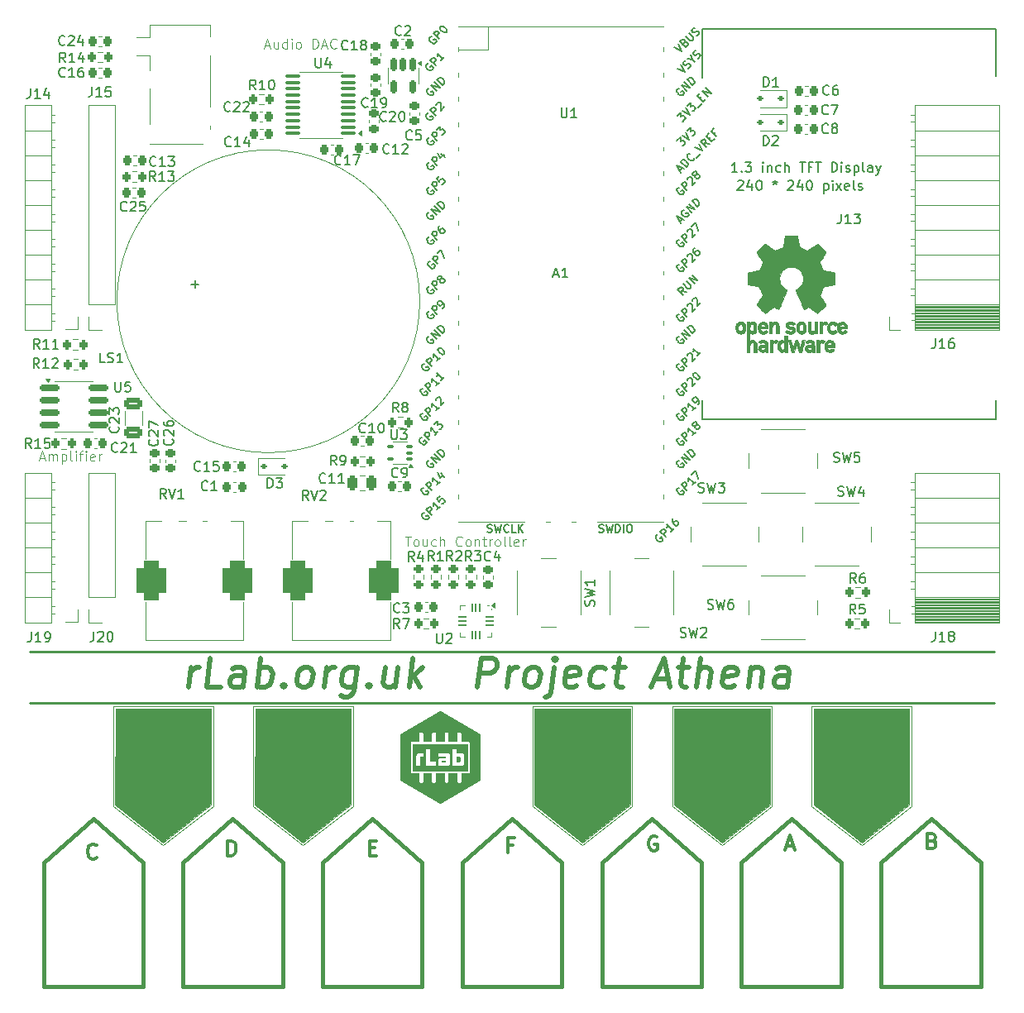
<source format=gbr>
%TF.GenerationSoftware,KiCad,Pcbnew,8.0.5*%
%TF.CreationDate,2024-11-07T12:09:30+00:00*%
%TF.ProjectId,RLab Keyboard,524c6162-204b-4657-9962-6f6172642e6b,rev?*%
%TF.SameCoordinates,Original*%
%TF.FileFunction,Legend,Top*%
%TF.FilePolarity,Positive*%
%FSLAX46Y46*%
G04 Gerber Fmt 4.6, Leading zero omitted, Abs format (unit mm)*
G04 Created by KiCad (PCBNEW 8.0.5) date 2024-11-07 12:09:30*
%MOMM*%
%LPD*%
G01*
G04 APERTURE LIST*
G04 Aperture macros list*
%AMRoundRect*
0 Rectangle with rounded corners*
0 $1 Rounding radius*
0 $2 $3 $4 $5 $6 $7 $8 $9 X,Y pos of 4 corners*
0 Add a 4 corners polygon primitive as box body*
4,1,4,$2,$3,$4,$5,$6,$7,$8,$9,$2,$3,0*
0 Add four circle primitives for the rounded corners*
1,1,$1+$1,$2,$3*
1,1,$1+$1,$4,$5*
1,1,$1+$1,$6,$7*
1,1,$1+$1,$8,$9*
0 Add four rect primitives between the rounded corners*
20,1,$1+$1,$2,$3,$4,$5,0*
20,1,$1+$1,$4,$5,$6,$7,0*
20,1,$1+$1,$6,$7,$8,$9,0*
20,1,$1+$1,$8,$9,$2,$3,0*%
%AMFreePoly0*
4,1,14,0.354215,0.088284,0.450784,-0.008285,0.462500,-0.036569,0.462500,-0.060000,0.450784,-0.088284,0.422500,-0.100000,-0.422500,-0.100000,-0.450784,-0.088284,-0.462500,-0.060000,-0.462500,0.060000,-0.450784,0.088284,-0.422500,0.100000,0.325931,0.100000,0.354215,0.088284,0.354215,0.088284,$1*%
%AMFreePoly1*
4,1,14,0.450784,0.088284,0.462500,0.060000,0.462500,0.036569,0.450784,0.008285,0.354215,-0.088284,0.325931,-0.100000,-0.422500,-0.100000,-0.450784,-0.088284,-0.462500,-0.060000,-0.462500,0.060000,-0.450784,0.088284,-0.422500,0.100000,0.422500,0.100000,0.450784,0.088284,0.450784,0.088284,$1*%
%AMFreePoly2*
4,1,14,0.088284,0.450784,0.100000,0.422500,0.100000,-0.422500,0.088284,-0.450784,0.060000,-0.462500,-0.060000,-0.462500,-0.088284,-0.450784,-0.100000,-0.422500,-0.100000,0.325931,-0.088284,0.354215,0.008285,0.450784,0.036569,0.462500,0.060000,0.462500,0.088284,0.450784,0.088284,0.450784,$1*%
%AMFreePoly3*
4,1,14,-0.008285,0.450784,0.088284,0.354215,0.100000,0.325931,0.100000,-0.422500,0.088284,-0.450784,0.060000,-0.462500,-0.060000,-0.462500,-0.088284,-0.450784,-0.100000,-0.422500,-0.100000,0.422500,-0.088284,0.450784,-0.060000,0.462500,-0.036569,0.462500,-0.008285,0.450784,-0.008285,0.450784,$1*%
%AMFreePoly4*
4,1,14,0.450784,0.088284,0.462500,0.060000,0.462500,-0.060000,0.450784,-0.088284,0.422500,-0.100000,-0.325931,-0.100000,-0.354215,-0.088284,-0.450784,0.008285,-0.462500,0.036569,-0.462500,0.060000,-0.450784,0.088284,-0.422500,0.100000,0.422500,0.100000,0.450784,0.088284,0.450784,0.088284,$1*%
%AMFreePoly5*
4,1,14,0.450784,0.088284,0.462500,0.060000,0.462500,-0.060000,0.450784,-0.088284,0.422500,-0.100000,-0.422500,-0.100000,-0.450784,-0.088284,-0.462500,-0.060000,-0.462500,-0.036569,-0.450784,-0.008285,-0.354215,0.088284,-0.325931,0.100000,0.422500,0.100000,0.450784,0.088284,0.450784,0.088284,$1*%
%AMFreePoly6*
4,1,14,0.088284,0.450784,0.100000,0.422500,0.100000,-0.325931,0.088284,-0.354215,-0.008285,-0.450784,-0.036569,-0.462500,-0.060000,-0.462500,-0.088284,-0.450784,-0.100000,-0.422500,-0.100000,0.422500,-0.088284,0.450784,-0.060000,0.462500,0.060000,0.462500,0.088284,0.450784,0.088284,0.450784,$1*%
%AMFreePoly7*
4,1,14,0.088284,0.450784,0.100000,0.422500,0.100000,-0.422500,0.088284,-0.450784,0.060000,-0.462500,0.036569,-0.462500,0.008285,-0.450784,-0.088284,-0.354215,-0.100000,-0.325931,-0.100000,0.422500,-0.088284,0.450784,-0.060000,0.462500,0.060000,0.462500,0.088284,0.450784,0.088284,0.450784,$1*%
G04 Aperture macros list end*
%ADD10C,0.250000*%
%ADD11C,0.000000*%
%ADD12C,0.300000*%
%ADD13C,0.100000*%
%ADD14C,0.500000*%
%ADD15C,0.150000*%
%ADD16C,0.120000*%
%ADD17C,0.400000*%
%ADD18C,0.200000*%
%ADD19C,0.010000*%
%ADD20RoundRect,0.150000X-0.150000X0.512500X-0.150000X-0.512500X0.150000X-0.512500X0.150000X0.512500X0*%
%ADD21RoundRect,0.200000X0.275000X-0.200000X0.275000X0.200000X-0.275000X0.200000X-0.275000X-0.200000X0*%
%ADD22RoundRect,0.200000X-0.200000X-0.275000X0.200000X-0.275000X0.200000X0.275000X-0.200000X0.275000X0*%
%ADD23RoundRect,0.200000X0.200000X0.275000X-0.200000X0.275000X-0.200000X-0.275000X0.200000X-0.275000X0*%
%ADD24C,2.000000*%
%ADD25R,1.700000X1.700000*%
%ADD26O,1.700000X1.700000*%
%ADD27RoundRect,0.225000X-0.225000X-0.250000X0.225000X-0.250000X0.225000X0.250000X-0.225000X0.250000X0*%
%ADD28RoundRect,0.225000X0.225000X0.250000X-0.225000X0.250000X-0.225000X-0.250000X0.225000X-0.250000X0*%
%ADD29RoundRect,0.150000X-0.825000X-0.150000X0.825000X-0.150000X0.825000X0.150000X-0.825000X0.150000X0*%
%ADD30RoundRect,0.225000X-0.250000X0.225000X-0.250000X-0.225000X0.250000X-0.225000X0.250000X0.225000X0*%
%ADD31R,1.800000X1.800000*%
%ADD32C,1.800000*%
%ADD33RoundRect,0.750000X-0.750000X1.250000X-0.750000X-1.250000X0.750000X-1.250000X0.750000X1.250000X0*%
%ADD34RoundRect,0.250000X-0.250000X-0.475000X0.250000X-0.475000X0.250000X0.475000X-0.250000X0.475000X0*%
%ADD35RoundRect,0.100000X0.637500X0.100000X-0.637500X0.100000X-0.637500X-0.100000X0.637500X-0.100000X0*%
%ADD36RoundRect,0.100000X0.225000X0.100000X-0.225000X0.100000X-0.225000X-0.100000X0.225000X-0.100000X0*%
%ADD37RoundRect,0.112500X0.187500X0.112500X-0.187500X0.112500X-0.187500X-0.112500X0.187500X-0.112500X0*%
%ADD38C,1.500000*%
%ADD39R,2.000000X1.500000*%
%ADD40RoundRect,0.225000X0.250000X-0.225000X0.250000X0.225000X-0.250000X0.225000X-0.250000X-0.225000X0*%
%ADD41R,1.600000X1.600000*%
%ADD42C,1.600000*%
%ADD43RoundRect,0.112500X-0.187500X-0.112500X0.187500X-0.112500X0.187500X0.112500X-0.187500X0.112500X0*%
%ADD44O,1.800000X1.800000*%
%ADD45O,1.500000X1.500000*%
%ADD46R,3.500000X1.700000*%
%ADD47R,1.700000X3.500000*%
%ADD48RoundRect,0.250000X0.650000X-0.325000X0.650000X0.325000X-0.650000X0.325000X-0.650000X-0.325000X0*%
%ADD49C,3.500000*%
%ADD50FreePoly0,270.000000*%
%ADD51RoundRect,0.050000X-0.050000X0.412500X-0.050000X-0.412500X0.050000X-0.412500X0.050000X0.412500X0*%
%ADD52FreePoly1,270.000000*%
%ADD53FreePoly2,270.000000*%
%ADD54RoundRect,0.050000X-0.412500X0.050000X-0.412500X-0.050000X0.412500X-0.050000X0.412500X0.050000X0*%
%ADD55FreePoly3,270.000000*%
%ADD56FreePoly4,270.000000*%
%ADD57FreePoly5,270.000000*%
%ADD58FreePoly6,270.000000*%
%ADD59FreePoly7,270.000000*%
G04 APERTURE END LIST*
D10*
X100600000Y-114250000D02*
X199400000Y-114250000D01*
X100600000Y-119500000D02*
X199400000Y-119500000D01*
D11*
G36*
X143212182Y-125452162D02*
G01*
X143214879Y-125452295D01*
X143217487Y-125452516D01*
X143220007Y-125452826D01*
X143222438Y-125453225D01*
X143224781Y-125453712D01*
X143227035Y-125454288D01*
X143229201Y-125454952D01*
X143231279Y-125455705D01*
X143233268Y-125456546D01*
X143235169Y-125457476D01*
X143236981Y-125458494D01*
X143238705Y-125459601D01*
X143240340Y-125460797D01*
X143241887Y-125462081D01*
X143243346Y-125463453D01*
X143244716Y-125464914D01*
X143245997Y-125466464D01*
X143247191Y-125468102D01*
X143248295Y-125469828D01*
X143249312Y-125471643D01*
X143250240Y-125473547D01*
X143251079Y-125475539D01*
X143251831Y-125477620D01*
X143252494Y-125479789D01*
X143253068Y-125482046D01*
X143253554Y-125484392D01*
X143253952Y-125486827D01*
X143254261Y-125489350D01*
X143254482Y-125491962D01*
X143254615Y-125494662D01*
X143254659Y-125497450D01*
X143254659Y-125590230D01*
X143254615Y-125593015D01*
X143254482Y-125595712D01*
X143254261Y-125598320D01*
X143253952Y-125600840D01*
X143253554Y-125603271D01*
X143253068Y-125605614D01*
X143252494Y-125607869D01*
X143251831Y-125610034D01*
X143251079Y-125612112D01*
X143250240Y-125614101D01*
X143249312Y-125616002D01*
X143248295Y-125617814D01*
X143247191Y-125619538D01*
X143245997Y-125621173D01*
X143244716Y-125622720D01*
X143243346Y-125624178D01*
X143241887Y-125625549D01*
X143240340Y-125626830D01*
X143238705Y-125628023D01*
X143236981Y-125629128D01*
X143235169Y-125630145D01*
X143233268Y-125631073D01*
X143231279Y-125631912D01*
X143229201Y-125632664D01*
X143227035Y-125633327D01*
X143224781Y-125633901D01*
X143222438Y-125634387D01*
X143220007Y-125634785D01*
X143217487Y-125635094D01*
X143214879Y-125635315D01*
X143212182Y-125635448D01*
X143209397Y-125635492D01*
X142878880Y-125635492D01*
X142876091Y-125635448D01*
X142873391Y-125635315D01*
X142870780Y-125635094D01*
X142868258Y-125634785D01*
X142865823Y-125634387D01*
X142863478Y-125633901D01*
X142861221Y-125633327D01*
X142859052Y-125632664D01*
X142856972Y-125631912D01*
X142854981Y-125631073D01*
X142853078Y-125630145D01*
X142851264Y-125629128D01*
X142849538Y-125628023D01*
X142847901Y-125626830D01*
X142846352Y-125625549D01*
X142844892Y-125624178D01*
X142843520Y-125622720D01*
X142842237Y-125621173D01*
X142841042Y-125619538D01*
X142839936Y-125617814D01*
X142838919Y-125616002D01*
X142837990Y-125614101D01*
X142837149Y-125612112D01*
X142836397Y-125610034D01*
X142835733Y-125607869D01*
X142835158Y-125605614D01*
X142834672Y-125603271D01*
X142834273Y-125600840D01*
X142833964Y-125598320D01*
X142833743Y-125595712D01*
X142833610Y-125593015D01*
X142833566Y-125590230D01*
X142833566Y-125497450D01*
X142833610Y-125494662D01*
X142833743Y-125491962D01*
X142833964Y-125489350D01*
X142834273Y-125486827D01*
X142834672Y-125484392D01*
X142835158Y-125482046D01*
X142835733Y-125479789D01*
X142836397Y-125477620D01*
X142837149Y-125475539D01*
X142837990Y-125473547D01*
X142838919Y-125471643D01*
X142839936Y-125469828D01*
X142841042Y-125468102D01*
X142842237Y-125466464D01*
X142843520Y-125464914D01*
X142844892Y-125463453D01*
X142846352Y-125462081D01*
X142847901Y-125460797D01*
X142849538Y-125459601D01*
X142851264Y-125458494D01*
X142853078Y-125457476D01*
X142854981Y-125456546D01*
X142856972Y-125455705D01*
X142859052Y-125454952D01*
X142861221Y-125454288D01*
X142863478Y-125453712D01*
X142865823Y-125453225D01*
X142868258Y-125452826D01*
X142870780Y-125452516D01*
X142873391Y-125452295D01*
X142876091Y-125452162D01*
X142878880Y-125452118D01*
X143209397Y-125452118D01*
X143212182Y-125452162D01*
G37*
G36*
X146749839Y-122760423D02*
G01*
X146750864Y-122761039D01*
X146751863Y-122761686D01*
X146752836Y-122762363D01*
X146753784Y-122763070D01*
X146754705Y-122763804D01*
X146755598Y-122764567D01*
X146756464Y-122765356D01*
X146757302Y-122766171D01*
X146758112Y-122767012D01*
X146758892Y-122767877D01*
X146759643Y-122768765D01*
X146760364Y-122769677D01*
X146761054Y-122770610D01*
X146761714Y-122771565D01*
X146762342Y-122772539D01*
X146762938Y-122773534D01*
X146763502Y-122774547D01*
X146764033Y-122775577D01*
X146764530Y-122776625D01*
X146764994Y-122777690D01*
X146765423Y-122778769D01*
X146765818Y-122779864D01*
X146766177Y-122780972D01*
X146766500Y-122782093D01*
X146766787Y-122783226D01*
X146767038Y-122784371D01*
X146767251Y-122785526D01*
X146767427Y-122786691D01*
X146767564Y-122787865D01*
X146767663Y-122789047D01*
X146767722Y-122790237D01*
X146767742Y-122791433D01*
X146767742Y-127487945D01*
X146767663Y-127490331D01*
X146767427Y-127492687D01*
X146767038Y-127495007D01*
X146766500Y-127497285D01*
X146765818Y-127499515D01*
X146764994Y-127501689D01*
X146764033Y-127503801D01*
X146762938Y-127505845D01*
X146761714Y-127507814D01*
X146760364Y-127509701D01*
X146758892Y-127511501D01*
X146757302Y-127513207D01*
X146755598Y-127514811D01*
X146753784Y-127516309D01*
X146751863Y-127517692D01*
X146749839Y-127518955D01*
X142682541Y-129867201D01*
X142681495Y-129867781D01*
X142680435Y-129868324D01*
X142679361Y-129868830D01*
X142678275Y-129869298D01*
X142677178Y-129869729D01*
X142676070Y-129870123D01*
X142674953Y-129870479D01*
X142673828Y-129870798D01*
X142672695Y-129871080D01*
X142671555Y-129871324D01*
X142670410Y-129871530D01*
X142669261Y-129871699D01*
X142668108Y-129871831D01*
X142666952Y-129871925D01*
X142665795Y-129871981D01*
X142664638Y-129872000D01*
X142663477Y-129871981D01*
X142662318Y-129871925D01*
X142661160Y-129871831D01*
X142660005Y-129871699D01*
X142658854Y-129871530D01*
X142657708Y-129871324D01*
X142656568Y-129871080D01*
X142655435Y-129870798D01*
X142654309Y-129870479D01*
X142653193Y-129870123D01*
X142652086Y-129869729D01*
X142650990Y-129869298D01*
X142649906Y-129868830D01*
X142648835Y-129868324D01*
X142647777Y-129867781D01*
X142646734Y-129867201D01*
X138579454Y-127518955D01*
X138578428Y-127518339D01*
X138577427Y-127517692D01*
X138576452Y-127517015D01*
X138575504Y-127516309D01*
X138574582Y-127515574D01*
X138573688Y-127514811D01*
X138572821Y-127514022D01*
X138571983Y-127513207D01*
X138571173Y-127512366D01*
X138570393Y-127511501D01*
X138569642Y-127510613D01*
X138568921Y-127509701D01*
X138568231Y-127508768D01*
X138567571Y-127507814D01*
X138566944Y-127506839D01*
X138566348Y-127505845D01*
X138565785Y-127504832D01*
X138565254Y-127503801D01*
X138564757Y-127502753D01*
X138564294Y-127501689D01*
X138563865Y-127500609D01*
X138563471Y-127499515D01*
X138563113Y-127498406D01*
X138562790Y-127497285D01*
X138562503Y-127496152D01*
X138562253Y-127495007D01*
X138562040Y-127493852D01*
X138561865Y-127492687D01*
X138561728Y-127491513D01*
X138561630Y-127490331D01*
X138561570Y-127489141D01*
X138561550Y-127487945D01*
X138561550Y-126644066D01*
X139646959Y-126644066D01*
X139647083Y-126648931D01*
X139647448Y-126653732D01*
X139648049Y-126658463D01*
X139648881Y-126663119D01*
X139649937Y-126667694D01*
X139651212Y-126672180D01*
X139652699Y-126676574D01*
X139654393Y-126680868D01*
X139656287Y-126685056D01*
X139658375Y-126689133D01*
X139660653Y-126693093D01*
X139663113Y-126696930D01*
X139665750Y-126700638D01*
X139668557Y-126704210D01*
X139671530Y-126707642D01*
X139674661Y-126710926D01*
X139677946Y-126714058D01*
X139681377Y-126717030D01*
X139684949Y-126719838D01*
X139688657Y-126722475D01*
X139692494Y-126724935D01*
X139696454Y-126727212D01*
X139700531Y-126729301D01*
X139704719Y-126731195D01*
X139709013Y-126732889D01*
X139713407Y-126734376D01*
X139717893Y-126735650D01*
X139722468Y-126736706D01*
X139727124Y-126737538D01*
X139731855Y-126738140D01*
X139736656Y-126738505D01*
X139741521Y-126738628D01*
X140524282Y-126738628D01*
X140524282Y-127560811D01*
X140524490Y-127569021D01*
X140525106Y-127577123D01*
X140526120Y-127585107D01*
X140527523Y-127592963D01*
X140529304Y-127600682D01*
X140531454Y-127608252D01*
X140533962Y-127615665D01*
X140536819Y-127622910D01*
X140540013Y-127629977D01*
X140543536Y-127636856D01*
X140547378Y-127643538D01*
X140551527Y-127650011D01*
X140555975Y-127656266D01*
X140560711Y-127662293D01*
X140565725Y-127668082D01*
X140571008Y-127673623D01*
X140576548Y-127678906D01*
X140582337Y-127683921D01*
X140588364Y-127688657D01*
X140594619Y-127693106D01*
X140601092Y-127697256D01*
X140607773Y-127701098D01*
X140614653Y-127704621D01*
X140621720Y-127707816D01*
X140628965Y-127710673D01*
X140636379Y-127713182D01*
X140643950Y-127715332D01*
X140651669Y-127717113D01*
X140659527Y-127718517D01*
X140667512Y-127719531D01*
X140675615Y-127720147D01*
X140683826Y-127720355D01*
X140756128Y-127720355D01*
X140764337Y-127720147D01*
X140772439Y-127719531D01*
X140780423Y-127718517D01*
X140788279Y-127717113D01*
X140795998Y-127715332D01*
X140803568Y-127713182D01*
X140810981Y-127710673D01*
X140818226Y-127707816D01*
X140825293Y-127704621D01*
X140832173Y-127701098D01*
X140838854Y-127697256D01*
X140845327Y-127693106D01*
X140851582Y-127688657D01*
X140857609Y-127683921D01*
X140863399Y-127678906D01*
X140868940Y-127673623D01*
X140874222Y-127668082D01*
X140879237Y-127662293D01*
X140883974Y-127656266D01*
X140888422Y-127650011D01*
X140892572Y-127643538D01*
X140896414Y-127636856D01*
X140899938Y-127629977D01*
X140903133Y-127622910D01*
X140905990Y-127615665D01*
X140908498Y-127608252D01*
X140910648Y-127600682D01*
X140912430Y-127592963D01*
X140913833Y-127585107D01*
X140914848Y-127577123D01*
X140915464Y-127569021D01*
X140915672Y-127560811D01*
X140915672Y-126738628D01*
X141820723Y-126738628D01*
X141820723Y-127560811D01*
X141820930Y-127569021D01*
X141821546Y-127577123D01*
X141822561Y-127585107D01*
X141823964Y-127592963D01*
X141825745Y-127600682D01*
X141827895Y-127608252D01*
X141830403Y-127615665D01*
X141833259Y-127622910D01*
X141836454Y-127629977D01*
X141839977Y-127636856D01*
X141843818Y-127643538D01*
X141847968Y-127650011D01*
X141852415Y-127656266D01*
X141857152Y-127662293D01*
X141862166Y-127668082D01*
X141867448Y-127673623D01*
X141872989Y-127678906D01*
X141878778Y-127683921D01*
X141884805Y-127688657D01*
X141891060Y-127693106D01*
X141897533Y-127697256D01*
X141904214Y-127701098D01*
X141911093Y-127704621D01*
X141918161Y-127707816D01*
X141925406Y-127710673D01*
X141932819Y-127713182D01*
X141940391Y-127715332D01*
X141948110Y-127717113D01*
X141955967Y-127718517D01*
X141963953Y-127719531D01*
X141972056Y-127720147D01*
X141980267Y-127720355D01*
X142052568Y-127720355D01*
X142060779Y-127720147D01*
X142068883Y-127719531D01*
X142076868Y-127718517D01*
X142084726Y-127717113D01*
X142092445Y-127715332D01*
X142100017Y-127713182D01*
X142107431Y-127710673D01*
X142114677Y-127707816D01*
X142121745Y-127704621D01*
X142128625Y-127701098D01*
X142135307Y-127697256D01*
X142141781Y-127693106D01*
X142148037Y-127688657D01*
X142154064Y-127683921D01*
X142159854Y-127678906D01*
X142165395Y-127673623D01*
X142170679Y-127668082D01*
X142175694Y-127662293D01*
X142180431Y-127656266D01*
X142184879Y-127650011D01*
X142189029Y-127643538D01*
X142192871Y-127636856D01*
X142196395Y-127629977D01*
X142199590Y-127622910D01*
X142202447Y-127615665D01*
X142204956Y-127608252D01*
X142207106Y-127600682D01*
X142208888Y-127592963D01*
X142210291Y-127585107D01*
X142211306Y-127577123D01*
X142211922Y-127569021D01*
X142212129Y-127560811D01*
X142212129Y-126738628D01*
X143117181Y-126738628D01*
X143117181Y-127560811D01*
X143117388Y-127569021D01*
X143118005Y-127577123D01*
X143119019Y-127585107D01*
X143120422Y-127592963D01*
X143122204Y-127600682D01*
X143124354Y-127608252D01*
X143126863Y-127615665D01*
X143129720Y-127622910D01*
X143132915Y-127629977D01*
X143136438Y-127636856D01*
X143140280Y-127643538D01*
X143144430Y-127650011D01*
X143148879Y-127656266D01*
X143153615Y-127662293D01*
X143158630Y-127668082D01*
X143163913Y-127673623D01*
X143169454Y-127678906D01*
X143175243Y-127683921D01*
X143181270Y-127688657D01*
X143187526Y-127693106D01*
X143193999Y-127697256D01*
X143200680Y-127701098D01*
X143207559Y-127704621D01*
X143214626Y-127707816D01*
X143221871Y-127710673D01*
X143229284Y-127713182D01*
X143236855Y-127715332D01*
X143244574Y-127717113D01*
X143252430Y-127718517D01*
X143260414Y-127719531D01*
X143268516Y-127720147D01*
X143276725Y-127720355D01*
X143349009Y-127720355D01*
X143357220Y-127720147D01*
X143365323Y-127719531D01*
X143373308Y-127718517D01*
X143381166Y-127717113D01*
X143388885Y-127715332D01*
X143396456Y-127713182D01*
X143403870Y-127710673D01*
X143411115Y-127707816D01*
X143418182Y-127704621D01*
X143425061Y-127701098D01*
X143431743Y-127697256D01*
X143438216Y-127693106D01*
X143444471Y-127688657D01*
X143450498Y-127683921D01*
X143456287Y-127678906D01*
X143461827Y-127673623D01*
X143467110Y-127668082D01*
X143472124Y-127662293D01*
X143476860Y-127656266D01*
X143481308Y-127650011D01*
X143485457Y-127643538D01*
X143489299Y-127636856D01*
X143492822Y-127629977D01*
X143496016Y-127622910D01*
X143498873Y-127615665D01*
X143501381Y-127608252D01*
X143503530Y-127600682D01*
X143505312Y-127592963D01*
X143506715Y-127585107D01*
X143507729Y-127577123D01*
X143508345Y-127569021D01*
X143508553Y-127560811D01*
X143508553Y-126738628D01*
X144413622Y-126738628D01*
X144413622Y-127560811D01*
X144413829Y-127569021D01*
X144414445Y-127577123D01*
X144415460Y-127585107D01*
X144416863Y-127592963D01*
X144418645Y-127600682D01*
X144420795Y-127608252D01*
X144423304Y-127615665D01*
X144426160Y-127622910D01*
X144429356Y-127629977D01*
X144432879Y-127636856D01*
X144436721Y-127643538D01*
X144440871Y-127650011D01*
X144445319Y-127656266D01*
X144450056Y-127662293D01*
X144455071Y-127668082D01*
X144460354Y-127673623D01*
X144465895Y-127678906D01*
X144471684Y-127683921D01*
X144477711Y-127688657D01*
X144483966Y-127693106D01*
X144490439Y-127697256D01*
X144497120Y-127701098D01*
X144504000Y-127704621D01*
X144511067Y-127707816D01*
X144518312Y-127710673D01*
X144525725Y-127713182D01*
X144533295Y-127715332D01*
X144541014Y-127717113D01*
X144548870Y-127718517D01*
X144556854Y-127719531D01*
X144564956Y-127720147D01*
X144573165Y-127720355D01*
X144645449Y-127720355D01*
X144653660Y-127720147D01*
X144661763Y-127719531D01*
X144669749Y-127718517D01*
X144677606Y-127717113D01*
X144685325Y-127715332D01*
X144692897Y-127713182D01*
X144700310Y-127710673D01*
X144707555Y-127707816D01*
X144714623Y-127704621D01*
X144721502Y-127701098D01*
X144728183Y-127697256D01*
X144734657Y-127693106D01*
X144740912Y-127688657D01*
X144746939Y-127683921D01*
X144752727Y-127678906D01*
X144758268Y-127673623D01*
X144763550Y-127668082D01*
X144768565Y-127662293D01*
X144773301Y-127656266D01*
X144777749Y-127650011D01*
X144781898Y-127643538D01*
X144785740Y-127636856D01*
X144789263Y-127629977D01*
X144792457Y-127622910D01*
X144795314Y-127615665D01*
X144797822Y-127608252D01*
X144799971Y-127600682D01*
X144801753Y-127592963D01*
X144803156Y-127585107D01*
X144804170Y-127577123D01*
X144804786Y-127569021D01*
X144804994Y-127560811D01*
X144804994Y-126738628D01*
X145587753Y-126738628D01*
X145592622Y-126738505D01*
X145597425Y-126738140D01*
X145602159Y-126737538D01*
X145606817Y-126736706D01*
X145611393Y-126735650D01*
X145615881Y-126734376D01*
X145620276Y-126732889D01*
X145624571Y-126731195D01*
X145628760Y-126729301D01*
X145632837Y-126727212D01*
X145636797Y-126724935D01*
X145640634Y-126722475D01*
X145644341Y-126719838D01*
X145647913Y-126717030D01*
X145651344Y-126714058D01*
X145654627Y-126710926D01*
X145657758Y-126707642D01*
X145660729Y-126704210D01*
X145663536Y-126700638D01*
X145666172Y-126696930D01*
X145668631Y-126693093D01*
X145670907Y-126689133D01*
X145672995Y-126685056D01*
X145674888Y-126680868D01*
X145676580Y-126676574D01*
X145678067Y-126672180D01*
X145679340Y-126667694D01*
X145680396Y-126663119D01*
X145681227Y-126658463D01*
X145681828Y-126653732D01*
X145682193Y-126648931D01*
X145682316Y-126644066D01*
X145682316Y-123635312D01*
X145682193Y-123630448D01*
X145681828Y-123625647D01*
X145681227Y-123620915D01*
X145680396Y-123616260D01*
X145679340Y-123611686D01*
X145678067Y-123607199D01*
X145676580Y-123602807D01*
X145674888Y-123598513D01*
X145672995Y-123594325D01*
X145670907Y-123590249D01*
X145668631Y-123586290D01*
X145666172Y-123582454D01*
X145663536Y-123578747D01*
X145660729Y-123575175D01*
X145657758Y-123571745D01*
X145654627Y-123568461D01*
X145651344Y-123565330D01*
X145647913Y-123562359D01*
X145644341Y-123559552D01*
X145640634Y-123556916D01*
X145636797Y-123554456D01*
X145632837Y-123552180D01*
X145628760Y-123550092D01*
X145624571Y-123548198D01*
X145620276Y-123546505D01*
X145615881Y-123545019D01*
X145611393Y-123543745D01*
X145606817Y-123542689D01*
X145602159Y-123541857D01*
X145597425Y-123541256D01*
X145592622Y-123540891D01*
X145587753Y-123540768D01*
X144804994Y-123540768D01*
X144804994Y-122718567D01*
X144804786Y-122710356D01*
X144804170Y-122702252D01*
X144803156Y-122694267D01*
X144801753Y-122686410D01*
X144799971Y-122678691D01*
X144797822Y-122671119D01*
X144795314Y-122663706D01*
X144792457Y-122656461D01*
X144789263Y-122649393D01*
X144785740Y-122642514D01*
X144781898Y-122635833D01*
X144777749Y-122629360D01*
X144773301Y-122623105D01*
X144768565Y-122617078D01*
X144763550Y-122611289D01*
X144758268Y-122605748D01*
X144752727Y-122600466D01*
X144746939Y-122595452D01*
X144740912Y-122590716D01*
X144734657Y-122586268D01*
X144728183Y-122582118D01*
X144721502Y-122578277D01*
X144714623Y-122574754D01*
X144707555Y-122571560D01*
X144700310Y-122568703D01*
X144692897Y-122566195D01*
X144685325Y-122564046D01*
X144677606Y-122562264D01*
X144669749Y-122560862D01*
X144661763Y-122559847D01*
X144653660Y-122559231D01*
X144645449Y-122559023D01*
X144573165Y-122559023D01*
X144564956Y-122559231D01*
X144556854Y-122559847D01*
X144548870Y-122560862D01*
X144541014Y-122562264D01*
X144533295Y-122564046D01*
X144525725Y-122566195D01*
X144518312Y-122568703D01*
X144511067Y-122571560D01*
X144504000Y-122574754D01*
X144497120Y-122578277D01*
X144490439Y-122582118D01*
X144483966Y-122586268D01*
X144477711Y-122590716D01*
X144471684Y-122595452D01*
X144465895Y-122600466D01*
X144460354Y-122605748D01*
X144455071Y-122611289D01*
X144450056Y-122617078D01*
X144445319Y-122623105D01*
X144440871Y-122629360D01*
X144436721Y-122635833D01*
X144432879Y-122642514D01*
X144429356Y-122649393D01*
X144426160Y-122656461D01*
X144423304Y-122663706D01*
X144420795Y-122671119D01*
X144418645Y-122678691D01*
X144416863Y-122686410D01*
X144415460Y-122694267D01*
X144414445Y-122702252D01*
X144413829Y-122710356D01*
X144413622Y-122718567D01*
X144413622Y-123540768D01*
X143508553Y-123540768D01*
X143508553Y-122718567D01*
X143508345Y-122710356D01*
X143507729Y-122702252D01*
X143506715Y-122694267D01*
X143505312Y-122686410D01*
X143503530Y-122678691D01*
X143501381Y-122671119D01*
X143498873Y-122663706D01*
X143496016Y-122656461D01*
X143492822Y-122649393D01*
X143489299Y-122642514D01*
X143485457Y-122635833D01*
X143481308Y-122629360D01*
X143476860Y-122623105D01*
X143472124Y-122617078D01*
X143467110Y-122611289D01*
X143461827Y-122605748D01*
X143456287Y-122600466D01*
X143450498Y-122595452D01*
X143444471Y-122590716D01*
X143438216Y-122586268D01*
X143431743Y-122582118D01*
X143425061Y-122578277D01*
X143418182Y-122574754D01*
X143411115Y-122571560D01*
X143403870Y-122568703D01*
X143396456Y-122566195D01*
X143388885Y-122564046D01*
X143381166Y-122562264D01*
X143373308Y-122560862D01*
X143365323Y-122559847D01*
X143357220Y-122559231D01*
X143349009Y-122559023D01*
X143276725Y-122559023D01*
X143268516Y-122559231D01*
X143260414Y-122559847D01*
X143252430Y-122560862D01*
X143244574Y-122562264D01*
X143236855Y-122564046D01*
X143229284Y-122566195D01*
X143221871Y-122568703D01*
X143214626Y-122571560D01*
X143207559Y-122574754D01*
X143200680Y-122578277D01*
X143193999Y-122582118D01*
X143187526Y-122586268D01*
X143181270Y-122590716D01*
X143175243Y-122595452D01*
X143169454Y-122600466D01*
X143163913Y-122605748D01*
X143158630Y-122611289D01*
X143153615Y-122617078D01*
X143148879Y-122623105D01*
X143144430Y-122629360D01*
X143140280Y-122635833D01*
X143136438Y-122642514D01*
X143132915Y-122649393D01*
X143129720Y-122656461D01*
X143126863Y-122663706D01*
X143124354Y-122671119D01*
X143122204Y-122678691D01*
X143120422Y-122686410D01*
X143119019Y-122694267D01*
X143118005Y-122702252D01*
X143117388Y-122710356D01*
X143117181Y-122718567D01*
X143117181Y-123540768D01*
X142212129Y-123540768D01*
X142212129Y-122718567D01*
X142211922Y-122710356D01*
X142211306Y-122702252D01*
X142210291Y-122694267D01*
X142208888Y-122686410D01*
X142207106Y-122678691D01*
X142204956Y-122671119D01*
X142202447Y-122663706D01*
X142199590Y-122656461D01*
X142196395Y-122649393D01*
X142192871Y-122642514D01*
X142189029Y-122635833D01*
X142184879Y-122629360D01*
X142180431Y-122623105D01*
X142175694Y-122617078D01*
X142170679Y-122611289D01*
X142165395Y-122605748D01*
X142159854Y-122600466D01*
X142154064Y-122595452D01*
X142148037Y-122590716D01*
X142141781Y-122586268D01*
X142135307Y-122582118D01*
X142128625Y-122578277D01*
X142121745Y-122574754D01*
X142114677Y-122571560D01*
X142107431Y-122568703D01*
X142100017Y-122566195D01*
X142092445Y-122564046D01*
X142084726Y-122562264D01*
X142076868Y-122560862D01*
X142068883Y-122559847D01*
X142060779Y-122559231D01*
X142052568Y-122559023D01*
X141980267Y-122559023D01*
X141972056Y-122559231D01*
X141963953Y-122559847D01*
X141955967Y-122560862D01*
X141948110Y-122562264D01*
X141940391Y-122564046D01*
X141932819Y-122566195D01*
X141925406Y-122568703D01*
X141918161Y-122571560D01*
X141911093Y-122574754D01*
X141904214Y-122578277D01*
X141897533Y-122582118D01*
X141891060Y-122586268D01*
X141884805Y-122590716D01*
X141878778Y-122595452D01*
X141872989Y-122600466D01*
X141867448Y-122605748D01*
X141862166Y-122611289D01*
X141857152Y-122617078D01*
X141852415Y-122623105D01*
X141847968Y-122629360D01*
X141843818Y-122635833D01*
X141839977Y-122642514D01*
X141836454Y-122649393D01*
X141833259Y-122656461D01*
X141830403Y-122663706D01*
X141827895Y-122671119D01*
X141825745Y-122678691D01*
X141823964Y-122686410D01*
X141822561Y-122694267D01*
X141821546Y-122702252D01*
X141820930Y-122710356D01*
X141820723Y-122718567D01*
X141820723Y-123540768D01*
X140915672Y-123540768D01*
X140915672Y-122718567D01*
X140915464Y-122710356D01*
X140914848Y-122702252D01*
X140913833Y-122694267D01*
X140912430Y-122686410D01*
X140910648Y-122678691D01*
X140908498Y-122671119D01*
X140905990Y-122663706D01*
X140903133Y-122656461D01*
X140899938Y-122649393D01*
X140896414Y-122642514D01*
X140892572Y-122635833D01*
X140888422Y-122629360D01*
X140883974Y-122623105D01*
X140879237Y-122617078D01*
X140874222Y-122611289D01*
X140868940Y-122605748D01*
X140863399Y-122600466D01*
X140857609Y-122595452D01*
X140851582Y-122590716D01*
X140845327Y-122586268D01*
X140838854Y-122582118D01*
X140832173Y-122578277D01*
X140825293Y-122574754D01*
X140818226Y-122571560D01*
X140810981Y-122568703D01*
X140803568Y-122566195D01*
X140795998Y-122564046D01*
X140788279Y-122562264D01*
X140780423Y-122560862D01*
X140772439Y-122559847D01*
X140764337Y-122559231D01*
X140756128Y-122559023D01*
X140683826Y-122559023D01*
X140675615Y-122559231D01*
X140667512Y-122559847D01*
X140659527Y-122560862D01*
X140651669Y-122562264D01*
X140643950Y-122564046D01*
X140636379Y-122566195D01*
X140628965Y-122568703D01*
X140621720Y-122571560D01*
X140614653Y-122574754D01*
X140607773Y-122578277D01*
X140601092Y-122582118D01*
X140594619Y-122586268D01*
X140588364Y-122590716D01*
X140582337Y-122595452D01*
X140576548Y-122600466D01*
X140571008Y-122605748D01*
X140565725Y-122611289D01*
X140560711Y-122617078D01*
X140555975Y-122623105D01*
X140551527Y-122629360D01*
X140547378Y-122635833D01*
X140543536Y-122642514D01*
X140540013Y-122649393D01*
X140536819Y-122656461D01*
X140533962Y-122663706D01*
X140531454Y-122671119D01*
X140529304Y-122678691D01*
X140527523Y-122686410D01*
X140526120Y-122694267D01*
X140525106Y-122702252D01*
X140524490Y-122710356D01*
X140524282Y-122718567D01*
X140524282Y-123540768D01*
X139741521Y-123540768D01*
X139736656Y-123540891D01*
X139731855Y-123541256D01*
X139727124Y-123541857D01*
X139722468Y-123542689D01*
X139717893Y-123543745D01*
X139713407Y-123545019D01*
X139709013Y-123546505D01*
X139704719Y-123548198D01*
X139700531Y-123550092D01*
X139696454Y-123552180D01*
X139692494Y-123554456D01*
X139688657Y-123556916D01*
X139684949Y-123559552D01*
X139681377Y-123562359D01*
X139677946Y-123565330D01*
X139674661Y-123568461D01*
X139671530Y-123571745D01*
X139668557Y-123575175D01*
X139665750Y-123578747D01*
X139663113Y-123582454D01*
X139660653Y-123586290D01*
X139658375Y-123590249D01*
X139656287Y-123594325D01*
X139654393Y-123598513D01*
X139652699Y-123602807D01*
X139651212Y-123607199D01*
X139649937Y-123611686D01*
X139648881Y-123616260D01*
X139648049Y-123620915D01*
X139647448Y-123625647D01*
X139647083Y-123630448D01*
X139646959Y-123635312D01*
X139646959Y-126644066D01*
X138561550Y-126644066D01*
X138561550Y-123635312D01*
X138561550Y-122791433D01*
X138561630Y-122789047D01*
X138561865Y-122786691D01*
X138562253Y-122784371D01*
X138562790Y-122782093D01*
X138563471Y-122779864D01*
X138564294Y-122777690D01*
X138565254Y-122775577D01*
X138566348Y-122773534D01*
X138567571Y-122771565D01*
X138568921Y-122769677D01*
X138570393Y-122767877D01*
X138571983Y-122766171D01*
X138573688Y-122764567D01*
X138575504Y-122763070D01*
X138577427Y-122761686D01*
X138579454Y-122760423D01*
X142646734Y-120412177D01*
X142682541Y-120412177D01*
X146749839Y-122760423D01*
G37*
G36*
X144651520Y-125065064D02*
G01*
X144655571Y-125065263D01*
X144659489Y-125065594D01*
X144663274Y-125066059D01*
X144666926Y-125066656D01*
X144670445Y-125067386D01*
X144673832Y-125068248D01*
X144677086Y-125069244D01*
X144680207Y-125070371D01*
X144683195Y-125071632D01*
X144686050Y-125073025D01*
X144688773Y-125074551D01*
X144691363Y-125076210D01*
X144693819Y-125078001D01*
X144696144Y-125079925D01*
X144698335Y-125081981D01*
X144700394Y-125084170D01*
X144702319Y-125086492D01*
X144704112Y-125088947D01*
X144705772Y-125091534D01*
X144707300Y-125094254D01*
X144708694Y-125097106D01*
X144709956Y-125100091D01*
X144711085Y-125103209D01*
X144712081Y-125106459D01*
X144712944Y-125109842D01*
X144713674Y-125113358D01*
X144714272Y-125117006D01*
X144714737Y-125120786D01*
X144715069Y-125124700D01*
X144715268Y-125128746D01*
X144715335Y-125132924D01*
X144715335Y-125535921D01*
X144715069Y-125544693D01*
X144714736Y-125548866D01*
X144714271Y-125552898D01*
X144713673Y-125556789D01*
X144712943Y-125560538D01*
X144712079Y-125564145D01*
X144711082Y-125567611D01*
X144709953Y-125570936D01*
X144708691Y-125574119D01*
X144707296Y-125577160D01*
X144705768Y-125580060D01*
X144704107Y-125582818D01*
X144702314Y-125585435D01*
X144700388Y-125587910D01*
X144698329Y-125590244D01*
X144696137Y-125592436D01*
X144693813Y-125594487D01*
X144691355Y-125596396D01*
X144688765Y-125598164D01*
X144686043Y-125599790D01*
X144683187Y-125601275D01*
X144680199Y-125602619D01*
X144677079Y-125603821D01*
X144673825Y-125604881D01*
X144670439Y-125605800D01*
X144666920Y-125606578D01*
X144663269Y-125607214D01*
X144659485Y-125607709D01*
X144655568Y-125608063D01*
X144651519Y-125608275D01*
X144647337Y-125608346D01*
X144294206Y-125608346D01*
X144294206Y-125064997D01*
X144647337Y-125064997D01*
X144651520Y-125065064D01*
G37*
G36*
X145493209Y-126549503D02*
G01*
X139836083Y-126549503D01*
X139836083Y-126000000D01*
X140222357Y-126000000D01*
X140616234Y-126000000D01*
X141219695Y-126000000D01*
X142233949Y-126000000D01*
X142233949Y-125698921D01*
X142444152Y-125698921D01*
X142445284Y-125735379D01*
X142446699Y-125752726D01*
X142448680Y-125769485D01*
X142451226Y-125785656D01*
X142454339Y-125801239D01*
X142458018Y-125816234D01*
X142462263Y-125830641D01*
X142467073Y-125844459D01*
X142472450Y-125857690D01*
X142478392Y-125870333D01*
X142484901Y-125882388D01*
X142491975Y-125893855D01*
X142499616Y-125904734D01*
X142507822Y-125915025D01*
X142516595Y-125924728D01*
X142525933Y-125933843D01*
X142535837Y-125942370D01*
X142546308Y-125950308D01*
X142557344Y-125957659D01*
X142568946Y-125964422D01*
X142581114Y-125970596D01*
X142593848Y-125976183D01*
X142607148Y-125981182D01*
X142621014Y-125985592D01*
X142635446Y-125989415D01*
X142650444Y-125992649D01*
X142666008Y-125995295D01*
X142682138Y-125997353D01*
X142698834Y-125998824D01*
X142716095Y-125999706D01*
X142733923Y-126000000D01*
X143340684Y-126000000D01*
X143902553Y-126000000D01*
X144790000Y-126000000D01*
X144828380Y-125998824D01*
X144846641Y-125997353D01*
X144864283Y-125995295D01*
X144881306Y-125992649D01*
X144897709Y-125989415D01*
X144913494Y-125985592D01*
X144928659Y-125981182D01*
X144943206Y-125976183D01*
X144957133Y-125970596D01*
X144970441Y-125964422D01*
X144983130Y-125957659D01*
X144995200Y-125950308D01*
X145006651Y-125942370D01*
X145017483Y-125933843D01*
X145027695Y-125924728D01*
X145037289Y-125915025D01*
X145046264Y-125904734D01*
X145054620Y-125893855D01*
X145062356Y-125882388D01*
X145069474Y-125870333D01*
X145075973Y-125857690D01*
X145081853Y-125844459D01*
X145087114Y-125830641D01*
X145091755Y-125816234D01*
X145095778Y-125801239D01*
X145099182Y-125785656D01*
X145101967Y-125769485D01*
X145104134Y-125752726D01*
X145105681Y-125735379D01*
X145106609Y-125717444D01*
X145106919Y-125698921D01*
X145106919Y-124983488D01*
X145106616Y-124964265D01*
X145105707Y-124945653D01*
X145104193Y-124927651D01*
X145102073Y-124910259D01*
X145099347Y-124893477D01*
X145096015Y-124877306D01*
X145092078Y-124861745D01*
X145087535Y-124846794D01*
X145082386Y-124832454D01*
X145076632Y-124818723D01*
X145070271Y-124805603D01*
X145063305Y-124793094D01*
X145055734Y-124781194D01*
X145047556Y-124769905D01*
X145038773Y-124759226D01*
X145029385Y-124749157D01*
X145019390Y-124739699D01*
X145008790Y-124730851D01*
X144997584Y-124722613D01*
X144985773Y-124714985D01*
X144973355Y-124707968D01*
X144960332Y-124701560D01*
X144946704Y-124695763D01*
X144932470Y-124690577D01*
X144917630Y-124686000D01*
X144902184Y-124682034D01*
X144886133Y-124678678D01*
X144869476Y-124675932D01*
X144852213Y-124673796D01*
X144834345Y-124672270D01*
X144815871Y-124671355D01*
X144796791Y-124671050D01*
X144294206Y-124671050D01*
X144294206Y-124279379D01*
X143902553Y-124279379D01*
X143902553Y-126000000D01*
X143340684Y-126000000D01*
X143359488Y-125999695D01*
X143377696Y-125998780D01*
X143395307Y-125997254D01*
X143412321Y-125995119D01*
X143428737Y-125992373D01*
X143444558Y-125989018D01*
X143459781Y-125985052D01*
X143474407Y-125980476D01*
X143488436Y-125975290D01*
X143501869Y-125969493D01*
X143514704Y-125963087D01*
X143526943Y-125956070D01*
X143538584Y-125948443D01*
X143549629Y-125940206D01*
X143560076Y-125931359D01*
X143569927Y-125921901D01*
X143579181Y-125911833D01*
X143587838Y-125901155D01*
X143595898Y-125889867D01*
X143603360Y-125877968D01*
X143610226Y-125865459D01*
X143616495Y-125852340D01*
X143622167Y-125838610D01*
X143627242Y-125824270D01*
X143631720Y-125809320D01*
X143635600Y-125793760D01*
X143638884Y-125777589D01*
X143641571Y-125760808D01*
X143643660Y-125743416D01*
X143645153Y-125725414D01*
X143646049Y-125706802D01*
X143646347Y-125687579D01*
X143646347Y-124983488D01*
X143646038Y-124964265D01*
X143645109Y-124945653D01*
X143643561Y-124927651D01*
X143641394Y-124910259D01*
X143638608Y-124893477D01*
X143635202Y-124877306D01*
X143631178Y-124861745D01*
X143626534Y-124846794D01*
X143621271Y-124832454D01*
X143615389Y-124818723D01*
X143608888Y-124805603D01*
X143601768Y-124793094D01*
X143594029Y-124781194D01*
X143585670Y-124769905D01*
X143576693Y-124759226D01*
X143567096Y-124749157D01*
X143556880Y-124739699D01*
X143546046Y-124730851D01*
X143534592Y-124722613D01*
X143522519Y-124714985D01*
X143509827Y-124707968D01*
X143496516Y-124701560D01*
X143482586Y-124695763D01*
X143468037Y-124690577D01*
X143452869Y-124686000D01*
X143437082Y-124682034D01*
X143420675Y-124678678D01*
X143403650Y-124675932D01*
X143386006Y-124673796D01*
X143367743Y-124672270D01*
X143348861Y-124671355D01*
X143329360Y-124671050D01*
X142496239Y-124671050D01*
X142496239Y-125042349D01*
X143186731Y-125042349D01*
X143190911Y-125042415D01*
X143194959Y-125042614D01*
X143198873Y-125042946D01*
X143202655Y-125043411D01*
X143206304Y-125044008D01*
X143209820Y-125044738D01*
X143213204Y-125045600D01*
X143216454Y-125046595D01*
X143219572Y-125047723D01*
X143222557Y-125048984D01*
X143225410Y-125050377D01*
X143228130Y-125051903D01*
X143230717Y-125053561D01*
X143233171Y-125055353D01*
X143235492Y-125057277D01*
X143237681Y-125059333D01*
X143239737Y-125061522D01*
X143241661Y-125063844D01*
X143243451Y-125066299D01*
X143245109Y-125068886D01*
X143246635Y-125071605D01*
X143248027Y-125074458D01*
X143249287Y-125077443D01*
X143250415Y-125080561D01*
X143251410Y-125083811D01*
X143252272Y-125087194D01*
X143253001Y-125090709D01*
X143253598Y-125094357D01*
X143254062Y-125098138D01*
X143254393Y-125102052D01*
X143254592Y-125106098D01*
X143254659Y-125110276D01*
X143254659Y-125209883D01*
X143250122Y-125207967D01*
X143245569Y-125206175D01*
X143240997Y-125204506D01*
X143236409Y-125202961D01*
X143231803Y-125201540D01*
X143227179Y-125200242D01*
X143222538Y-125199067D01*
X143217879Y-125198017D01*
X143213203Y-125197090D01*
X143208509Y-125196286D01*
X143203798Y-125195606D01*
X143199069Y-125195050D01*
X143194322Y-125194617D01*
X143189557Y-125194308D01*
X143184775Y-125194123D01*
X143179975Y-125194061D01*
X142733923Y-125194061D01*
X142716095Y-125194362D01*
X142698834Y-125195264D01*
X142682138Y-125196767D01*
X142666008Y-125198872D01*
X142650444Y-125201579D01*
X142635446Y-125204886D01*
X142621014Y-125208795D01*
X142607148Y-125213305D01*
X142593848Y-125218417D01*
X142581114Y-125224130D01*
X142568946Y-125230444D01*
X142557344Y-125237360D01*
X142546308Y-125244877D01*
X142535837Y-125252995D01*
X142525933Y-125261714D01*
X142516595Y-125271035D01*
X142507822Y-125280957D01*
X142499616Y-125291480D01*
X142491975Y-125302604D01*
X142484901Y-125314330D01*
X142478392Y-125326657D01*
X142472450Y-125339585D01*
X142467073Y-125353114D01*
X142462263Y-125367245D01*
X142458018Y-125381976D01*
X142454339Y-125397309D01*
X142451226Y-125413243D01*
X142448680Y-125429778D01*
X142446699Y-125446915D01*
X142445284Y-125464652D01*
X142444435Y-125482990D01*
X142444152Y-125501930D01*
X142444152Y-125698921D01*
X142233949Y-125698921D01*
X142233949Y-125567564D01*
X141611385Y-125567564D01*
X141611385Y-125501930D01*
X141611385Y-124279379D01*
X141219695Y-124279379D01*
X141219695Y-126000000D01*
X140616234Y-126000000D01*
X140616234Y-125130631D01*
X140616300Y-125126454D01*
X140616499Y-125122410D01*
X140616831Y-125118498D01*
X140617295Y-125114719D01*
X140617892Y-125111072D01*
X140618622Y-125107557D01*
X140619485Y-125104175D01*
X140620480Y-125100926D01*
X140621608Y-125097809D01*
X140622868Y-125094825D01*
X140624262Y-125091974D01*
X140625788Y-125089254D01*
X140627446Y-125086668D01*
X140629237Y-125084214D01*
X140631161Y-125081893D01*
X140633218Y-125079704D01*
X140635407Y-125077648D01*
X140637729Y-125075724D01*
X140640183Y-125073933D01*
X140642771Y-125072275D01*
X140645490Y-125070749D01*
X140648343Y-125069356D01*
X140651328Y-125068096D01*
X140654445Y-125066968D01*
X140657696Y-125065973D01*
X140661079Y-125065111D01*
X140664594Y-125064381D01*
X140668242Y-125063784D01*
X140672023Y-125063319D01*
X140675937Y-125062988D01*
X140679983Y-125062789D01*
X140684161Y-125062722D01*
X140974003Y-125062722D01*
X140974003Y-124671050D01*
X140534795Y-124671050D01*
X140514758Y-124671355D01*
X140495410Y-124672270D01*
X140476754Y-124673796D01*
X140458787Y-124675932D01*
X140441511Y-124678678D01*
X140424926Y-124682034D01*
X140409031Y-124686000D01*
X140393827Y-124690576D01*
X140379314Y-124695763D01*
X140365491Y-124701560D01*
X140352359Y-124707967D01*
X140339917Y-124714984D01*
X140328166Y-124722612D01*
X140317106Y-124730849D01*
X140306737Y-124739697D01*
X140297058Y-124749155D01*
X140288011Y-124759224D01*
X140279547Y-124769903D01*
X140271667Y-124781192D01*
X140264372Y-124793092D01*
X140257660Y-124805602D01*
X140251532Y-124818723D01*
X140245988Y-124832454D01*
X140241028Y-124846795D01*
X140236652Y-124861747D01*
X140232859Y-124877308D01*
X140229650Y-124893480D01*
X140227025Y-124910262D01*
X140224983Y-124927654D01*
X140223524Y-124945655D01*
X140222649Y-124964267D01*
X140222357Y-124983488D01*
X140222357Y-126000000D01*
X139836083Y-126000000D01*
X139836083Y-124983488D01*
X139836083Y-123729892D01*
X145493209Y-123729892D01*
X145493209Y-126549503D01*
G37*
D12*
X178093082Y-134162257D02*
X178807368Y-134162257D01*
X177950225Y-134590828D02*
X178450225Y-133090828D01*
X178450225Y-133090828D02*
X178950225Y-134590828D01*
D13*
X101686265Y-94456704D02*
X102162455Y-94456704D01*
X101591027Y-94742419D02*
X101924360Y-93742419D01*
X101924360Y-93742419D02*
X102257693Y-94742419D01*
X102591027Y-94742419D02*
X102591027Y-94075752D01*
X102591027Y-94170990D02*
X102638646Y-94123371D01*
X102638646Y-94123371D02*
X102733884Y-94075752D01*
X102733884Y-94075752D02*
X102876741Y-94075752D01*
X102876741Y-94075752D02*
X102971979Y-94123371D01*
X102971979Y-94123371D02*
X103019598Y-94218609D01*
X103019598Y-94218609D02*
X103019598Y-94742419D01*
X103019598Y-94218609D02*
X103067217Y-94123371D01*
X103067217Y-94123371D02*
X103162455Y-94075752D01*
X103162455Y-94075752D02*
X103305312Y-94075752D01*
X103305312Y-94075752D02*
X103400551Y-94123371D01*
X103400551Y-94123371D02*
X103448170Y-94218609D01*
X103448170Y-94218609D02*
X103448170Y-94742419D01*
X103924360Y-94075752D02*
X103924360Y-95075752D01*
X103924360Y-94123371D02*
X104019598Y-94075752D01*
X104019598Y-94075752D02*
X104210074Y-94075752D01*
X104210074Y-94075752D02*
X104305312Y-94123371D01*
X104305312Y-94123371D02*
X104352931Y-94170990D01*
X104352931Y-94170990D02*
X104400550Y-94266228D01*
X104400550Y-94266228D02*
X104400550Y-94551942D01*
X104400550Y-94551942D02*
X104352931Y-94647180D01*
X104352931Y-94647180D02*
X104305312Y-94694800D01*
X104305312Y-94694800D02*
X104210074Y-94742419D01*
X104210074Y-94742419D02*
X104019598Y-94742419D01*
X104019598Y-94742419D02*
X103924360Y-94694800D01*
X104971979Y-94742419D02*
X104876741Y-94694800D01*
X104876741Y-94694800D02*
X104829122Y-94599561D01*
X104829122Y-94599561D02*
X104829122Y-93742419D01*
X105352932Y-94742419D02*
X105352932Y-94075752D01*
X105352932Y-93742419D02*
X105305313Y-93790038D01*
X105305313Y-93790038D02*
X105352932Y-93837657D01*
X105352932Y-93837657D02*
X105400551Y-93790038D01*
X105400551Y-93790038D02*
X105352932Y-93742419D01*
X105352932Y-93742419D02*
X105352932Y-93837657D01*
X105686265Y-94075752D02*
X106067217Y-94075752D01*
X105829122Y-94742419D02*
X105829122Y-93885276D01*
X105829122Y-93885276D02*
X105876741Y-93790038D01*
X105876741Y-93790038D02*
X105971979Y-93742419D01*
X105971979Y-93742419D02*
X106067217Y-93742419D01*
X106400551Y-94742419D02*
X106400551Y-94075752D01*
X106400551Y-93742419D02*
X106352932Y-93790038D01*
X106352932Y-93790038D02*
X106400551Y-93837657D01*
X106400551Y-93837657D02*
X106448170Y-93790038D01*
X106448170Y-93790038D02*
X106400551Y-93742419D01*
X106400551Y-93742419D02*
X106400551Y-93837657D01*
X107257693Y-94694800D02*
X107162455Y-94742419D01*
X107162455Y-94742419D02*
X106971979Y-94742419D01*
X106971979Y-94742419D02*
X106876741Y-94694800D01*
X106876741Y-94694800D02*
X106829122Y-94599561D01*
X106829122Y-94599561D02*
X106829122Y-94218609D01*
X106829122Y-94218609D02*
X106876741Y-94123371D01*
X106876741Y-94123371D02*
X106971979Y-94075752D01*
X106971979Y-94075752D02*
X107162455Y-94075752D01*
X107162455Y-94075752D02*
X107257693Y-94123371D01*
X107257693Y-94123371D02*
X107305312Y-94218609D01*
X107305312Y-94218609D02*
X107305312Y-94313847D01*
X107305312Y-94313847D02*
X106829122Y-94409085D01*
X107733884Y-94742419D02*
X107733884Y-94075752D01*
X107733884Y-94266228D02*
X107781503Y-94170990D01*
X107781503Y-94170990D02*
X107829122Y-94123371D01*
X107829122Y-94123371D02*
X107924360Y-94075752D01*
X107924360Y-94075752D02*
X108019598Y-94075752D01*
D12*
X164820225Y-133242257D02*
X164677368Y-133170828D01*
X164677368Y-133170828D02*
X164463082Y-133170828D01*
X164463082Y-133170828D02*
X164248796Y-133242257D01*
X164248796Y-133242257D02*
X164105939Y-133385114D01*
X164105939Y-133385114D02*
X164034510Y-133527971D01*
X164034510Y-133527971D02*
X163963082Y-133813685D01*
X163963082Y-133813685D02*
X163963082Y-134027971D01*
X163963082Y-134027971D02*
X164034510Y-134313685D01*
X164034510Y-134313685D02*
X164105939Y-134456542D01*
X164105939Y-134456542D02*
X164248796Y-134599400D01*
X164248796Y-134599400D02*
X164463082Y-134670828D01*
X164463082Y-134670828D02*
X164605939Y-134670828D01*
X164605939Y-134670828D02*
X164820225Y-134599400D01*
X164820225Y-134599400D02*
X164891653Y-134527971D01*
X164891653Y-134527971D02*
X164891653Y-134027971D01*
X164891653Y-134027971D02*
X164605939Y-134027971D01*
X193034510Y-133645114D02*
X193248796Y-133716542D01*
X193248796Y-133716542D02*
X193320225Y-133787971D01*
X193320225Y-133787971D02*
X193391653Y-133930828D01*
X193391653Y-133930828D02*
X193391653Y-134145114D01*
X193391653Y-134145114D02*
X193320225Y-134287971D01*
X193320225Y-134287971D02*
X193248796Y-134359400D01*
X193248796Y-134359400D02*
X193105939Y-134430828D01*
X193105939Y-134430828D02*
X192534510Y-134430828D01*
X192534510Y-134430828D02*
X192534510Y-132930828D01*
X192534510Y-132930828D02*
X193034510Y-132930828D01*
X193034510Y-132930828D02*
X193177368Y-133002257D01*
X193177368Y-133002257D02*
X193248796Y-133073685D01*
X193248796Y-133073685D02*
X193320225Y-133216542D01*
X193320225Y-133216542D02*
X193320225Y-133359400D01*
X193320225Y-133359400D02*
X193248796Y-133502257D01*
X193248796Y-133502257D02*
X193177368Y-133573685D01*
X193177368Y-133573685D02*
X193034510Y-133645114D01*
X193034510Y-133645114D02*
X192534510Y-133645114D01*
D13*
X124736265Y-52246704D02*
X125212455Y-52246704D01*
X124641027Y-52532419D02*
X124974360Y-51532419D01*
X124974360Y-51532419D02*
X125307693Y-52532419D01*
X126069598Y-51865752D02*
X126069598Y-52532419D01*
X125641027Y-51865752D02*
X125641027Y-52389561D01*
X125641027Y-52389561D02*
X125688646Y-52484800D01*
X125688646Y-52484800D02*
X125783884Y-52532419D01*
X125783884Y-52532419D02*
X125926741Y-52532419D01*
X125926741Y-52532419D02*
X126021979Y-52484800D01*
X126021979Y-52484800D02*
X126069598Y-52437180D01*
X126974360Y-52532419D02*
X126974360Y-51532419D01*
X126974360Y-52484800D02*
X126879122Y-52532419D01*
X126879122Y-52532419D02*
X126688646Y-52532419D01*
X126688646Y-52532419D02*
X126593408Y-52484800D01*
X126593408Y-52484800D02*
X126545789Y-52437180D01*
X126545789Y-52437180D02*
X126498170Y-52341942D01*
X126498170Y-52341942D02*
X126498170Y-52056228D01*
X126498170Y-52056228D02*
X126545789Y-51960990D01*
X126545789Y-51960990D02*
X126593408Y-51913371D01*
X126593408Y-51913371D02*
X126688646Y-51865752D01*
X126688646Y-51865752D02*
X126879122Y-51865752D01*
X126879122Y-51865752D02*
X126974360Y-51913371D01*
X127450551Y-52532419D02*
X127450551Y-51865752D01*
X127450551Y-51532419D02*
X127402932Y-51580038D01*
X127402932Y-51580038D02*
X127450551Y-51627657D01*
X127450551Y-51627657D02*
X127498170Y-51580038D01*
X127498170Y-51580038D02*
X127450551Y-51532419D01*
X127450551Y-51532419D02*
X127450551Y-51627657D01*
X128069598Y-52532419D02*
X127974360Y-52484800D01*
X127974360Y-52484800D02*
X127926741Y-52437180D01*
X127926741Y-52437180D02*
X127879122Y-52341942D01*
X127879122Y-52341942D02*
X127879122Y-52056228D01*
X127879122Y-52056228D02*
X127926741Y-51960990D01*
X127926741Y-51960990D02*
X127974360Y-51913371D01*
X127974360Y-51913371D02*
X128069598Y-51865752D01*
X128069598Y-51865752D02*
X128212455Y-51865752D01*
X128212455Y-51865752D02*
X128307693Y-51913371D01*
X128307693Y-51913371D02*
X128355312Y-51960990D01*
X128355312Y-51960990D02*
X128402931Y-52056228D01*
X128402931Y-52056228D02*
X128402931Y-52341942D01*
X128402931Y-52341942D02*
X128355312Y-52437180D01*
X128355312Y-52437180D02*
X128307693Y-52484800D01*
X128307693Y-52484800D02*
X128212455Y-52532419D01*
X128212455Y-52532419D02*
X128069598Y-52532419D01*
X129593408Y-52532419D02*
X129593408Y-51532419D01*
X129593408Y-51532419D02*
X129831503Y-51532419D01*
X129831503Y-51532419D02*
X129974360Y-51580038D01*
X129974360Y-51580038D02*
X130069598Y-51675276D01*
X130069598Y-51675276D02*
X130117217Y-51770514D01*
X130117217Y-51770514D02*
X130164836Y-51960990D01*
X130164836Y-51960990D02*
X130164836Y-52103847D01*
X130164836Y-52103847D02*
X130117217Y-52294323D01*
X130117217Y-52294323D02*
X130069598Y-52389561D01*
X130069598Y-52389561D02*
X129974360Y-52484800D01*
X129974360Y-52484800D02*
X129831503Y-52532419D01*
X129831503Y-52532419D02*
X129593408Y-52532419D01*
X130545789Y-52246704D02*
X131021979Y-52246704D01*
X130450551Y-52532419D02*
X130783884Y-51532419D01*
X130783884Y-51532419D02*
X131117217Y-52532419D01*
X132021979Y-52437180D02*
X131974360Y-52484800D01*
X131974360Y-52484800D02*
X131831503Y-52532419D01*
X131831503Y-52532419D02*
X131736265Y-52532419D01*
X131736265Y-52532419D02*
X131593408Y-52484800D01*
X131593408Y-52484800D02*
X131498170Y-52389561D01*
X131498170Y-52389561D02*
X131450551Y-52294323D01*
X131450551Y-52294323D02*
X131402932Y-52103847D01*
X131402932Y-52103847D02*
X131402932Y-51960990D01*
X131402932Y-51960990D02*
X131450551Y-51770514D01*
X131450551Y-51770514D02*
X131498170Y-51675276D01*
X131498170Y-51675276D02*
X131593408Y-51580038D01*
X131593408Y-51580038D02*
X131736265Y-51532419D01*
X131736265Y-51532419D02*
X131831503Y-51532419D01*
X131831503Y-51532419D02*
X131974360Y-51580038D01*
X131974360Y-51580038D02*
X132021979Y-51627657D01*
D12*
X135444510Y-134375114D02*
X135944510Y-134375114D01*
X136158796Y-135160828D02*
X135444510Y-135160828D01*
X135444510Y-135160828D02*
X135444510Y-133660828D01*
X135444510Y-133660828D02*
X136158796Y-133660828D01*
X150074510Y-134055114D02*
X149574510Y-134055114D01*
X149574510Y-134840828D02*
X149574510Y-133340828D01*
X149574510Y-133340828D02*
X150288796Y-133340828D01*
X107471653Y-135347971D02*
X107400225Y-135419400D01*
X107400225Y-135419400D02*
X107185939Y-135490828D01*
X107185939Y-135490828D02*
X107043082Y-135490828D01*
X107043082Y-135490828D02*
X106828796Y-135419400D01*
X106828796Y-135419400D02*
X106685939Y-135276542D01*
X106685939Y-135276542D02*
X106614510Y-135133685D01*
X106614510Y-135133685D02*
X106543082Y-134847971D01*
X106543082Y-134847971D02*
X106543082Y-134633685D01*
X106543082Y-134633685D02*
X106614510Y-134347971D01*
X106614510Y-134347971D02*
X106685939Y-134205114D01*
X106685939Y-134205114D02*
X106828796Y-134062257D01*
X106828796Y-134062257D02*
X107043082Y-133990828D01*
X107043082Y-133990828D02*
X107185939Y-133990828D01*
X107185939Y-133990828D02*
X107400225Y-134062257D01*
X107400225Y-134062257D02*
X107471653Y-134133685D01*
D13*
X139071027Y-102472419D02*
X139642455Y-102472419D01*
X139356741Y-103472419D02*
X139356741Y-102472419D01*
X140118646Y-103472419D02*
X140023408Y-103424800D01*
X140023408Y-103424800D02*
X139975789Y-103377180D01*
X139975789Y-103377180D02*
X139928170Y-103281942D01*
X139928170Y-103281942D02*
X139928170Y-102996228D01*
X139928170Y-102996228D02*
X139975789Y-102900990D01*
X139975789Y-102900990D02*
X140023408Y-102853371D01*
X140023408Y-102853371D02*
X140118646Y-102805752D01*
X140118646Y-102805752D02*
X140261503Y-102805752D01*
X140261503Y-102805752D02*
X140356741Y-102853371D01*
X140356741Y-102853371D02*
X140404360Y-102900990D01*
X140404360Y-102900990D02*
X140451979Y-102996228D01*
X140451979Y-102996228D02*
X140451979Y-103281942D01*
X140451979Y-103281942D02*
X140404360Y-103377180D01*
X140404360Y-103377180D02*
X140356741Y-103424800D01*
X140356741Y-103424800D02*
X140261503Y-103472419D01*
X140261503Y-103472419D02*
X140118646Y-103472419D01*
X141309122Y-102805752D02*
X141309122Y-103472419D01*
X140880551Y-102805752D02*
X140880551Y-103329561D01*
X140880551Y-103329561D02*
X140928170Y-103424800D01*
X140928170Y-103424800D02*
X141023408Y-103472419D01*
X141023408Y-103472419D02*
X141166265Y-103472419D01*
X141166265Y-103472419D02*
X141261503Y-103424800D01*
X141261503Y-103424800D02*
X141309122Y-103377180D01*
X142213884Y-103424800D02*
X142118646Y-103472419D01*
X142118646Y-103472419D02*
X141928170Y-103472419D01*
X141928170Y-103472419D02*
X141832932Y-103424800D01*
X141832932Y-103424800D02*
X141785313Y-103377180D01*
X141785313Y-103377180D02*
X141737694Y-103281942D01*
X141737694Y-103281942D02*
X141737694Y-102996228D01*
X141737694Y-102996228D02*
X141785313Y-102900990D01*
X141785313Y-102900990D02*
X141832932Y-102853371D01*
X141832932Y-102853371D02*
X141928170Y-102805752D01*
X141928170Y-102805752D02*
X142118646Y-102805752D01*
X142118646Y-102805752D02*
X142213884Y-102853371D01*
X142642456Y-103472419D02*
X142642456Y-102472419D01*
X143071027Y-103472419D02*
X143071027Y-102948609D01*
X143071027Y-102948609D02*
X143023408Y-102853371D01*
X143023408Y-102853371D02*
X142928170Y-102805752D01*
X142928170Y-102805752D02*
X142785313Y-102805752D01*
X142785313Y-102805752D02*
X142690075Y-102853371D01*
X142690075Y-102853371D02*
X142642456Y-102900990D01*
X144880551Y-103377180D02*
X144832932Y-103424800D01*
X144832932Y-103424800D02*
X144690075Y-103472419D01*
X144690075Y-103472419D02*
X144594837Y-103472419D01*
X144594837Y-103472419D02*
X144451980Y-103424800D01*
X144451980Y-103424800D02*
X144356742Y-103329561D01*
X144356742Y-103329561D02*
X144309123Y-103234323D01*
X144309123Y-103234323D02*
X144261504Y-103043847D01*
X144261504Y-103043847D02*
X144261504Y-102900990D01*
X144261504Y-102900990D02*
X144309123Y-102710514D01*
X144309123Y-102710514D02*
X144356742Y-102615276D01*
X144356742Y-102615276D02*
X144451980Y-102520038D01*
X144451980Y-102520038D02*
X144594837Y-102472419D01*
X144594837Y-102472419D02*
X144690075Y-102472419D01*
X144690075Y-102472419D02*
X144832932Y-102520038D01*
X144832932Y-102520038D02*
X144880551Y-102567657D01*
X145451980Y-103472419D02*
X145356742Y-103424800D01*
X145356742Y-103424800D02*
X145309123Y-103377180D01*
X145309123Y-103377180D02*
X145261504Y-103281942D01*
X145261504Y-103281942D02*
X145261504Y-102996228D01*
X145261504Y-102996228D02*
X145309123Y-102900990D01*
X145309123Y-102900990D02*
X145356742Y-102853371D01*
X145356742Y-102853371D02*
X145451980Y-102805752D01*
X145451980Y-102805752D02*
X145594837Y-102805752D01*
X145594837Y-102805752D02*
X145690075Y-102853371D01*
X145690075Y-102853371D02*
X145737694Y-102900990D01*
X145737694Y-102900990D02*
X145785313Y-102996228D01*
X145785313Y-102996228D02*
X145785313Y-103281942D01*
X145785313Y-103281942D02*
X145737694Y-103377180D01*
X145737694Y-103377180D02*
X145690075Y-103424800D01*
X145690075Y-103424800D02*
X145594837Y-103472419D01*
X145594837Y-103472419D02*
X145451980Y-103472419D01*
X146213885Y-102805752D02*
X146213885Y-103472419D01*
X146213885Y-102900990D02*
X146261504Y-102853371D01*
X146261504Y-102853371D02*
X146356742Y-102805752D01*
X146356742Y-102805752D02*
X146499599Y-102805752D01*
X146499599Y-102805752D02*
X146594837Y-102853371D01*
X146594837Y-102853371D02*
X146642456Y-102948609D01*
X146642456Y-102948609D02*
X146642456Y-103472419D01*
X146975790Y-102805752D02*
X147356742Y-102805752D01*
X147118647Y-102472419D02*
X147118647Y-103329561D01*
X147118647Y-103329561D02*
X147166266Y-103424800D01*
X147166266Y-103424800D02*
X147261504Y-103472419D01*
X147261504Y-103472419D02*
X147356742Y-103472419D01*
X147690076Y-103472419D02*
X147690076Y-102805752D01*
X147690076Y-102996228D02*
X147737695Y-102900990D01*
X147737695Y-102900990D02*
X147785314Y-102853371D01*
X147785314Y-102853371D02*
X147880552Y-102805752D01*
X147880552Y-102805752D02*
X147975790Y-102805752D01*
X148451981Y-103472419D02*
X148356743Y-103424800D01*
X148356743Y-103424800D02*
X148309124Y-103377180D01*
X148309124Y-103377180D02*
X148261505Y-103281942D01*
X148261505Y-103281942D02*
X148261505Y-102996228D01*
X148261505Y-102996228D02*
X148309124Y-102900990D01*
X148309124Y-102900990D02*
X148356743Y-102853371D01*
X148356743Y-102853371D02*
X148451981Y-102805752D01*
X148451981Y-102805752D02*
X148594838Y-102805752D01*
X148594838Y-102805752D02*
X148690076Y-102853371D01*
X148690076Y-102853371D02*
X148737695Y-102900990D01*
X148737695Y-102900990D02*
X148785314Y-102996228D01*
X148785314Y-102996228D02*
X148785314Y-103281942D01*
X148785314Y-103281942D02*
X148737695Y-103377180D01*
X148737695Y-103377180D02*
X148690076Y-103424800D01*
X148690076Y-103424800D02*
X148594838Y-103472419D01*
X148594838Y-103472419D02*
X148451981Y-103472419D01*
X149356743Y-103472419D02*
X149261505Y-103424800D01*
X149261505Y-103424800D02*
X149213886Y-103329561D01*
X149213886Y-103329561D02*
X149213886Y-102472419D01*
X149880553Y-103472419D02*
X149785315Y-103424800D01*
X149785315Y-103424800D02*
X149737696Y-103329561D01*
X149737696Y-103329561D02*
X149737696Y-102472419D01*
X150642458Y-103424800D02*
X150547220Y-103472419D01*
X150547220Y-103472419D02*
X150356744Y-103472419D01*
X150356744Y-103472419D02*
X150261506Y-103424800D01*
X150261506Y-103424800D02*
X150213887Y-103329561D01*
X150213887Y-103329561D02*
X150213887Y-102948609D01*
X150213887Y-102948609D02*
X150261506Y-102853371D01*
X150261506Y-102853371D02*
X150356744Y-102805752D01*
X150356744Y-102805752D02*
X150547220Y-102805752D01*
X150547220Y-102805752D02*
X150642458Y-102853371D01*
X150642458Y-102853371D02*
X150690077Y-102948609D01*
X150690077Y-102948609D02*
X150690077Y-103043847D01*
X150690077Y-103043847D02*
X150213887Y-103139085D01*
X151118649Y-103472419D02*
X151118649Y-102805752D01*
X151118649Y-102996228D02*
X151166268Y-102900990D01*
X151166268Y-102900990D02*
X151213887Y-102853371D01*
X151213887Y-102853371D02*
X151309125Y-102805752D01*
X151309125Y-102805752D02*
X151404363Y-102805752D01*
D14*
X116905375Y-117916857D02*
X117155375Y-115916857D01*
X117083947Y-116488285D02*
X117262518Y-116202571D01*
X117262518Y-116202571D02*
X117423232Y-116059714D01*
X117423232Y-116059714D02*
X117726804Y-115916857D01*
X117726804Y-115916857D02*
X118012518Y-115916857D01*
X120191090Y-117916857D02*
X118762518Y-117916857D01*
X118762518Y-117916857D02*
X119137518Y-114916857D01*
X122476803Y-117916857D02*
X122673232Y-116345428D01*
X122673232Y-116345428D02*
X122566089Y-116059714D01*
X122566089Y-116059714D02*
X122298232Y-115916857D01*
X122298232Y-115916857D02*
X121726803Y-115916857D01*
X121726803Y-115916857D02*
X121423232Y-116059714D01*
X122494661Y-117774000D02*
X122191089Y-117916857D01*
X122191089Y-117916857D02*
X121476803Y-117916857D01*
X121476803Y-117916857D02*
X121208946Y-117774000D01*
X121208946Y-117774000D02*
X121101803Y-117488285D01*
X121101803Y-117488285D02*
X121137518Y-117202571D01*
X121137518Y-117202571D02*
X121316089Y-116916857D01*
X121316089Y-116916857D02*
X121619661Y-116774000D01*
X121619661Y-116774000D02*
X122333946Y-116774000D01*
X122333946Y-116774000D02*
X122637518Y-116631142D01*
X123905375Y-117916857D02*
X124280375Y-114916857D01*
X124137518Y-116059714D02*
X124441089Y-115916857D01*
X124441089Y-115916857D02*
X125012518Y-115916857D01*
X125012518Y-115916857D02*
X125280375Y-116059714D01*
X125280375Y-116059714D02*
X125405375Y-116202571D01*
X125405375Y-116202571D02*
X125512518Y-116488285D01*
X125512518Y-116488285D02*
X125405375Y-117345428D01*
X125405375Y-117345428D02*
X125226804Y-117631142D01*
X125226804Y-117631142D02*
X125066089Y-117774000D01*
X125066089Y-117774000D02*
X124762518Y-117916857D01*
X124762518Y-117916857D02*
X124191089Y-117916857D01*
X124191089Y-117916857D02*
X123923232Y-117774000D01*
X126655375Y-117631142D02*
X126780375Y-117774000D01*
X126780375Y-117774000D02*
X126619661Y-117916857D01*
X126619661Y-117916857D02*
X126494661Y-117774000D01*
X126494661Y-117774000D02*
X126655375Y-117631142D01*
X126655375Y-117631142D02*
X126619661Y-117916857D01*
X128476804Y-117916857D02*
X128208946Y-117774000D01*
X128208946Y-117774000D02*
X128083946Y-117631142D01*
X128083946Y-117631142D02*
X127976804Y-117345428D01*
X127976804Y-117345428D02*
X128083946Y-116488285D01*
X128083946Y-116488285D02*
X128262518Y-116202571D01*
X128262518Y-116202571D02*
X128423232Y-116059714D01*
X128423232Y-116059714D02*
X128726804Y-115916857D01*
X128726804Y-115916857D02*
X129155375Y-115916857D01*
X129155375Y-115916857D02*
X129423232Y-116059714D01*
X129423232Y-116059714D02*
X129548232Y-116202571D01*
X129548232Y-116202571D02*
X129655375Y-116488285D01*
X129655375Y-116488285D02*
X129548232Y-117345428D01*
X129548232Y-117345428D02*
X129369661Y-117631142D01*
X129369661Y-117631142D02*
X129208946Y-117774000D01*
X129208946Y-117774000D02*
X128905375Y-117916857D01*
X128905375Y-117916857D02*
X128476804Y-117916857D01*
X130762518Y-117916857D02*
X131012518Y-115916857D01*
X130941090Y-116488285D02*
X131119661Y-116202571D01*
X131119661Y-116202571D02*
X131280375Y-116059714D01*
X131280375Y-116059714D02*
X131583947Y-115916857D01*
X131583947Y-115916857D02*
X131869661Y-115916857D01*
X134155375Y-115916857D02*
X133851804Y-118345428D01*
X133851804Y-118345428D02*
X133673233Y-118631142D01*
X133673233Y-118631142D02*
X133512518Y-118774000D01*
X133512518Y-118774000D02*
X133208947Y-118916857D01*
X133208947Y-118916857D02*
X132780375Y-118916857D01*
X132780375Y-118916857D02*
X132512518Y-118774000D01*
X133923233Y-117774000D02*
X133619661Y-117916857D01*
X133619661Y-117916857D02*
X133048233Y-117916857D01*
X133048233Y-117916857D02*
X132780375Y-117774000D01*
X132780375Y-117774000D02*
X132655375Y-117631142D01*
X132655375Y-117631142D02*
X132548233Y-117345428D01*
X132548233Y-117345428D02*
X132655375Y-116488285D01*
X132655375Y-116488285D02*
X132833947Y-116202571D01*
X132833947Y-116202571D02*
X132994661Y-116059714D01*
X132994661Y-116059714D02*
X133298233Y-115916857D01*
X133298233Y-115916857D02*
X133869661Y-115916857D01*
X133869661Y-115916857D02*
X134137518Y-116059714D01*
X135369661Y-117631142D02*
X135494661Y-117774000D01*
X135494661Y-117774000D02*
X135333947Y-117916857D01*
X135333947Y-117916857D02*
X135208947Y-117774000D01*
X135208947Y-117774000D02*
X135369661Y-117631142D01*
X135369661Y-117631142D02*
X135333947Y-117916857D01*
X138298232Y-115916857D02*
X138048232Y-117916857D01*
X137012518Y-115916857D02*
X136816090Y-117488285D01*
X136816090Y-117488285D02*
X136923232Y-117774000D01*
X136923232Y-117774000D02*
X137191090Y-117916857D01*
X137191090Y-117916857D02*
X137619661Y-117916857D01*
X137619661Y-117916857D02*
X137923232Y-117774000D01*
X137923232Y-117774000D02*
X138083947Y-117631142D01*
X139476804Y-117916857D02*
X139851804Y-114916857D01*
X139905376Y-116774000D02*
X140619661Y-117916857D01*
X140869661Y-115916857D02*
X139583947Y-117059714D01*
X146476803Y-117916857D02*
X146851803Y-114916857D01*
X146851803Y-114916857D02*
X147994660Y-114916857D01*
X147994660Y-114916857D02*
X148262517Y-115059714D01*
X148262517Y-115059714D02*
X148387517Y-115202571D01*
X148387517Y-115202571D02*
X148494660Y-115488285D01*
X148494660Y-115488285D02*
X148441089Y-115916857D01*
X148441089Y-115916857D02*
X148262517Y-116202571D01*
X148262517Y-116202571D02*
X148101803Y-116345428D01*
X148101803Y-116345428D02*
X147798232Y-116488285D01*
X147798232Y-116488285D02*
X146655375Y-116488285D01*
X149476803Y-117916857D02*
X149726803Y-115916857D01*
X149655375Y-116488285D02*
X149833946Y-116202571D01*
X149833946Y-116202571D02*
X149994660Y-116059714D01*
X149994660Y-116059714D02*
X150298232Y-115916857D01*
X150298232Y-115916857D02*
X150583946Y-115916857D01*
X151762518Y-117916857D02*
X151494660Y-117774000D01*
X151494660Y-117774000D02*
X151369660Y-117631142D01*
X151369660Y-117631142D02*
X151262518Y-117345428D01*
X151262518Y-117345428D02*
X151369660Y-116488285D01*
X151369660Y-116488285D02*
X151548232Y-116202571D01*
X151548232Y-116202571D02*
X151708946Y-116059714D01*
X151708946Y-116059714D02*
X152012518Y-115916857D01*
X152012518Y-115916857D02*
X152441089Y-115916857D01*
X152441089Y-115916857D02*
X152708946Y-116059714D01*
X152708946Y-116059714D02*
X152833946Y-116202571D01*
X152833946Y-116202571D02*
X152941089Y-116488285D01*
X152941089Y-116488285D02*
X152833946Y-117345428D01*
X152833946Y-117345428D02*
X152655375Y-117631142D01*
X152655375Y-117631142D02*
X152494660Y-117774000D01*
X152494660Y-117774000D02*
X152191089Y-117916857D01*
X152191089Y-117916857D02*
X151762518Y-117916857D01*
X154298232Y-115916857D02*
X153976804Y-118488285D01*
X153976804Y-118488285D02*
X153798232Y-118774000D01*
X153798232Y-118774000D02*
X153494661Y-118916857D01*
X153494661Y-118916857D02*
X153351804Y-118916857D01*
X154423232Y-114916857D02*
X154262518Y-115059714D01*
X154262518Y-115059714D02*
X154387518Y-115202571D01*
X154387518Y-115202571D02*
X154548232Y-115059714D01*
X154548232Y-115059714D02*
X154423232Y-114916857D01*
X154423232Y-114916857D02*
X154387518Y-115202571D01*
X156637517Y-117774000D02*
X156333946Y-117916857D01*
X156333946Y-117916857D02*
X155762517Y-117916857D01*
X155762517Y-117916857D02*
X155494660Y-117774000D01*
X155494660Y-117774000D02*
X155387517Y-117488285D01*
X155387517Y-117488285D02*
X155530375Y-116345428D01*
X155530375Y-116345428D02*
X155708946Y-116059714D01*
X155708946Y-116059714D02*
X156012517Y-115916857D01*
X156012517Y-115916857D02*
X156583946Y-115916857D01*
X156583946Y-115916857D02*
X156851803Y-116059714D01*
X156851803Y-116059714D02*
X156958946Y-116345428D01*
X156958946Y-116345428D02*
X156923232Y-116631142D01*
X156923232Y-116631142D02*
X155458946Y-116916857D01*
X159351804Y-117774000D02*
X159048232Y-117916857D01*
X159048232Y-117916857D02*
X158476804Y-117916857D01*
X158476804Y-117916857D02*
X158208946Y-117774000D01*
X158208946Y-117774000D02*
X158083946Y-117631142D01*
X158083946Y-117631142D02*
X157976804Y-117345428D01*
X157976804Y-117345428D02*
X158083946Y-116488285D01*
X158083946Y-116488285D02*
X158262518Y-116202571D01*
X158262518Y-116202571D02*
X158423232Y-116059714D01*
X158423232Y-116059714D02*
X158726804Y-115916857D01*
X158726804Y-115916857D02*
X159298232Y-115916857D01*
X159298232Y-115916857D02*
X159566089Y-116059714D01*
X160441090Y-115916857D02*
X161583947Y-115916857D01*
X160994661Y-114916857D02*
X160673233Y-117488285D01*
X160673233Y-117488285D02*
X160780375Y-117774000D01*
X160780375Y-117774000D02*
X161048233Y-117916857D01*
X161048233Y-117916857D02*
X161333947Y-117916857D01*
X164583947Y-117059714D02*
X166012518Y-117059714D01*
X164191090Y-117916857D02*
X165566090Y-114916857D01*
X165566090Y-114916857D02*
X166191090Y-117916857D01*
X167012519Y-115916857D02*
X168155376Y-115916857D01*
X167566090Y-114916857D02*
X167244662Y-117488285D01*
X167244662Y-117488285D02*
X167351804Y-117774000D01*
X167351804Y-117774000D02*
X167619662Y-117916857D01*
X167619662Y-117916857D02*
X167905376Y-117916857D01*
X168905376Y-117916857D02*
X169280376Y-114916857D01*
X170191090Y-117916857D02*
X170387519Y-116345428D01*
X170387519Y-116345428D02*
X170280376Y-116059714D01*
X170280376Y-116059714D02*
X170012519Y-115916857D01*
X170012519Y-115916857D02*
X169583948Y-115916857D01*
X169583948Y-115916857D02*
X169280376Y-116059714D01*
X169280376Y-116059714D02*
X169119662Y-116202571D01*
X172780376Y-117774000D02*
X172476805Y-117916857D01*
X172476805Y-117916857D02*
X171905376Y-117916857D01*
X171905376Y-117916857D02*
X171637519Y-117774000D01*
X171637519Y-117774000D02*
X171530376Y-117488285D01*
X171530376Y-117488285D02*
X171673234Y-116345428D01*
X171673234Y-116345428D02*
X171851805Y-116059714D01*
X171851805Y-116059714D02*
X172155376Y-115916857D01*
X172155376Y-115916857D02*
X172726805Y-115916857D01*
X172726805Y-115916857D02*
X172994662Y-116059714D01*
X172994662Y-116059714D02*
X173101805Y-116345428D01*
X173101805Y-116345428D02*
X173066091Y-116631142D01*
X173066091Y-116631142D02*
X171601805Y-116916857D01*
X174441091Y-115916857D02*
X174191091Y-117916857D01*
X174405377Y-116202571D02*
X174566091Y-116059714D01*
X174566091Y-116059714D02*
X174869663Y-115916857D01*
X174869663Y-115916857D02*
X175298234Y-115916857D01*
X175298234Y-115916857D02*
X175566091Y-116059714D01*
X175566091Y-116059714D02*
X175673234Y-116345428D01*
X175673234Y-116345428D02*
X175476805Y-117916857D01*
X178191091Y-117916857D02*
X178387520Y-116345428D01*
X178387520Y-116345428D02*
X178280377Y-116059714D01*
X178280377Y-116059714D02*
X178012520Y-115916857D01*
X178012520Y-115916857D02*
X177441091Y-115916857D01*
X177441091Y-115916857D02*
X177137520Y-116059714D01*
X178208949Y-117774000D02*
X177905377Y-117916857D01*
X177905377Y-117916857D02*
X177191091Y-117916857D01*
X177191091Y-117916857D02*
X176923234Y-117774000D01*
X176923234Y-117774000D02*
X176816091Y-117488285D01*
X176816091Y-117488285D02*
X176851806Y-117202571D01*
X176851806Y-117202571D02*
X177030377Y-116916857D01*
X177030377Y-116916857D02*
X177333949Y-116774000D01*
X177333949Y-116774000D02*
X178048234Y-116774000D01*
X178048234Y-116774000D02*
X178351806Y-116631142D01*
D12*
X120904510Y-135160828D02*
X120904510Y-133660828D01*
X120904510Y-133660828D02*
X121261653Y-133660828D01*
X121261653Y-133660828D02*
X121475939Y-133732257D01*
X121475939Y-133732257D02*
X121618796Y-133875114D01*
X121618796Y-133875114D02*
X121690225Y-134017971D01*
X121690225Y-134017971D02*
X121761653Y-134303685D01*
X121761653Y-134303685D02*
X121761653Y-134517971D01*
X121761653Y-134517971D02*
X121690225Y-134803685D01*
X121690225Y-134803685D02*
X121618796Y-134946542D01*
X121618796Y-134946542D02*
X121475939Y-135089400D01*
X121475939Y-135089400D02*
X121261653Y-135160828D01*
X121261653Y-135160828D02*
X120904510Y-135160828D01*
D15*
X155048095Y-58594819D02*
X155048095Y-59404342D01*
X155048095Y-59404342D02*
X155095714Y-59499580D01*
X155095714Y-59499580D02*
X155143333Y-59547200D01*
X155143333Y-59547200D02*
X155238571Y-59594819D01*
X155238571Y-59594819D02*
X155429047Y-59594819D01*
X155429047Y-59594819D02*
X155524285Y-59547200D01*
X155524285Y-59547200D02*
X155571904Y-59499580D01*
X155571904Y-59499580D02*
X155619523Y-59404342D01*
X155619523Y-59404342D02*
X155619523Y-58594819D01*
X156619523Y-59594819D02*
X156048095Y-59594819D01*
X156333809Y-59594819D02*
X156333809Y-58594819D01*
X156333809Y-58594819D02*
X156238571Y-58737676D01*
X156238571Y-58737676D02*
X156143333Y-58832914D01*
X156143333Y-58832914D02*
X156048095Y-58880533D01*
X143905833Y-104974819D02*
X143572500Y-104498628D01*
X143334405Y-104974819D02*
X143334405Y-103974819D01*
X143334405Y-103974819D02*
X143715357Y-103974819D01*
X143715357Y-103974819D02*
X143810595Y-104022438D01*
X143810595Y-104022438D02*
X143858214Y-104070057D01*
X143858214Y-104070057D02*
X143905833Y-104165295D01*
X143905833Y-104165295D02*
X143905833Y-104308152D01*
X143905833Y-104308152D02*
X143858214Y-104403390D01*
X143858214Y-104403390D02*
X143810595Y-104451009D01*
X143810595Y-104451009D02*
X143715357Y-104498628D01*
X143715357Y-104498628D02*
X143334405Y-104498628D01*
X144286786Y-104070057D02*
X144334405Y-104022438D01*
X144334405Y-104022438D02*
X144429643Y-103974819D01*
X144429643Y-103974819D02*
X144667738Y-103974819D01*
X144667738Y-103974819D02*
X144762976Y-104022438D01*
X144762976Y-104022438D02*
X144810595Y-104070057D01*
X144810595Y-104070057D02*
X144858214Y-104165295D01*
X144858214Y-104165295D02*
X144858214Y-104260533D01*
X144858214Y-104260533D02*
X144810595Y-104403390D01*
X144810595Y-104403390D02*
X144239167Y-104974819D01*
X144239167Y-104974819D02*
X144858214Y-104974819D01*
X104292142Y-53944819D02*
X103958809Y-53468628D01*
X103720714Y-53944819D02*
X103720714Y-52944819D01*
X103720714Y-52944819D02*
X104101666Y-52944819D01*
X104101666Y-52944819D02*
X104196904Y-52992438D01*
X104196904Y-52992438D02*
X104244523Y-53040057D01*
X104244523Y-53040057D02*
X104292142Y-53135295D01*
X104292142Y-53135295D02*
X104292142Y-53278152D01*
X104292142Y-53278152D02*
X104244523Y-53373390D01*
X104244523Y-53373390D02*
X104196904Y-53421009D01*
X104196904Y-53421009D02*
X104101666Y-53468628D01*
X104101666Y-53468628D02*
X103720714Y-53468628D01*
X105244523Y-53944819D02*
X104673095Y-53944819D01*
X104958809Y-53944819D02*
X104958809Y-52944819D01*
X104958809Y-52944819D02*
X104863571Y-53087676D01*
X104863571Y-53087676D02*
X104768333Y-53182914D01*
X104768333Y-53182914D02*
X104673095Y-53230533D01*
X106101666Y-53278152D02*
X106101666Y-53944819D01*
X105863571Y-52897200D02*
X105625476Y-53611485D01*
X105625476Y-53611485D02*
X106244523Y-53611485D01*
X138488333Y-111882319D02*
X138155000Y-111406128D01*
X137916905Y-111882319D02*
X137916905Y-110882319D01*
X137916905Y-110882319D02*
X138297857Y-110882319D01*
X138297857Y-110882319D02*
X138393095Y-110929938D01*
X138393095Y-110929938D02*
X138440714Y-110977557D01*
X138440714Y-110977557D02*
X138488333Y-111072795D01*
X138488333Y-111072795D02*
X138488333Y-111215652D01*
X138488333Y-111215652D02*
X138440714Y-111310890D01*
X138440714Y-111310890D02*
X138393095Y-111358509D01*
X138393095Y-111358509D02*
X138297857Y-111406128D01*
X138297857Y-111406128D02*
X137916905Y-111406128D01*
X138821667Y-110882319D02*
X139488333Y-110882319D01*
X139488333Y-110882319D02*
X139059762Y-111882319D01*
X170026667Y-109887200D02*
X170169524Y-109934819D01*
X170169524Y-109934819D02*
X170407619Y-109934819D01*
X170407619Y-109934819D02*
X170502857Y-109887200D01*
X170502857Y-109887200D02*
X170550476Y-109839580D01*
X170550476Y-109839580D02*
X170598095Y-109744342D01*
X170598095Y-109744342D02*
X170598095Y-109649104D01*
X170598095Y-109649104D02*
X170550476Y-109553866D01*
X170550476Y-109553866D02*
X170502857Y-109506247D01*
X170502857Y-109506247D02*
X170407619Y-109458628D01*
X170407619Y-109458628D02*
X170217143Y-109411009D01*
X170217143Y-109411009D02*
X170121905Y-109363390D01*
X170121905Y-109363390D02*
X170074286Y-109315771D01*
X170074286Y-109315771D02*
X170026667Y-109220533D01*
X170026667Y-109220533D02*
X170026667Y-109125295D01*
X170026667Y-109125295D02*
X170074286Y-109030057D01*
X170074286Y-109030057D02*
X170121905Y-108982438D01*
X170121905Y-108982438D02*
X170217143Y-108934819D01*
X170217143Y-108934819D02*
X170455238Y-108934819D01*
X170455238Y-108934819D02*
X170598095Y-108982438D01*
X170931429Y-108934819D02*
X171169524Y-109934819D01*
X171169524Y-109934819D02*
X171360000Y-109220533D01*
X171360000Y-109220533D02*
X171550476Y-109934819D01*
X171550476Y-109934819D02*
X171788572Y-108934819D01*
X172598095Y-108934819D02*
X172407619Y-108934819D01*
X172407619Y-108934819D02*
X172312381Y-108982438D01*
X172312381Y-108982438D02*
X172264762Y-109030057D01*
X172264762Y-109030057D02*
X172169524Y-109172914D01*
X172169524Y-109172914D02*
X172121905Y-109363390D01*
X172121905Y-109363390D02*
X172121905Y-109744342D01*
X172121905Y-109744342D02*
X172169524Y-109839580D01*
X172169524Y-109839580D02*
X172217143Y-109887200D01*
X172217143Y-109887200D02*
X172312381Y-109934819D01*
X172312381Y-109934819D02*
X172502857Y-109934819D01*
X172502857Y-109934819D02*
X172598095Y-109887200D01*
X172598095Y-109887200D02*
X172645714Y-109839580D01*
X172645714Y-109839580D02*
X172693333Y-109744342D01*
X172693333Y-109744342D02*
X172693333Y-109506247D01*
X172693333Y-109506247D02*
X172645714Y-109411009D01*
X172645714Y-109411009D02*
X172598095Y-109363390D01*
X172598095Y-109363390D02*
X172502857Y-109315771D01*
X172502857Y-109315771D02*
X172312381Y-109315771D01*
X172312381Y-109315771D02*
X172217143Y-109363390D01*
X172217143Y-109363390D02*
X172169524Y-109411009D01*
X172169524Y-109411009D02*
X172121905Y-109506247D01*
X107190476Y-112224819D02*
X107190476Y-112939104D01*
X107190476Y-112939104D02*
X107142857Y-113081961D01*
X107142857Y-113081961D02*
X107047619Y-113177200D01*
X107047619Y-113177200D02*
X106904762Y-113224819D01*
X106904762Y-113224819D02*
X106809524Y-113224819D01*
X107619048Y-112320057D02*
X107666667Y-112272438D01*
X107666667Y-112272438D02*
X107761905Y-112224819D01*
X107761905Y-112224819D02*
X108000000Y-112224819D01*
X108000000Y-112224819D02*
X108095238Y-112272438D01*
X108095238Y-112272438D02*
X108142857Y-112320057D01*
X108142857Y-112320057D02*
X108190476Y-112415295D01*
X108190476Y-112415295D02*
X108190476Y-112510533D01*
X108190476Y-112510533D02*
X108142857Y-112653390D01*
X108142857Y-112653390D02*
X107571429Y-113224819D01*
X107571429Y-113224819D02*
X108190476Y-113224819D01*
X108809524Y-112224819D02*
X108904762Y-112224819D01*
X108904762Y-112224819D02*
X109000000Y-112272438D01*
X109000000Y-112272438D02*
X109047619Y-112320057D01*
X109047619Y-112320057D02*
X109095238Y-112415295D01*
X109095238Y-112415295D02*
X109142857Y-112605771D01*
X109142857Y-112605771D02*
X109142857Y-112843866D01*
X109142857Y-112843866D02*
X109095238Y-113034342D01*
X109095238Y-113034342D02*
X109047619Y-113129580D01*
X109047619Y-113129580D02*
X109000000Y-113177200D01*
X109000000Y-113177200D02*
X108904762Y-113224819D01*
X108904762Y-113224819D02*
X108809524Y-113224819D01*
X108809524Y-113224819D02*
X108714286Y-113177200D01*
X108714286Y-113177200D02*
X108666667Y-113129580D01*
X108666667Y-113129580D02*
X108619048Y-113034342D01*
X108619048Y-113034342D02*
X108571429Y-112843866D01*
X108571429Y-112843866D02*
X108571429Y-112605771D01*
X108571429Y-112605771D02*
X108619048Y-112415295D01*
X108619048Y-112415295D02*
X108666667Y-112320057D01*
X108666667Y-112320057D02*
X108714286Y-112272438D01*
X108714286Y-112272438D02*
X108809524Y-112224819D01*
X101607142Y-85254819D02*
X101273809Y-84778628D01*
X101035714Y-85254819D02*
X101035714Y-84254819D01*
X101035714Y-84254819D02*
X101416666Y-84254819D01*
X101416666Y-84254819D02*
X101511904Y-84302438D01*
X101511904Y-84302438D02*
X101559523Y-84350057D01*
X101559523Y-84350057D02*
X101607142Y-84445295D01*
X101607142Y-84445295D02*
X101607142Y-84588152D01*
X101607142Y-84588152D02*
X101559523Y-84683390D01*
X101559523Y-84683390D02*
X101511904Y-84731009D01*
X101511904Y-84731009D02*
X101416666Y-84778628D01*
X101416666Y-84778628D02*
X101035714Y-84778628D01*
X102559523Y-85254819D02*
X101988095Y-85254819D01*
X102273809Y-85254819D02*
X102273809Y-84254819D01*
X102273809Y-84254819D02*
X102178571Y-84397676D01*
X102178571Y-84397676D02*
X102083333Y-84492914D01*
X102083333Y-84492914D02*
X101988095Y-84540533D01*
X102940476Y-84350057D02*
X102988095Y-84302438D01*
X102988095Y-84302438D02*
X103083333Y-84254819D01*
X103083333Y-84254819D02*
X103321428Y-84254819D01*
X103321428Y-84254819D02*
X103416666Y-84302438D01*
X103416666Y-84302438D02*
X103464285Y-84350057D01*
X103464285Y-84350057D02*
X103511904Y-84445295D01*
X103511904Y-84445295D02*
X103511904Y-84540533D01*
X103511904Y-84540533D02*
X103464285Y-84683390D01*
X103464285Y-84683390D02*
X102892857Y-85254819D01*
X102892857Y-85254819D02*
X103511904Y-85254819D01*
X101637142Y-83254819D02*
X101303809Y-82778628D01*
X101065714Y-83254819D02*
X101065714Y-82254819D01*
X101065714Y-82254819D02*
X101446666Y-82254819D01*
X101446666Y-82254819D02*
X101541904Y-82302438D01*
X101541904Y-82302438D02*
X101589523Y-82350057D01*
X101589523Y-82350057D02*
X101637142Y-82445295D01*
X101637142Y-82445295D02*
X101637142Y-82588152D01*
X101637142Y-82588152D02*
X101589523Y-82683390D01*
X101589523Y-82683390D02*
X101541904Y-82731009D01*
X101541904Y-82731009D02*
X101446666Y-82778628D01*
X101446666Y-82778628D02*
X101065714Y-82778628D01*
X102589523Y-83254819D02*
X102018095Y-83254819D01*
X102303809Y-83254819D02*
X102303809Y-82254819D01*
X102303809Y-82254819D02*
X102208571Y-82397676D01*
X102208571Y-82397676D02*
X102113333Y-82492914D01*
X102113333Y-82492914D02*
X102018095Y-82540533D01*
X103541904Y-83254819D02*
X102970476Y-83254819D01*
X103256190Y-83254819D02*
X103256190Y-82254819D01*
X103256190Y-82254819D02*
X103160952Y-82397676D01*
X103160952Y-82397676D02*
X103065714Y-82492914D01*
X103065714Y-82492914D02*
X102970476Y-82540533D01*
X134987142Y-91779580D02*
X134939523Y-91827200D01*
X134939523Y-91827200D02*
X134796666Y-91874819D01*
X134796666Y-91874819D02*
X134701428Y-91874819D01*
X134701428Y-91874819D02*
X134558571Y-91827200D01*
X134558571Y-91827200D02*
X134463333Y-91731961D01*
X134463333Y-91731961D02*
X134415714Y-91636723D01*
X134415714Y-91636723D02*
X134368095Y-91446247D01*
X134368095Y-91446247D02*
X134368095Y-91303390D01*
X134368095Y-91303390D02*
X134415714Y-91112914D01*
X134415714Y-91112914D02*
X134463333Y-91017676D01*
X134463333Y-91017676D02*
X134558571Y-90922438D01*
X134558571Y-90922438D02*
X134701428Y-90874819D01*
X134701428Y-90874819D02*
X134796666Y-90874819D01*
X134796666Y-90874819D02*
X134939523Y-90922438D01*
X134939523Y-90922438D02*
X134987142Y-90970057D01*
X135939523Y-91874819D02*
X135368095Y-91874819D01*
X135653809Y-91874819D02*
X135653809Y-90874819D01*
X135653809Y-90874819D02*
X135558571Y-91017676D01*
X135558571Y-91017676D02*
X135463333Y-91112914D01*
X135463333Y-91112914D02*
X135368095Y-91160533D01*
X136558571Y-90874819D02*
X136653809Y-90874819D01*
X136653809Y-90874819D02*
X136749047Y-90922438D01*
X136749047Y-90922438D02*
X136796666Y-90970057D01*
X136796666Y-90970057D02*
X136844285Y-91065295D01*
X136844285Y-91065295D02*
X136891904Y-91255771D01*
X136891904Y-91255771D02*
X136891904Y-91493866D01*
X136891904Y-91493866D02*
X136844285Y-91684342D01*
X136844285Y-91684342D02*
X136796666Y-91779580D01*
X136796666Y-91779580D02*
X136749047Y-91827200D01*
X136749047Y-91827200D02*
X136653809Y-91874819D01*
X136653809Y-91874819D02*
X136558571Y-91874819D01*
X136558571Y-91874819D02*
X136463333Y-91827200D01*
X136463333Y-91827200D02*
X136415714Y-91779580D01*
X136415714Y-91779580D02*
X136368095Y-91684342D01*
X136368095Y-91684342D02*
X136320476Y-91493866D01*
X136320476Y-91493866D02*
X136320476Y-91255771D01*
X136320476Y-91255771D02*
X136368095Y-91065295D01*
X136368095Y-91065295D02*
X136415714Y-90970057D01*
X136415714Y-90970057D02*
X136463333Y-90922438D01*
X136463333Y-90922438D02*
X136558571Y-90874819D01*
X138478333Y-110207080D02*
X138430714Y-110254700D01*
X138430714Y-110254700D02*
X138287857Y-110302319D01*
X138287857Y-110302319D02*
X138192619Y-110302319D01*
X138192619Y-110302319D02*
X138049762Y-110254700D01*
X138049762Y-110254700D02*
X137954524Y-110159461D01*
X137954524Y-110159461D02*
X137906905Y-110064223D01*
X137906905Y-110064223D02*
X137859286Y-109873747D01*
X137859286Y-109873747D02*
X137859286Y-109730890D01*
X137859286Y-109730890D02*
X137906905Y-109540414D01*
X137906905Y-109540414D02*
X137954524Y-109445176D01*
X137954524Y-109445176D02*
X138049762Y-109349938D01*
X138049762Y-109349938D02*
X138192619Y-109302319D01*
X138192619Y-109302319D02*
X138287857Y-109302319D01*
X138287857Y-109302319D02*
X138430714Y-109349938D01*
X138430714Y-109349938D02*
X138478333Y-109397557D01*
X138811667Y-109302319D02*
X139430714Y-109302319D01*
X139430714Y-109302319D02*
X139097381Y-109683271D01*
X139097381Y-109683271D02*
X139240238Y-109683271D01*
X139240238Y-109683271D02*
X139335476Y-109730890D01*
X139335476Y-109730890D02*
X139383095Y-109778509D01*
X139383095Y-109778509D02*
X139430714Y-109873747D01*
X139430714Y-109873747D02*
X139430714Y-110111842D01*
X139430714Y-110111842D02*
X139383095Y-110207080D01*
X139383095Y-110207080D02*
X139335476Y-110254700D01*
X139335476Y-110254700D02*
X139240238Y-110302319D01*
X139240238Y-110302319D02*
X138954524Y-110302319D01*
X138954524Y-110302319D02*
X138859286Y-110254700D01*
X138859286Y-110254700D02*
X138811667Y-110207080D01*
X109378095Y-86664819D02*
X109378095Y-87474342D01*
X109378095Y-87474342D02*
X109425714Y-87569580D01*
X109425714Y-87569580D02*
X109473333Y-87617200D01*
X109473333Y-87617200D02*
X109568571Y-87664819D01*
X109568571Y-87664819D02*
X109759047Y-87664819D01*
X109759047Y-87664819D02*
X109854285Y-87617200D01*
X109854285Y-87617200D02*
X109901904Y-87569580D01*
X109901904Y-87569580D02*
X109949523Y-87474342D01*
X109949523Y-87474342D02*
X109949523Y-86664819D01*
X110901904Y-86664819D02*
X110425714Y-86664819D01*
X110425714Y-86664819D02*
X110378095Y-87141009D01*
X110378095Y-87141009D02*
X110425714Y-87093390D01*
X110425714Y-87093390D02*
X110520952Y-87045771D01*
X110520952Y-87045771D02*
X110759047Y-87045771D01*
X110759047Y-87045771D02*
X110854285Y-87093390D01*
X110854285Y-87093390D02*
X110901904Y-87141009D01*
X110901904Y-87141009D02*
X110949523Y-87236247D01*
X110949523Y-87236247D02*
X110949523Y-87474342D01*
X110949523Y-87474342D02*
X110901904Y-87569580D01*
X110901904Y-87569580D02*
X110854285Y-87617200D01*
X110854285Y-87617200D02*
X110759047Y-87664819D01*
X110759047Y-87664819D02*
X110520952Y-87664819D01*
X110520952Y-87664819D02*
X110425714Y-87617200D01*
X110425714Y-87617200D02*
X110378095Y-87569580D01*
X115239580Y-92532857D02*
X115287200Y-92580476D01*
X115287200Y-92580476D02*
X115334819Y-92723333D01*
X115334819Y-92723333D02*
X115334819Y-92818571D01*
X115334819Y-92818571D02*
X115287200Y-92961428D01*
X115287200Y-92961428D02*
X115191961Y-93056666D01*
X115191961Y-93056666D02*
X115096723Y-93104285D01*
X115096723Y-93104285D02*
X114906247Y-93151904D01*
X114906247Y-93151904D02*
X114763390Y-93151904D01*
X114763390Y-93151904D02*
X114572914Y-93104285D01*
X114572914Y-93104285D02*
X114477676Y-93056666D01*
X114477676Y-93056666D02*
X114382438Y-92961428D01*
X114382438Y-92961428D02*
X114334819Y-92818571D01*
X114334819Y-92818571D02*
X114334819Y-92723333D01*
X114334819Y-92723333D02*
X114382438Y-92580476D01*
X114382438Y-92580476D02*
X114430057Y-92532857D01*
X114430057Y-92151904D02*
X114382438Y-92104285D01*
X114382438Y-92104285D02*
X114334819Y-92009047D01*
X114334819Y-92009047D02*
X114334819Y-91770952D01*
X114334819Y-91770952D02*
X114382438Y-91675714D01*
X114382438Y-91675714D02*
X114430057Y-91628095D01*
X114430057Y-91628095D02*
X114525295Y-91580476D01*
X114525295Y-91580476D02*
X114620533Y-91580476D01*
X114620533Y-91580476D02*
X114763390Y-91628095D01*
X114763390Y-91628095D02*
X115334819Y-92199523D01*
X115334819Y-92199523D02*
X115334819Y-91580476D01*
X114334819Y-90723333D02*
X114334819Y-90913809D01*
X114334819Y-90913809D02*
X114382438Y-91009047D01*
X114382438Y-91009047D02*
X114430057Y-91056666D01*
X114430057Y-91056666D02*
X114572914Y-91151904D01*
X114572914Y-91151904D02*
X114763390Y-91199523D01*
X114763390Y-91199523D02*
X115144342Y-91199523D01*
X115144342Y-91199523D02*
X115239580Y-91151904D01*
X115239580Y-91151904D02*
X115287200Y-91104285D01*
X115287200Y-91104285D02*
X115334819Y-91009047D01*
X115334819Y-91009047D02*
X115334819Y-90818571D01*
X115334819Y-90818571D02*
X115287200Y-90723333D01*
X115287200Y-90723333D02*
X115239580Y-90675714D01*
X115239580Y-90675714D02*
X115144342Y-90628095D01*
X115144342Y-90628095D02*
X114906247Y-90628095D01*
X114906247Y-90628095D02*
X114811009Y-90675714D01*
X114811009Y-90675714D02*
X114763390Y-90723333D01*
X114763390Y-90723333D02*
X114715771Y-90818571D01*
X114715771Y-90818571D02*
X114715771Y-91009047D01*
X114715771Y-91009047D02*
X114763390Y-91104285D01*
X114763390Y-91104285D02*
X114811009Y-91151904D01*
X114811009Y-91151904D02*
X114906247Y-91199523D01*
X121237142Y-62469580D02*
X121189523Y-62517200D01*
X121189523Y-62517200D02*
X121046666Y-62564819D01*
X121046666Y-62564819D02*
X120951428Y-62564819D01*
X120951428Y-62564819D02*
X120808571Y-62517200D01*
X120808571Y-62517200D02*
X120713333Y-62421961D01*
X120713333Y-62421961D02*
X120665714Y-62326723D01*
X120665714Y-62326723D02*
X120618095Y-62136247D01*
X120618095Y-62136247D02*
X120618095Y-61993390D01*
X120618095Y-61993390D02*
X120665714Y-61802914D01*
X120665714Y-61802914D02*
X120713333Y-61707676D01*
X120713333Y-61707676D02*
X120808571Y-61612438D01*
X120808571Y-61612438D02*
X120951428Y-61564819D01*
X120951428Y-61564819D02*
X121046666Y-61564819D01*
X121046666Y-61564819D02*
X121189523Y-61612438D01*
X121189523Y-61612438D02*
X121237142Y-61660057D01*
X122189523Y-62564819D02*
X121618095Y-62564819D01*
X121903809Y-62564819D02*
X121903809Y-61564819D01*
X121903809Y-61564819D02*
X121808571Y-61707676D01*
X121808571Y-61707676D02*
X121713333Y-61802914D01*
X121713333Y-61802914D02*
X121618095Y-61850533D01*
X123046666Y-61898152D02*
X123046666Y-62564819D01*
X122808571Y-61517200D02*
X122570476Y-62231485D01*
X122570476Y-62231485D02*
X123189523Y-62231485D01*
X129144761Y-98764819D02*
X128811428Y-98288628D01*
X128573333Y-98764819D02*
X128573333Y-97764819D01*
X128573333Y-97764819D02*
X128954285Y-97764819D01*
X128954285Y-97764819D02*
X129049523Y-97812438D01*
X129049523Y-97812438D02*
X129097142Y-97860057D01*
X129097142Y-97860057D02*
X129144761Y-97955295D01*
X129144761Y-97955295D02*
X129144761Y-98098152D01*
X129144761Y-98098152D02*
X129097142Y-98193390D01*
X129097142Y-98193390D02*
X129049523Y-98241009D01*
X129049523Y-98241009D02*
X128954285Y-98288628D01*
X128954285Y-98288628D02*
X128573333Y-98288628D01*
X129430476Y-97764819D02*
X129763809Y-98764819D01*
X129763809Y-98764819D02*
X130097142Y-97764819D01*
X130382857Y-97860057D02*
X130430476Y-97812438D01*
X130430476Y-97812438D02*
X130525714Y-97764819D01*
X130525714Y-97764819D02*
X130763809Y-97764819D01*
X130763809Y-97764819D02*
X130859047Y-97812438D01*
X130859047Y-97812438D02*
X130906666Y-97860057D01*
X130906666Y-97860057D02*
X130954285Y-97955295D01*
X130954285Y-97955295D02*
X130954285Y-98050533D01*
X130954285Y-98050533D02*
X130906666Y-98193390D01*
X130906666Y-98193390D02*
X130335238Y-98764819D01*
X130335238Y-98764819D02*
X130954285Y-98764819D01*
X142003333Y-104974819D02*
X141670000Y-104498628D01*
X141431905Y-104974819D02*
X141431905Y-103974819D01*
X141431905Y-103974819D02*
X141812857Y-103974819D01*
X141812857Y-103974819D02*
X141908095Y-104022438D01*
X141908095Y-104022438D02*
X141955714Y-104070057D01*
X141955714Y-104070057D02*
X142003333Y-104165295D01*
X142003333Y-104165295D02*
X142003333Y-104308152D01*
X142003333Y-104308152D02*
X141955714Y-104403390D01*
X141955714Y-104403390D02*
X141908095Y-104451009D01*
X141908095Y-104451009D02*
X141812857Y-104498628D01*
X141812857Y-104498628D02*
X141431905Y-104498628D01*
X142955714Y-104974819D02*
X142384286Y-104974819D01*
X142670000Y-104974819D02*
X142670000Y-103974819D01*
X142670000Y-103974819D02*
X142574762Y-104117676D01*
X142574762Y-104117676D02*
X142479524Y-104212914D01*
X142479524Y-104212914D02*
X142384286Y-104260533D01*
X158407200Y-109583332D02*
X158454819Y-109440475D01*
X158454819Y-109440475D02*
X158454819Y-109202380D01*
X158454819Y-109202380D02*
X158407200Y-109107142D01*
X158407200Y-109107142D02*
X158359580Y-109059523D01*
X158359580Y-109059523D02*
X158264342Y-109011904D01*
X158264342Y-109011904D02*
X158169104Y-109011904D01*
X158169104Y-109011904D02*
X158073866Y-109059523D01*
X158073866Y-109059523D02*
X158026247Y-109107142D01*
X158026247Y-109107142D02*
X157978628Y-109202380D01*
X157978628Y-109202380D02*
X157931009Y-109392856D01*
X157931009Y-109392856D02*
X157883390Y-109488094D01*
X157883390Y-109488094D02*
X157835771Y-109535713D01*
X157835771Y-109535713D02*
X157740533Y-109583332D01*
X157740533Y-109583332D02*
X157645295Y-109583332D01*
X157645295Y-109583332D02*
X157550057Y-109535713D01*
X157550057Y-109535713D02*
X157502438Y-109488094D01*
X157502438Y-109488094D02*
X157454819Y-109392856D01*
X157454819Y-109392856D02*
X157454819Y-109154761D01*
X157454819Y-109154761D02*
X157502438Y-109011904D01*
X157454819Y-108678570D02*
X158454819Y-108440475D01*
X158454819Y-108440475D02*
X157740533Y-108249999D01*
X157740533Y-108249999D02*
X158454819Y-108059523D01*
X158454819Y-108059523D02*
X157454819Y-107821428D01*
X158454819Y-106916666D02*
X158454819Y-107488094D01*
X158454819Y-107202380D02*
X157454819Y-107202380D01*
X157454819Y-107202380D02*
X157597676Y-107297618D01*
X157597676Y-107297618D02*
X157692914Y-107392856D01*
X157692914Y-107392856D02*
X157740533Y-107488094D01*
X132013333Y-95184819D02*
X131680000Y-94708628D01*
X131441905Y-95184819D02*
X131441905Y-94184819D01*
X131441905Y-94184819D02*
X131822857Y-94184819D01*
X131822857Y-94184819D02*
X131918095Y-94232438D01*
X131918095Y-94232438D02*
X131965714Y-94280057D01*
X131965714Y-94280057D02*
X132013333Y-94375295D01*
X132013333Y-94375295D02*
X132013333Y-94518152D01*
X132013333Y-94518152D02*
X131965714Y-94613390D01*
X131965714Y-94613390D02*
X131918095Y-94661009D01*
X131918095Y-94661009D02*
X131822857Y-94708628D01*
X131822857Y-94708628D02*
X131441905Y-94708628D01*
X132489524Y-95184819D02*
X132680000Y-95184819D01*
X132680000Y-95184819D02*
X132775238Y-95137200D01*
X132775238Y-95137200D02*
X132822857Y-95089580D01*
X132822857Y-95089580D02*
X132918095Y-94946723D01*
X132918095Y-94946723D02*
X132965714Y-94756247D01*
X132965714Y-94756247D02*
X132965714Y-94375295D01*
X132965714Y-94375295D02*
X132918095Y-94280057D01*
X132918095Y-94280057D02*
X132870476Y-94232438D01*
X132870476Y-94232438D02*
X132775238Y-94184819D01*
X132775238Y-94184819D02*
X132584762Y-94184819D01*
X132584762Y-94184819D02*
X132489524Y-94232438D01*
X132489524Y-94232438D02*
X132441905Y-94280057D01*
X132441905Y-94280057D02*
X132394286Y-94375295D01*
X132394286Y-94375295D02*
X132394286Y-94613390D01*
X132394286Y-94613390D02*
X132441905Y-94708628D01*
X132441905Y-94708628D02*
X132489524Y-94756247D01*
X132489524Y-94756247D02*
X132584762Y-94803866D01*
X132584762Y-94803866D02*
X132775238Y-94803866D01*
X132775238Y-94803866D02*
X132870476Y-94756247D01*
X132870476Y-94756247D02*
X132918095Y-94708628D01*
X132918095Y-94708628D02*
X132965714Y-94613390D01*
X100797142Y-93444819D02*
X100463809Y-92968628D01*
X100225714Y-93444819D02*
X100225714Y-92444819D01*
X100225714Y-92444819D02*
X100606666Y-92444819D01*
X100606666Y-92444819D02*
X100701904Y-92492438D01*
X100701904Y-92492438D02*
X100749523Y-92540057D01*
X100749523Y-92540057D02*
X100797142Y-92635295D01*
X100797142Y-92635295D02*
X100797142Y-92778152D01*
X100797142Y-92778152D02*
X100749523Y-92873390D01*
X100749523Y-92873390D02*
X100701904Y-92921009D01*
X100701904Y-92921009D02*
X100606666Y-92968628D01*
X100606666Y-92968628D02*
X100225714Y-92968628D01*
X101749523Y-93444819D02*
X101178095Y-93444819D01*
X101463809Y-93444819D02*
X101463809Y-92444819D01*
X101463809Y-92444819D02*
X101368571Y-92587676D01*
X101368571Y-92587676D02*
X101273333Y-92682914D01*
X101273333Y-92682914D02*
X101178095Y-92730533D01*
X102654285Y-92444819D02*
X102178095Y-92444819D01*
X102178095Y-92444819D02*
X102130476Y-92921009D01*
X102130476Y-92921009D02*
X102178095Y-92873390D01*
X102178095Y-92873390D02*
X102273333Y-92825771D01*
X102273333Y-92825771D02*
X102511428Y-92825771D01*
X102511428Y-92825771D02*
X102606666Y-92873390D01*
X102606666Y-92873390D02*
X102654285Y-92921009D01*
X102654285Y-92921009D02*
X102701904Y-93016247D01*
X102701904Y-93016247D02*
X102701904Y-93254342D01*
X102701904Y-93254342D02*
X102654285Y-93349580D01*
X102654285Y-93349580D02*
X102606666Y-93397200D01*
X102606666Y-93397200D02*
X102511428Y-93444819D01*
X102511428Y-93444819D02*
X102273333Y-93444819D01*
X102273333Y-93444819D02*
X102178095Y-93397200D01*
X102178095Y-93397200D02*
X102130476Y-93349580D01*
X109617142Y-93779580D02*
X109569523Y-93827200D01*
X109569523Y-93827200D02*
X109426666Y-93874819D01*
X109426666Y-93874819D02*
X109331428Y-93874819D01*
X109331428Y-93874819D02*
X109188571Y-93827200D01*
X109188571Y-93827200D02*
X109093333Y-93731961D01*
X109093333Y-93731961D02*
X109045714Y-93636723D01*
X109045714Y-93636723D02*
X108998095Y-93446247D01*
X108998095Y-93446247D02*
X108998095Y-93303390D01*
X108998095Y-93303390D02*
X109045714Y-93112914D01*
X109045714Y-93112914D02*
X109093333Y-93017676D01*
X109093333Y-93017676D02*
X109188571Y-92922438D01*
X109188571Y-92922438D02*
X109331428Y-92874819D01*
X109331428Y-92874819D02*
X109426666Y-92874819D01*
X109426666Y-92874819D02*
X109569523Y-92922438D01*
X109569523Y-92922438D02*
X109617142Y-92970057D01*
X109998095Y-92970057D02*
X110045714Y-92922438D01*
X110045714Y-92922438D02*
X110140952Y-92874819D01*
X110140952Y-92874819D02*
X110379047Y-92874819D01*
X110379047Y-92874819D02*
X110474285Y-92922438D01*
X110474285Y-92922438D02*
X110521904Y-92970057D01*
X110521904Y-92970057D02*
X110569523Y-93065295D01*
X110569523Y-93065295D02*
X110569523Y-93160533D01*
X110569523Y-93160533D02*
X110521904Y-93303390D01*
X110521904Y-93303390D02*
X109950476Y-93874819D01*
X109950476Y-93874819D02*
X110569523Y-93874819D01*
X111521904Y-93874819D02*
X110950476Y-93874819D01*
X111236190Y-93874819D02*
X111236190Y-92874819D01*
X111236190Y-92874819D02*
X111140952Y-93017676D01*
X111140952Y-93017676D02*
X111045714Y-93112914D01*
X111045714Y-93112914D02*
X110950476Y-93160533D01*
X130907142Y-96919580D02*
X130859523Y-96967200D01*
X130859523Y-96967200D02*
X130716666Y-97014819D01*
X130716666Y-97014819D02*
X130621428Y-97014819D01*
X130621428Y-97014819D02*
X130478571Y-96967200D01*
X130478571Y-96967200D02*
X130383333Y-96871961D01*
X130383333Y-96871961D02*
X130335714Y-96776723D01*
X130335714Y-96776723D02*
X130288095Y-96586247D01*
X130288095Y-96586247D02*
X130288095Y-96443390D01*
X130288095Y-96443390D02*
X130335714Y-96252914D01*
X130335714Y-96252914D02*
X130383333Y-96157676D01*
X130383333Y-96157676D02*
X130478571Y-96062438D01*
X130478571Y-96062438D02*
X130621428Y-96014819D01*
X130621428Y-96014819D02*
X130716666Y-96014819D01*
X130716666Y-96014819D02*
X130859523Y-96062438D01*
X130859523Y-96062438D02*
X130907142Y-96110057D01*
X131859523Y-97014819D02*
X131288095Y-97014819D01*
X131573809Y-97014819D02*
X131573809Y-96014819D01*
X131573809Y-96014819D02*
X131478571Y-96157676D01*
X131478571Y-96157676D02*
X131383333Y-96252914D01*
X131383333Y-96252914D02*
X131288095Y-96300533D01*
X132811904Y-97014819D02*
X132240476Y-97014819D01*
X132526190Y-97014819D02*
X132526190Y-96014819D01*
X132526190Y-96014819D02*
X132430952Y-96157676D01*
X132430952Y-96157676D02*
X132335714Y-96252914D01*
X132335714Y-96252914D02*
X132240476Y-96300533D01*
X182443333Y-57189580D02*
X182395714Y-57237200D01*
X182395714Y-57237200D02*
X182252857Y-57284819D01*
X182252857Y-57284819D02*
X182157619Y-57284819D01*
X182157619Y-57284819D02*
X182014762Y-57237200D01*
X182014762Y-57237200D02*
X181919524Y-57141961D01*
X181919524Y-57141961D02*
X181871905Y-57046723D01*
X181871905Y-57046723D02*
X181824286Y-56856247D01*
X181824286Y-56856247D02*
X181824286Y-56713390D01*
X181824286Y-56713390D02*
X181871905Y-56522914D01*
X181871905Y-56522914D02*
X181919524Y-56427676D01*
X181919524Y-56427676D02*
X182014762Y-56332438D01*
X182014762Y-56332438D02*
X182157619Y-56284819D01*
X182157619Y-56284819D02*
X182252857Y-56284819D01*
X182252857Y-56284819D02*
X182395714Y-56332438D01*
X182395714Y-56332438D02*
X182443333Y-56380057D01*
X183300476Y-56284819D02*
X183110000Y-56284819D01*
X183110000Y-56284819D02*
X183014762Y-56332438D01*
X183014762Y-56332438D02*
X182967143Y-56380057D01*
X182967143Y-56380057D02*
X182871905Y-56522914D01*
X182871905Y-56522914D02*
X182824286Y-56713390D01*
X182824286Y-56713390D02*
X182824286Y-57094342D01*
X182824286Y-57094342D02*
X182871905Y-57189580D01*
X182871905Y-57189580D02*
X182919524Y-57237200D01*
X182919524Y-57237200D02*
X183014762Y-57284819D01*
X183014762Y-57284819D02*
X183205238Y-57284819D01*
X183205238Y-57284819D02*
X183300476Y-57237200D01*
X183300476Y-57237200D02*
X183348095Y-57189580D01*
X183348095Y-57189580D02*
X183395714Y-57094342D01*
X183395714Y-57094342D02*
X183395714Y-56856247D01*
X183395714Y-56856247D02*
X183348095Y-56761009D01*
X183348095Y-56761009D02*
X183300476Y-56713390D01*
X183300476Y-56713390D02*
X183205238Y-56665771D01*
X183205238Y-56665771D02*
X183014762Y-56665771D01*
X183014762Y-56665771D02*
X182919524Y-56713390D01*
X182919524Y-56713390D02*
X182871905Y-56761009D01*
X182871905Y-56761009D02*
X182824286Y-56856247D01*
X182926667Y-94827200D02*
X183069524Y-94874819D01*
X183069524Y-94874819D02*
X183307619Y-94874819D01*
X183307619Y-94874819D02*
X183402857Y-94827200D01*
X183402857Y-94827200D02*
X183450476Y-94779580D01*
X183450476Y-94779580D02*
X183498095Y-94684342D01*
X183498095Y-94684342D02*
X183498095Y-94589104D01*
X183498095Y-94589104D02*
X183450476Y-94493866D01*
X183450476Y-94493866D02*
X183402857Y-94446247D01*
X183402857Y-94446247D02*
X183307619Y-94398628D01*
X183307619Y-94398628D02*
X183117143Y-94351009D01*
X183117143Y-94351009D02*
X183021905Y-94303390D01*
X183021905Y-94303390D02*
X182974286Y-94255771D01*
X182974286Y-94255771D02*
X182926667Y-94160533D01*
X182926667Y-94160533D02*
X182926667Y-94065295D01*
X182926667Y-94065295D02*
X182974286Y-93970057D01*
X182974286Y-93970057D02*
X183021905Y-93922438D01*
X183021905Y-93922438D02*
X183117143Y-93874819D01*
X183117143Y-93874819D02*
X183355238Y-93874819D01*
X183355238Y-93874819D02*
X183498095Y-93922438D01*
X183831429Y-93874819D02*
X184069524Y-94874819D01*
X184069524Y-94874819D02*
X184260000Y-94160533D01*
X184260000Y-94160533D02*
X184450476Y-94874819D01*
X184450476Y-94874819D02*
X184688572Y-93874819D01*
X185545714Y-93874819D02*
X185069524Y-93874819D01*
X185069524Y-93874819D02*
X185021905Y-94351009D01*
X185021905Y-94351009D02*
X185069524Y-94303390D01*
X185069524Y-94303390D02*
X185164762Y-94255771D01*
X185164762Y-94255771D02*
X185402857Y-94255771D01*
X185402857Y-94255771D02*
X185498095Y-94303390D01*
X185498095Y-94303390D02*
X185545714Y-94351009D01*
X185545714Y-94351009D02*
X185593333Y-94446247D01*
X185593333Y-94446247D02*
X185593333Y-94684342D01*
X185593333Y-94684342D02*
X185545714Y-94779580D01*
X185545714Y-94779580D02*
X185498095Y-94827200D01*
X185498095Y-94827200D02*
X185402857Y-94874819D01*
X185402857Y-94874819D02*
X185164762Y-94874819D01*
X185164762Y-94874819D02*
X185069524Y-94827200D01*
X185069524Y-94827200D02*
X185021905Y-94779580D01*
X118087142Y-95699580D02*
X118039523Y-95747200D01*
X118039523Y-95747200D02*
X117896666Y-95794819D01*
X117896666Y-95794819D02*
X117801428Y-95794819D01*
X117801428Y-95794819D02*
X117658571Y-95747200D01*
X117658571Y-95747200D02*
X117563333Y-95651961D01*
X117563333Y-95651961D02*
X117515714Y-95556723D01*
X117515714Y-95556723D02*
X117468095Y-95366247D01*
X117468095Y-95366247D02*
X117468095Y-95223390D01*
X117468095Y-95223390D02*
X117515714Y-95032914D01*
X117515714Y-95032914D02*
X117563333Y-94937676D01*
X117563333Y-94937676D02*
X117658571Y-94842438D01*
X117658571Y-94842438D02*
X117801428Y-94794819D01*
X117801428Y-94794819D02*
X117896666Y-94794819D01*
X117896666Y-94794819D02*
X118039523Y-94842438D01*
X118039523Y-94842438D02*
X118087142Y-94890057D01*
X119039523Y-95794819D02*
X118468095Y-95794819D01*
X118753809Y-95794819D02*
X118753809Y-94794819D01*
X118753809Y-94794819D02*
X118658571Y-94937676D01*
X118658571Y-94937676D02*
X118563333Y-95032914D01*
X118563333Y-95032914D02*
X118468095Y-95080533D01*
X119944285Y-94794819D02*
X119468095Y-94794819D01*
X119468095Y-94794819D02*
X119420476Y-95271009D01*
X119420476Y-95271009D02*
X119468095Y-95223390D01*
X119468095Y-95223390D02*
X119563333Y-95175771D01*
X119563333Y-95175771D02*
X119801428Y-95175771D01*
X119801428Y-95175771D02*
X119896666Y-95223390D01*
X119896666Y-95223390D02*
X119944285Y-95271009D01*
X119944285Y-95271009D02*
X119991904Y-95366247D01*
X119991904Y-95366247D02*
X119991904Y-95604342D01*
X119991904Y-95604342D02*
X119944285Y-95699580D01*
X119944285Y-95699580D02*
X119896666Y-95747200D01*
X119896666Y-95747200D02*
X119801428Y-95794819D01*
X119801428Y-95794819D02*
X119563333Y-95794819D01*
X119563333Y-95794819D02*
X119468095Y-95747200D01*
X119468095Y-95747200D02*
X119420476Y-95699580D01*
X104227142Y-52109580D02*
X104179523Y-52157200D01*
X104179523Y-52157200D02*
X104036666Y-52204819D01*
X104036666Y-52204819D02*
X103941428Y-52204819D01*
X103941428Y-52204819D02*
X103798571Y-52157200D01*
X103798571Y-52157200D02*
X103703333Y-52061961D01*
X103703333Y-52061961D02*
X103655714Y-51966723D01*
X103655714Y-51966723D02*
X103608095Y-51776247D01*
X103608095Y-51776247D02*
X103608095Y-51633390D01*
X103608095Y-51633390D02*
X103655714Y-51442914D01*
X103655714Y-51442914D02*
X103703333Y-51347676D01*
X103703333Y-51347676D02*
X103798571Y-51252438D01*
X103798571Y-51252438D02*
X103941428Y-51204819D01*
X103941428Y-51204819D02*
X104036666Y-51204819D01*
X104036666Y-51204819D02*
X104179523Y-51252438D01*
X104179523Y-51252438D02*
X104227142Y-51300057D01*
X104608095Y-51300057D02*
X104655714Y-51252438D01*
X104655714Y-51252438D02*
X104750952Y-51204819D01*
X104750952Y-51204819D02*
X104989047Y-51204819D01*
X104989047Y-51204819D02*
X105084285Y-51252438D01*
X105084285Y-51252438D02*
X105131904Y-51300057D01*
X105131904Y-51300057D02*
X105179523Y-51395295D01*
X105179523Y-51395295D02*
X105179523Y-51490533D01*
X105179523Y-51490533D02*
X105131904Y-51633390D01*
X105131904Y-51633390D02*
X104560476Y-52204819D01*
X104560476Y-52204819D02*
X105179523Y-52204819D01*
X106036666Y-51538152D02*
X106036666Y-52204819D01*
X105798571Y-51157200D02*
X105560476Y-51871485D01*
X105560476Y-51871485D02*
X106179523Y-51871485D01*
X121167142Y-58879580D02*
X121119523Y-58927200D01*
X121119523Y-58927200D02*
X120976666Y-58974819D01*
X120976666Y-58974819D02*
X120881428Y-58974819D01*
X120881428Y-58974819D02*
X120738571Y-58927200D01*
X120738571Y-58927200D02*
X120643333Y-58831961D01*
X120643333Y-58831961D02*
X120595714Y-58736723D01*
X120595714Y-58736723D02*
X120548095Y-58546247D01*
X120548095Y-58546247D02*
X120548095Y-58403390D01*
X120548095Y-58403390D02*
X120595714Y-58212914D01*
X120595714Y-58212914D02*
X120643333Y-58117676D01*
X120643333Y-58117676D02*
X120738571Y-58022438D01*
X120738571Y-58022438D02*
X120881428Y-57974819D01*
X120881428Y-57974819D02*
X120976666Y-57974819D01*
X120976666Y-57974819D02*
X121119523Y-58022438D01*
X121119523Y-58022438D02*
X121167142Y-58070057D01*
X121548095Y-58070057D02*
X121595714Y-58022438D01*
X121595714Y-58022438D02*
X121690952Y-57974819D01*
X121690952Y-57974819D02*
X121929047Y-57974819D01*
X121929047Y-57974819D02*
X122024285Y-58022438D01*
X122024285Y-58022438D02*
X122071904Y-58070057D01*
X122071904Y-58070057D02*
X122119523Y-58165295D01*
X122119523Y-58165295D02*
X122119523Y-58260533D01*
X122119523Y-58260533D02*
X122071904Y-58403390D01*
X122071904Y-58403390D02*
X121500476Y-58974819D01*
X121500476Y-58974819D02*
X122119523Y-58974819D01*
X122500476Y-58070057D02*
X122548095Y-58022438D01*
X122548095Y-58022438D02*
X122643333Y-57974819D01*
X122643333Y-57974819D02*
X122881428Y-57974819D01*
X122881428Y-57974819D02*
X122976666Y-58022438D01*
X122976666Y-58022438D02*
X123024285Y-58070057D01*
X123024285Y-58070057D02*
X123071904Y-58165295D01*
X123071904Y-58165295D02*
X123071904Y-58260533D01*
X123071904Y-58260533D02*
X123024285Y-58403390D01*
X123024285Y-58403390D02*
X122452857Y-58974819D01*
X122452857Y-58974819D02*
X123071904Y-58974819D01*
X129888095Y-53474819D02*
X129888095Y-54284342D01*
X129888095Y-54284342D02*
X129935714Y-54379580D01*
X129935714Y-54379580D02*
X129983333Y-54427200D01*
X129983333Y-54427200D02*
X130078571Y-54474819D01*
X130078571Y-54474819D02*
X130269047Y-54474819D01*
X130269047Y-54474819D02*
X130364285Y-54427200D01*
X130364285Y-54427200D02*
X130411904Y-54379580D01*
X130411904Y-54379580D02*
X130459523Y-54284342D01*
X130459523Y-54284342D02*
X130459523Y-53474819D01*
X131364285Y-53808152D02*
X131364285Y-54474819D01*
X131126190Y-53427200D02*
X130888095Y-54141485D01*
X130888095Y-54141485D02*
X131507142Y-54141485D01*
X139983333Y-105024819D02*
X139650000Y-104548628D01*
X139411905Y-105024819D02*
X139411905Y-104024819D01*
X139411905Y-104024819D02*
X139792857Y-104024819D01*
X139792857Y-104024819D02*
X139888095Y-104072438D01*
X139888095Y-104072438D02*
X139935714Y-104120057D01*
X139935714Y-104120057D02*
X139983333Y-104215295D01*
X139983333Y-104215295D02*
X139983333Y-104358152D01*
X139983333Y-104358152D02*
X139935714Y-104453390D01*
X139935714Y-104453390D02*
X139888095Y-104501009D01*
X139888095Y-104501009D02*
X139792857Y-104548628D01*
X139792857Y-104548628D02*
X139411905Y-104548628D01*
X140840476Y-104358152D02*
X140840476Y-105024819D01*
X140602381Y-103977200D02*
X140364286Y-104691485D01*
X140364286Y-104691485D02*
X140983333Y-104691485D01*
X113507142Y-66114819D02*
X113173809Y-65638628D01*
X112935714Y-66114819D02*
X112935714Y-65114819D01*
X112935714Y-65114819D02*
X113316666Y-65114819D01*
X113316666Y-65114819D02*
X113411904Y-65162438D01*
X113411904Y-65162438D02*
X113459523Y-65210057D01*
X113459523Y-65210057D02*
X113507142Y-65305295D01*
X113507142Y-65305295D02*
X113507142Y-65448152D01*
X113507142Y-65448152D02*
X113459523Y-65543390D01*
X113459523Y-65543390D02*
X113411904Y-65591009D01*
X113411904Y-65591009D02*
X113316666Y-65638628D01*
X113316666Y-65638628D02*
X112935714Y-65638628D01*
X114459523Y-66114819D02*
X113888095Y-66114819D01*
X114173809Y-66114819D02*
X114173809Y-65114819D01*
X114173809Y-65114819D02*
X114078571Y-65257676D01*
X114078571Y-65257676D02*
X113983333Y-65352914D01*
X113983333Y-65352914D02*
X113888095Y-65400533D01*
X114792857Y-65114819D02*
X115411904Y-65114819D01*
X115411904Y-65114819D02*
X115078571Y-65495771D01*
X115078571Y-65495771D02*
X115221428Y-65495771D01*
X115221428Y-65495771D02*
X115316666Y-65543390D01*
X115316666Y-65543390D02*
X115364285Y-65591009D01*
X115364285Y-65591009D02*
X115411904Y-65686247D01*
X115411904Y-65686247D02*
X115411904Y-65924342D01*
X115411904Y-65924342D02*
X115364285Y-66019580D01*
X115364285Y-66019580D02*
X115316666Y-66067200D01*
X115316666Y-66067200D02*
X115221428Y-66114819D01*
X115221428Y-66114819D02*
X114935714Y-66114819D01*
X114935714Y-66114819D02*
X114840476Y-66067200D01*
X114840476Y-66067200D02*
X114792857Y-66019580D01*
X118843333Y-97699580D02*
X118795714Y-97747200D01*
X118795714Y-97747200D02*
X118652857Y-97794819D01*
X118652857Y-97794819D02*
X118557619Y-97794819D01*
X118557619Y-97794819D02*
X118414762Y-97747200D01*
X118414762Y-97747200D02*
X118319524Y-97651961D01*
X118319524Y-97651961D02*
X118271905Y-97556723D01*
X118271905Y-97556723D02*
X118224286Y-97366247D01*
X118224286Y-97366247D02*
X118224286Y-97223390D01*
X118224286Y-97223390D02*
X118271905Y-97032914D01*
X118271905Y-97032914D02*
X118319524Y-96937676D01*
X118319524Y-96937676D02*
X118414762Y-96842438D01*
X118414762Y-96842438D02*
X118557619Y-96794819D01*
X118557619Y-96794819D02*
X118652857Y-96794819D01*
X118652857Y-96794819D02*
X118795714Y-96842438D01*
X118795714Y-96842438D02*
X118843333Y-96890057D01*
X119795714Y-97794819D02*
X119224286Y-97794819D01*
X119510000Y-97794819D02*
X119510000Y-96794819D01*
X119510000Y-96794819D02*
X119414762Y-96937676D01*
X119414762Y-96937676D02*
X119319524Y-97032914D01*
X119319524Y-97032914D02*
X119224286Y-97080533D01*
X167246667Y-112767200D02*
X167389524Y-112814819D01*
X167389524Y-112814819D02*
X167627619Y-112814819D01*
X167627619Y-112814819D02*
X167722857Y-112767200D01*
X167722857Y-112767200D02*
X167770476Y-112719580D01*
X167770476Y-112719580D02*
X167818095Y-112624342D01*
X167818095Y-112624342D02*
X167818095Y-112529104D01*
X167818095Y-112529104D02*
X167770476Y-112433866D01*
X167770476Y-112433866D02*
X167722857Y-112386247D01*
X167722857Y-112386247D02*
X167627619Y-112338628D01*
X167627619Y-112338628D02*
X167437143Y-112291009D01*
X167437143Y-112291009D02*
X167341905Y-112243390D01*
X167341905Y-112243390D02*
X167294286Y-112195771D01*
X167294286Y-112195771D02*
X167246667Y-112100533D01*
X167246667Y-112100533D02*
X167246667Y-112005295D01*
X167246667Y-112005295D02*
X167294286Y-111910057D01*
X167294286Y-111910057D02*
X167341905Y-111862438D01*
X167341905Y-111862438D02*
X167437143Y-111814819D01*
X167437143Y-111814819D02*
X167675238Y-111814819D01*
X167675238Y-111814819D02*
X167818095Y-111862438D01*
X168151429Y-111814819D02*
X168389524Y-112814819D01*
X168389524Y-112814819D02*
X168580000Y-112100533D01*
X168580000Y-112100533D02*
X168770476Y-112814819D01*
X168770476Y-112814819D02*
X169008572Y-111814819D01*
X169341905Y-111910057D02*
X169389524Y-111862438D01*
X169389524Y-111862438D02*
X169484762Y-111814819D01*
X169484762Y-111814819D02*
X169722857Y-111814819D01*
X169722857Y-111814819D02*
X169818095Y-111862438D01*
X169818095Y-111862438D02*
X169865714Y-111910057D01*
X169865714Y-111910057D02*
X169913333Y-112005295D01*
X169913333Y-112005295D02*
X169913333Y-112100533D01*
X169913333Y-112100533D02*
X169865714Y-112243390D01*
X169865714Y-112243390D02*
X169294286Y-112814819D01*
X169294286Y-112814819D02*
X169913333Y-112814819D01*
X137648095Y-91534819D02*
X137648095Y-92344342D01*
X137648095Y-92344342D02*
X137695714Y-92439580D01*
X137695714Y-92439580D02*
X137743333Y-92487200D01*
X137743333Y-92487200D02*
X137838571Y-92534819D01*
X137838571Y-92534819D02*
X138029047Y-92534819D01*
X138029047Y-92534819D02*
X138124285Y-92487200D01*
X138124285Y-92487200D02*
X138171904Y-92439580D01*
X138171904Y-92439580D02*
X138219523Y-92344342D01*
X138219523Y-92344342D02*
X138219523Y-91534819D01*
X138600476Y-91534819D02*
X139219523Y-91534819D01*
X139219523Y-91534819D02*
X138886190Y-91915771D01*
X138886190Y-91915771D02*
X139029047Y-91915771D01*
X139029047Y-91915771D02*
X139124285Y-91963390D01*
X139124285Y-91963390D02*
X139171904Y-92011009D01*
X139171904Y-92011009D02*
X139219523Y-92106247D01*
X139219523Y-92106247D02*
X139219523Y-92344342D01*
X139219523Y-92344342D02*
X139171904Y-92439580D01*
X139171904Y-92439580D02*
X139124285Y-92487200D01*
X139124285Y-92487200D02*
X139029047Y-92534819D01*
X139029047Y-92534819D02*
X138743333Y-92534819D01*
X138743333Y-92534819D02*
X138648095Y-92487200D01*
X138648095Y-92487200D02*
X138600476Y-92439580D01*
X175724405Y-62434819D02*
X175724405Y-61434819D01*
X175724405Y-61434819D02*
X175962500Y-61434819D01*
X175962500Y-61434819D02*
X176105357Y-61482438D01*
X176105357Y-61482438D02*
X176200595Y-61577676D01*
X176200595Y-61577676D02*
X176248214Y-61672914D01*
X176248214Y-61672914D02*
X176295833Y-61863390D01*
X176295833Y-61863390D02*
X176295833Y-62006247D01*
X176295833Y-62006247D02*
X176248214Y-62196723D01*
X176248214Y-62196723D02*
X176200595Y-62291961D01*
X176200595Y-62291961D02*
X176105357Y-62387200D01*
X176105357Y-62387200D02*
X175962500Y-62434819D01*
X175962500Y-62434819D02*
X175724405Y-62434819D01*
X176676786Y-61530057D02*
X176724405Y-61482438D01*
X176724405Y-61482438D02*
X176819643Y-61434819D01*
X176819643Y-61434819D02*
X177057738Y-61434819D01*
X177057738Y-61434819D02*
X177152976Y-61482438D01*
X177152976Y-61482438D02*
X177200595Y-61530057D01*
X177200595Y-61530057D02*
X177248214Y-61625295D01*
X177248214Y-61625295D02*
X177248214Y-61720533D01*
X177248214Y-61720533D02*
X177200595Y-61863390D01*
X177200595Y-61863390D02*
X176629167Y-62434819D01*
X176629167Y-62434819D02*
X177248214Y-62434819D01*
X114584761Y-98604819D02*
X114251428Y-98128628D01*
X114013333Y-98604819D02*
X114013333Y-97604819D01*
X114013333Y-97604819D02*
X114394285Y-97604819D01*
X114394285Y-97604819D02*
X114489523Y-97652438D01*
X114489523Y-97652438D02*
X114537142Y-97700057D01*
X114537142Y-97700057D02*
X114584761Y-97795295D01*
X114584761Y-97795295D02*
X114584761Y-97938152D01*
X114584761Y-97938152D02*
X114537142Y-98033390D01*
X114537142Y-98033390D02*
X114489523Y-98081009D01*
X114489523Y-98081009D02*
X114394285Y-98128628D01*
X114394285Y-98128628D02*
X114013333Y-98128628D01*
X114870476Y-97604819D02*
X115203809Y-98604819D01*
X115203809Y-98604819D02*
X115537142Y-97604819D01*
X116394285Y-98604819D02*
X115822857Y-98604819D01*
X116108571Y-98604819D02*
X116108571Y-97604819D01*
X116108571Y-97604819D02*
X116013333Y-97747676D01*
X116013333Y-97747676D02*
X115918095Y-97842914D01*
X115918095Y-97842914D02*
X115822857Y-97890533D01*
X147803333Y-104899580D02*
X147755714Y-104947200D01*
X147755714Y-104947200D02*
X147612857Y-104994819D01*
X147612857Y-104994819D02*
X147517619Y-104994819D01*
X147517619Y-104994819D02*
X147374762Y-104947200D01*
X147374762Y-104947200D02*
X147279524Y-104851961D01*
X147279524Y-104851961D02*
X147231905Y-104756723D01*
X147231905Y-104756723D02*
X147184286Y-104566247D01*
X147184286Y-104566247D02*
X147184286Y-104423390D01*
X147184286Y-104423390D02*
X147231905Y-104232914D01*
X147231905Y-104232914D02*
X147279524Y-104137676D01*
X147279524Y-104137676D02*
X147374762Y-104042438D01*
X147374762Y-104042438D02*
X147517619Y-103994819D01*
X147517619Y-103994819D02*
X147612857Y-103994819D01*
X147612857Y-103994819D02*
X147755714Y-104042438D01*
X147755714Y-104042438D02*
X147803333Y-104090057D01*
X148660476Y-104328152D02*
X148660476Y-104994819D01*
X148422381Y-103947200D02*
X148184286Y-104661485D01*
X148184286Y-104661485D02*
X148803333Y-104661485D01*
X185163333Y-110414819D02*
X184830000Y-109938628D01*
X184591905Y-110414819D02*
X184591905Y-109414819D01*
X184591905Y-109414819D02*
X184972857Y-109414819D01*
X184972857Y-109414819D02*
X185068095Y-109462438D01*
X185068095Y-109462438D02*
X185115714Y-109510057D01*
X185115714Y-109510057D02*
X185163333Y-109605295D01*
X185163333Y-109605295D02*
X185163333Y-109748152D01*
X185163333Y-109748152D02*
X185115714Y-109843390D01*
X185115714Y-109843390D02*
X185068095Y-109891009D01*
X185068095Y-109891009D02*
X184972857Y-109938628D01*
X184972857Y-109938628D02*
X184591905Y-109938628D01*
X186068095Y-109414819D02*
X185591905Y-109414819D01*
X185591905Y-109414819D02*
X185544286Y-109891009D01*
X185544286Y-109891009D02*
X185591905Y-109843390D01*
X185591905Y-109843390D02*
X185687143Y-109795771D01*
X185687143Y-109795771D02*
X185925238Y-109795771D01*
X185925238Y-109795771D02*
X186020476Y-109843390D01*
X186020476Y-109843390D02*
X186068095Y-109891009D01*
X186068095Y-109891009D02*
X186115714Y-109986247D01*
X186115714Y-109986247D02*
X186115714Y-110224342D01*
X186115714Y-110224342D02*
X186068095Y-110319580D01*
X186068095Y-110319580D02*
X186020476Y-110367200D01*
X186020476Y-110367200D02*
X185925238Y-110414819D01*
X185925238Y-110414819D02*
X185687143Y-110414819D01*
X185687143Y-110414819D02*
X185591905Y-110367200D01*
X185591905Y-110367200D02*
X185544286Y-110319580D01*
X113537142Y-64479580D02*
X113489523Y-64527200D01*
X113489523Y-64527200D02*
X113346666Y-64574819D01*
X113346666Y-64574819D02*
X113251428Y-64574819D01*
X113251428Y-64574819D02*
X113108571Y-64527200D01*
X113108571Y-64527200D02*
X113013333Y-64431961D01*
X113013333Y-64431961D02*
X112965714Y-64336723D01*
X112965714Y-64336723D02*
X112918095Y-64146247D01*
X112918095Y-64146247D02*
X112918095Y-64003390D01*
X112918095Y-64003390D02*
X112965714Y-63812914D01*
X112965714Y-63812914D02*
X113013333Y-63717676D01*
X113013333Y-63717676D02*
X113108571Y-63622438D01*
X113108571Y-63622438D02*
X113251428Y-63574819D01*
X113251428Y-63574819D02*
X113346666Y-63574819D01*
X113346666Y-63574819D02*
X113489523Y-63622438D01*
X113489523Y-63622438D02*
X113537142Y-63670057D01*
X114489523Y-64574819D02*
X113918095Y-64574819D01*
X114203809Y-64574819D02*
X114203809Y-63574819D01*
X114203809Y-63574819D02*
X114108571Y-63717676D01*
X114108571Y-63717676D02*
X114013333Y-63812914D01*
X114013333Y-63812914D02*
X113918095Y-63860533D01*
X114822857Y-63574819D02*
X115441904Y-63574819D01*
X115441904Y-63574819D02*
X115108571Y-63955771D01*
X115108571Y-63955771D02*
X115251428Y-63955771D01*
X115251428Y-63955771D02*
X115346666Y-64003390D01*
X115346666Y-64003390D02*
X115394285Y-64051009D01*
X115394285Y-64051009D02*
X115441904Y-64146247D01*
X115441904Y-64146247D02*
X115441904Y-64384342D01*
X115441904Y-64384342D02*
X115394285Y-64479580D01*
X115394285Y-64479580D02*
X115346666Y-64527200D01*
X115346666Y-64527200D02*
X115251428Y-64574819D01*
X115251428Y-64574819D02*
X114965714Y-64574819D01*
X114965714Y-64574819D02*
X114870476Y-64527200D01*
X114870476Y-64527200D02*
X114822857Y-64479580D01*
X138673333Y-51089580D02*
X138625714Y-51137200D01*
X138625714Y-51137200D02*
X138482857Y-51184819D01*
X138482857Y-51184819D02*
X138387619Y-51184819D01*
X138387619Y-51184819D02*
X138244762Y-51137200D01*
X138244762Y-51137200D02*
X138149524Y-51041961D01*
X138149524Y-51041961D02*
X138101905Y-50946723D01*
X138101905Y-50946723D02*
X138054286Y-50756247D01*
X138054286Y-50756247D02*
X138054286Y-50613390D01*
X138054286Y-50613390D02*
X138101905Y-50422914D01*
X138101905Y-50422914D02*
X138149524Y-50327676D01*
X138149524Y-50327676D02*
X138244762Y-50232438D01*
X138244762Y-50232438D02*
X138387619Y-50184819D01*
X138387619Y-50184819D02*
X138482857Y-50184819D01*
X138482857Y-50184819D02*
X138625714Y-50232438D01*
X138625714Y-50232438D02*
X138673333Y-50280057D01*
X139054286Y-50280057D02*
X139101905Y-50232438D01*
X139101905Y-50232438D02*
X139197143Y-50184819D01*
X139197143Y-50184819D02*
X139435238Y-50184819D01*
X139435238Y-50184819D02*
X139530476Y-50232438D01*
X139530476Y-50232438D02*
X139578095Y-50280057D01*
X139578095Y-50280057D02*
X139625714Y-50375295D01*
X139625714Y-50375295D02*
X139625714Y-50470533D01*
X139625714Y-50470533D02*
X139578095Y-50613390D01*
X139578095Y-50613390D02*
X139006667Y-51184819D01*
X139006667Y-51184819D02*
X139625714Y-51184819D01*
X113709580Y-92582857D02*
X113757200Y-92630476D01*
X113757200Y-92630476D02*
X113804819Y-92773333D01*
X113804819Y-92773333D02*
X113804819Y-92868571D01*
X113804819Y-92868571D02*
X113757200Y-93011428D01*
X113757200Y-93011428D02*
X113661961Y-93106666D01*
X113661961Y-93106666D02*
X113566723Y-93154285D01*
X113566723Y-93154285D02*
X113376247Y-93201904D01*
X113376247Y-93201904D02*
X113233390Y-93201904D01*
X113233390Y-93201904D02*
X113042914Y-93154285D01*
X113042914Y-93154285D02*
X112947676Y-93106666D01*
X112947676Y-93106666D02*
X112852438Y-93011428D01*
X112852438Y-93011428D02*
X112804819Y-92868571D01*
X112804819Y-92868571D02*
X112804819Y-92773333D01*
X112804819Y-92773333D02*
X112852438Y-92630476D01*
X112852438Y-92630476D02*
X112900057Y-92582857D01*
X112900057Y-92201904D02*
X112852438Y-92154285D01*
X112852438Y-92154285D02*
X112804819Y-92059047D01*
X112804819Y-92059047D02*
X112804819Y-91820952D01*
X112804819Y-91820952D02*
X112852438Y-91725714D01*
X112852438Y-91725714D02*
X112900057Y-91678095D01*
X112900057Y-91678095D02*
X112995295Y-91630476D01*
X112995295Y-91630476D02*
X113090533Y-91630476D01*
X113090533Y-91630476D02*
X113233390Y-91678095D01*
X113233390Y-91678095D02*
X113804819Y-92249523D01*
X113804819Y-92249523D02*
X113804819Y-91630476D01*
X112804819Y-91297142D02*
X112804819Y-90630476D01*
X112804819Y-90630476D02*
X113804819Y-91059047D01*
X175744405Y-56454819D02*
X175744405Y-55454819D01*
X175744405Y-55454819D02*
X175982500Y-55454819D01*
X175982500Y-55454819D02*
X176125357Y-55502438D01*
X176125357Y-55502438D02*
X176220595Y-55597676D01*
X176220595Y-55597676D02*
X176268214Y-55692914D01*
X176268214Y-55692914D02*
X176315833Y-55883390D01*
X176315833Y-55883390D02*
X176315833Y-56026247D01*
X176315833Y-56026247D02*
X176268214Y-56216723D01*
X176268214Y-56216723D02*
X176220595Y-56311961D01*
X176220595Y-56311961D02*
X176125357Y-56407200D01*
X176125357Y-56407200D02*
X175982500Y-56454819D01*
X175982500Y-56454819D02*
X175744405Y-56454819D01*
X177268214Y-56454819D02*
X176696786Y-56454819D01*
X176982500Y-56454819D02*
X176982500Y-55454819D01*
X176982500Y-55454819D02*
X176887262Y-55597676D01*
X176887262Y-55597676D02*
X176792024Y-55692914D01*
X176792024Y-55692914D02*
X176696786Y-55740533D01*
X169086667Y-97937200D02*
X169229524Y-97984819D01*
X169229524Y-97984819D02*
X169467619Y-97984819D01*
X169467619Y-97984819D02*
X169562857Y-97937200D01*
X169562857Y-97937200D02*
X169610476Y-97889580D01*
X169610476Y-97889580D02*
X169658095Y-97794342D01*
X169658095Y-97794342D02*
X169658095Y-97699104D01*
X169658095Y-97699104D02*
X169610476Y-97603866D01*
X169610476Y-97603866D02*
X169562857Y-97556247D01*
X169562857Y-97556247D02*
X169467619Y-97508628D01*
X169467619Y-97508628D02*
X169277143Y-97461009D01*
X169277143Y-97461009D02*
X169181905Y-97413390D01*
X169181905Y-97413390D02*
X169134286Y-97365771D01*
X169134286Y-97365771D02*
X169086667Y-97270533D01*
X169086667Y-97270533D02*
X169086667Y-97175295D01*
X169086667Y-97175295D02*
X169134286Y-97080057D01*
X169134286Y-97080057D02*
X169181905Y-97032438D01*
X169181905Y-97032438D02*
X169277143Y-96984819D01*
X169277143Y-96984819D02*
X169515238Y-96984819D01*
X169515238Y-96984819D02*
X169658095Y-97032438D01*
X169991429Y-96984819D02*
X170229524Y-97984819D01*
X170229524Y-97984819D02*
X170420000Y-97270533D01*
X170420000Y-97270533D02*
X170610476Y-97984819D01*
X170610476Y-97984819D02*
X170848572Y-96984819D01*
X171134286Y-96984819D02*
X171753333Y-96984819D01*
X171753333Y-96984819D02*
X171420000Y-97365771D01*
X171420000Y-97365771D02*
X171562857Y-97365771D01*
X171562857Y-97365771D02*
X171658095Y-97413390D01*
X171658095Y-97413390D02*
X171705714Y-97461009D01*
X171705714Y-97461009D02*
X171753333Y-97556247D01*
X171753333Y-97556247D02*
X171753333Y-97794342D01*
X171753333Y-97794342D02*
X171705714Y-97889580D01*
X171705714Y-97889580D02*
X171658095Y-97937200D01*
X171658095Y-97937200D02*
X171562857Y-97984819D01*
X171562857Y-97984819D02*
X171277143Y-97984819D01*
X171277143Y-97984819D02*
X171181905Y-97937200D01*
X171181905Y-97937200D02*
X171134286Y-97889580D01*
X139773333Y-61799580D02*
X139725714Y-61847200D01*
X139725714Y-61847200D02*
X139582857Y-61894819D01*
X139582857Y-61894819D02*
X139487619Y-61894819D01*
X139487619Y-61894819D02*
X139344762Y-61847200D01*
X139344762Y-61847200D02*
X139249524Y-61751961D01*
X139249524Y-61751961D02*
X139201905Y-61656723D01*
X139201905Y-61656723D02*
X139154286Y-61466247D01*
X139154286Y-61466247D02*
X139154286Y-61323390D01*
X139154286Y-61323390D02*
X139201905Y-61132914D01*
X139201905Y-61132914D02*
X139249524Y-61037676D01*
X139249524Y-61037676D02*
X139344762Y-60942438D01*
X139344762Y-60942438D02*
X139487619Y-60894819D01*
X139487619Y-60894819D02*
X139582857Y-60894819D01*
X139582857Y-60894819D02*
X139725714Y-60942438D01*
X139725714Y-60942438D02*
X139773333Y-60990057D01*
X140678095Y-60894819D02*
X140201905Y-60894819D01*
X140201905Y-60894819D02*
X140154286Y-61371009D01*
X140154286Y-61371009D02*
X140201905Y-61323390D01*
X140201905Y-61323390D02*
X140297143Y-61275771D01*
X140297143Y-61275771D02*
X140535238Y-61275771D01*
X140535238Y-61275771D02*
X140630476Y-61323390D01*
X140630476Y-61323390D02*
X140678095Y-61371009D01*
X140678095Y-61371009D02*
X140725714Y-61466247D01*
X140725714Y-61466247D02*
X140725714Y-61704342D01*
X140725714Y-61704342D02*
X140678095Y-61799580D01*
X140678095Y-61799580D02*
X140630476Y-61847200D01*
X140630476Y-61847200D02*
X140535238Y-61894819D01*
X140535238Y-61894819D02*
X140297143Y-61894819D01*
X140297143Y-61894819D02*
X140201905Y-61847200D01*
X140201905Y-61847200D02*
X140154286Y-61799580D01*
X107000476Y-56454819D02*
X107000476Y-57169104D01*
X107000476Y-57169104D02*
X106952857Y-57311961D01*
X106952857Y-57311961D02*
X106857619Y-57407200D01*
X106857619Y-57407200D02*
X106714762Y-57454819D01*
X106714762Y-57454819D02*
X106619524Y-57454819D01*
X108000476Y-57454819D02*
X107429048Y-57454819D01*
X107714762Y-57454819D02*
X107714762Y-56454819D01*
X107714762Y-56454819D02*
X107619524Y-56597676D01*
X107619524Y-56597676D02*
X107524286Y-56692914D01*
X107524286Y-56692914D02*
X107429048Y-56740533D01*
X108905238Y-56454819D02*
X108429048Y-56454819D01*
X108429048Y-56454819D02*
X108381429Y-56931009D01*
X108381429Y-56931009D02*
X108429048Y-56883390D01*
X108429048Y-56883390D02*
X108524286Y-56835771D01*
X108524286Y-56835771D02*
X108762381Y-56835771D01*
X108762381Y-56835771D02*
X108857619Y-56883390D01*
X108857619Y-56883390D02*
X108905238Y-56931009D01*
X108905238Y-56931009D02*
X108952857Y-57026247D01*
X108952857Y-57026247D02*
X108952857Y-57264342D01*
X108952857Y-57264342D02*
X108905238Y-57359580D01*
X108905238Y-57359580D02*
X108857619Y-57407200D01*
X108857619Y-57407200D02*
X108762381Y-57454819D01*
X108762381Y-57454819D02*
X108524286Y-57454819D01*
X108524286Y-57454819D02*
X108429048Y-57407200D01*
X108429048Y-57407200D02*
X108381429Y-57359580D01*
X193320476Y-82224819D02*
X193320476Y-82939104D01*
X193320476Y-82939104D02*
X193272857Y-83081961D01*
X193272857Y-83081961D02*
X193177619Y-83177200D01*
X193177619Y-83177200D02*
X193034762Y-83224819D01*
X193034762Y-83224819D02*
X192939524Y-83224819D01*
X194320476Y-83224819D02*
X193749048Y-83224819D01*
X194034762Y-83224819D02*
X194034762Y-82224819D01*
X194034762Y-82224819D02*
X193939524Y-82367676D01*
X193939524Y-82367676D02*
X193844286Y-82462914D01*
X193844286Y-82462914D02*
X193749048Y-82510533D01*
X195177619Y-82224819D02*
X194987143Y-82224819D01*
X194987143Y-82224819D02*
X194891905Y-82272438D01*
X194891905Y-82272438D02*
X194844286Y-82320057D01*
X194844286Y-82320057D02*
X194749048Y-82462914D01*
X194749048Y-82462914D02*
X194701429Y-82653390D01*
X194701429Y-82653390D02*
X194701429Y-83034342D01*
X194701429Y-83034342D02*
X194749048Y-83129580D01*
X194749048Y-83129580D02*
X194796667Y-83177200D01*
X194796667Y-83177200D02*
X194891905Y-83224819D01*
X194891905Y-83224819D02*
X195082381Y-83224819D01*
X195082381Y-83224819D02*
X195177619Y-83177200D01*
X195177619Y-83177200D02*
X195225238Y-83129580D01*
X195225238Y-83129580D02*
X195272857Y-83034342D01*
X195272857Y-83034342D02*
X195272857Y-82796247D01*
X195272857Y-82796247D02*
X195225238Y-82701009D01*
X195225238Y-82701009D02*
X195177619Y-82653390D01*
X195177619Y-82653390D02*
X195082381Y-82605771D01*
X195082381Y-82605771D02*
X194891905Y-82605771D01*
X194891905Y-82605771D02*
X194796667Y-82653390D01*
X194796667Y-82653390D02*
X194749048Y-82701009D01*
X194749048Y-82701009D02*
X194701429Y-82796247D01*
X108337142Y-84684819D02*
X107860952Y-84684819D01*
X107860952Y-84684819D02*
X107860952Y-83684819D01*
X108622857Y-84637200D02*
X108765714Y-84684819D01*
X108765714Y-84684819D02*
X109003809Y-84684819D01*
X109003809Y-84684819D02*
X109099047Y-84637200D01*
X109099047Y-84637200D02*
X109146666Y-84589580D01*
X109146666Y-84589580D02*
X109194285Y-84494342D01*
X109194285Y-84494342D02*
X109194285Y-84399104D01*
X109194285Y-84399104D02*
X109146666Y-84303866D01*
X109146666Y-84303866D02*
X109099047Y-84256247D01*
X109099047Y-84256247D02*
X109003809Y-84208628D01*
X109003809Y-84208628D02*
X108813333Y-84161009D01*
X108813333Y-84161009D02*
X108718095Y-84113390D01*
X108718095Y-84113390D02*
X108670476Y-84065771D01*
X108670476Y-84065771D02*
X108622857Y-83970533D01*
X108622857Y-83970533D02*
X108622857Y-83875295D01*
X108622857Y-83875295D02*
X108670476Y-83780057D01*
X108670476Y-83780057D02*
X108718095Y-83732438D01*
X108718095Y-83732438D02*
X108813333Y-83684819D01*
X108813333Y-83684819D02*
X109051428Y-83684819D01*
X109051428Y-83684819D02*
X109194285Y-83732438D01*
X110146666Y-84684819D02*
X109575238Y-84684819D01*
X109860952Y-84684819D02*
X109860952Y-83684819D01*
X109860952Y-83684819D02*
X109765714Y-83827676D01*
X109765714Y-83827676D02*
X109670476Y-83922914D01*
X109670476Y-83922914D02*
X109575238Y-83970533D01*
X117179048Y-76683866D02*
X117940953Y-76683866D01*
X117560000Y-77064819D02*
X117560000Y-76302914D01*
X124971905Y-97514819D02*
X124971905Y-96514819D01*
X124971905Y-96514819D02*
X125210000Y-96514819D01*
X125210000Y-96514819D02*
X125352857Y-96562438D01*
X125352857Y-96562438D02*
X125448095Y-96657676D01*
X125448095Y-96657676D02*
X125495714Y-96752914D01*
X125495714Y-96752914D02*
X125543333Y-96943390D01*
X125543333Y-96943390D02*
X125543333Y-97086247D01*
X125543333Y-97086247D02*
X125495714Y-97276723D01*
X125495714Y-97276723D02*
X125448095Y-97371961D01*
X125448095Y-97371961D02*
X125352857Y-97467200D01*
X125352857Y-97467200D02*
X125210000Y-97514819D01*
X125210000Y-97514819D02*
X124971905Y-97514819D01*
X125876667Y-96514819D02*
X126495714Y-96514819D01*
X126495714Y-96514819D02*
X126162381Y-96895771D01*
X126162381Y-96895771D02*
X126305238Y-96895771D01*
X126305238Y-96895771D02*
X126400476Y-96943390D01*
X126400476Y-96943390D02*
X126448095Y-96991009D01*
X126448095Y-96991009D02*
X126495714Y-97086247D01*
X126495714Y-97086247D02*
X126495714Y-97324342D01*
X126495714Y-97324342D02*
X126448095Y-97419580D01*
X126448095Y-97419580D02*
X126400476Y-97467200D01*
X126400476Y-97467200D02*
X126305238Y-97514819D01*
X126305238Y-97514819D02*
X126019524Y-97514819D01*
X126019524Y-97514819D02*
X125924286Y-97467200D01*
X125924286Y-97467200D02*
X125876667Y-97419580D01*
X185213333Y-107244819D02*
X184880000Y-106768628D01*
X184641905Y-107244819D02*
X184641905Y-106244819D01*
X184641905Y-106244819D02*
X185022857Y-106244819D01*
X185022857Y-106244819D02*
X185118095Y-106292438D01*
X185118095Y-106292438D02*
X185165714Y-106340057D01*
X185165714Y-106340057D02*
X185213333Y-106435295D01*
X185213333Y-106435295D02*
X185213333Y-106578152D01*
X185213333Y-106578152D02*
X185165714Y-106673390D01*
X185165714Y-106673390D02*
X185118095Y-106721009D01*
X185118095Y-106721009D02*
X185022857Y-106768628D01*
X185022857Y-106768628D02*
X184641905Y-106768628D01*
X186070476Y-106244819D02*
X185880000Y-106244819D01*
X185880000Y-106244819D02*
X185784762Y-106292438D01*
X185784762Y-106292438D02*
X185737143Y-106340057D01*
X185737143Y-106340057D02*
X185641905Y-106482914D01*
X185641905Y-106482914D02*
X185594286Y-106673390D01*
X185594286Y-106673390D02*
X185594286Y-107054342D01*
X185594286Y-107054342D02*
X185641905Y-107149580D01*
X185641905Y-107149580D02*
X185689524Y-107197200D01*
X185689524Y-107197200D02*
X185784762Y-107244819D01*
X185784762Y-107244819D02*
X185975238Y-107244819D01*
X185975238Y-107244819D02*
X186070476Y-107197200D01*
X186070476Y-107197200D02*
X186118095Y-107149580D01*
X186118095Y-107149580D02*
X186165714Y-107054342D01*
X186165714Y-107054342D02*
X186165714Y-106816247D01*
X186165714Y-106816247D02*
X186118095Y-106721009D01*
X186118095Y-106721009D02*
X186070476Y-106673390D01*
X186070476Y-106673390D02*
X185975238Y-106625771D01*
X185975238Y-106625771D02*
X185784762Y-106625771D01*
X185784762Y-106625771D02*
X185689524Y-106673390D01*
X185689524Y-106673390D02*
X185641905Y-106721009D01*
X185641905Y-106721009D02*
X185594286Y-106816247D01*
X154285714Y-75669104D02*
X154761904Y-75669104D01*
X154190476Y-75954819D02*
X154523809Y-74954819D01*
X154523809Y-74954819D02*
X154857142Y-75954819D01*
X155714285Y-75954819D02*
X155142857Y-75954819D01*
X155428571Y-75954819D02*
X155428571Y-74954819D01*
X155428571Y-74954819D02*
X155333333Y-75097676D01*
X155333333Y-75097676D02*
X155238095Y-75192914D01*
X155238095Y-75192914D02*
X155142857Y-75240533D01*
X140843998Y-89860868D02*
X140763185Y-89887805D01*
X140763185Y-89887805D02*
X140682373Y-89968618D01*
X140682373Y-89968618D02*
X140628498Y-90076367D01*
X140628498Y-90076367D02*
X140628498Y-90184117D01*
X140628498Y-90184117D02*
X140655436Y-90264929D01*
X140655436Y-90264929D02*
X140736248Y-90399616D01*
X140736248Y-90399616D02*
X140817060Y-90480428D01*
X140817060Y-90480428D02*
X140951747Y-90561241D01*
X140951747Y-90561241D02*
X141032560Y-90588178D01*
X141032560Y-90588178D02*
X141140309Y-90588178D01*
X141140309Y-90588178D02*
X141248059Y-90534303D01*
X141248059Y-90534303D02*
X141301934Y-90480428D01*
X141301934Y-90480428D02*
X141355808Y-90372679D01*
X141355808Y-90372679D02*
X141355808Y-90318804D01*
X141355808Y-90318804D02*
X141167247Y-90130242D01*
X141167247Y-90130242D02*
X141059497Y-90237992D01*
X141652120Y-90130242D02*
X141086434Y-89564557D01*
X141086434Y-89564557D02*
X141301934Y-89349057D01*
X141301934Y-89349057D02*
X141382746Y-89322120D01*
X141382746Y-89322120D02*
X141436621Y-89322120D01*
X141436621Y-89322120D02*
X141517433Y-89349057D01*
X141517433Y-89349057D02*
X141598245Y-89429870D01*
X141598245Y-89429870D02*
X141625182Y-89510682D01*
X141625182Y-89510682D02*
X141625182Y-89564557D01*
X141625182Y-89564557D02*
X141598245Y-89645369D01*
X141598245Y-89645369D02*
X141382746Y-89860868D01*
X142514117Y-89268245D02*
X142190868Y-89591494D01*
X142352492Y-89429870D02*
X141786807Y-88864184D01*
X141786807Y-88864184D02*
X141813744Y-88998871D01*
X141813744Y-88998871D02*
X141813744Y-89106621D01*
X141813744Y-89106621D02*
X141786807Y-89187433D01*
X142217805Y-88540935D02*
X142217805Y-88487060D01*
X142217805Y-88487060D02*
X142244743Y-88406248D01*
X142244743Y-88406248D02*
X142379430Y-88271561D01*
X142379430Y-88271561D02*
X142460242Y-88244624D01*
X142460242Y-88244624D02*
X142514117Y-88244624D01*
X142514117Y-88244624D02*
X142594929Y-88271561D01*
X142594929Y-88271561D02*
X142648804Y-88325436D01*
X142648804Y-88325436D02*
X142702679Y-88433186D01*
X142702679Y-88433186D02*
X142702679Y-89079683D01*
X142702679Y-89079683D02*
X143052865Y-88729497D01*
X141753372Y-51281494D02*
X141672560Y-51308431D01*
X141672560Y-51308431D02*
X141591748Y-51389243D01*
X141591748Y-51389243D02*
X141537873Y-51496993D01*
X141537873Y-51496993D02*
X141537873Y-51604742D01*
X141537873Y-51604742D02*
X141564810Y-51685555D01*
X141564810Y-51685555D02*
X141645623Y-51820242D01*
X141645623Y-51820242D02*
X141726435Y-51901054D01*
X141726435Y-51901054D02*
X141861122Y-51981866D01*
X141861122Y-51981866D02*
X141941934Y-52008803D01*
X141941934Y-52008803D02*
X142049684Y-52008803D01*
X142049684Y-52008803D02*
X142157433Y-51954929D01*
X142157433Y-51954929D02*
X142211308Y-51901054D01*
X142211308Y-51901054D02*
X142265183Y-51793304D01*
X142265183Y-51793304D02*
X142265183Y-51739429D01*
X142265183Y-51739429D02*
X142076621Y-51550868D01*
X142076621Y-51550868D02*
X141968871Y-51658617D01*
X142561494Y-51550868D02*
X141995809Y-50985182D01*
X141995809Y-50985182D02*
X142211308Y-50769683D01*
X142211308Y-50769683D02*
X142292120Y-50742746D01*
X142292120Y-50742746D02*
X142345995Y-50742746D01*
X142345995Y-50742746D02*
X142426807Y-50769683D01*
X142426807Y-50769683D02*
X142507619Y-50850495D01*
X142507619Y-50850495D02*
X142534557Y-50931307D01*
X142534557Y-50931307D02*
X142534557Y-50985182D01*
X142534557Y-50985182D02*
X142507619Y-51065994D01*
X142507619Y-51065994D02*
X142292120Y-51281494D01*
X142669244Y-50311747D02*
X142723119Y-50257872D01*
X142723119Y-50257872D02*
X142803931Y-50230935D01*
X142803931Y-50230935D02*
X142857806Y-50230935D01*
X142857806Y-50230935D02*
X142938618Y-50257872D01*
X142938618Y-50257872D02*
X143073305Y-50338685D01*
X143073305Y-50338685D02*
X143207992Y-50473372D01*
X143207992Y-50473372D02*
X143288804Y-50608059D01*
X143288804Y-50608059D02*
X143315741Y-50688871D01*
X143315741Y-50688871D02*
X143315741Y-50742746D01*
X143315741Y-50742746D02*
X143288804Y-50823558D01*
X143288804Y-50823558D02*
X143234929Y-50877433D01*
X143234929Y-50877433D02*
X143154117Y-50904370D01*
X143154117Y-50904370D02*
X143100242Y-50904370D01*
X143100242Y-50904370D02*
X143019430Y-50877433D01*
X143019430Y-50877433D02*
X142884743Y-50796620D01*
X142884743Y-50796620D02*
X142750056Y-50661933D01*
X142750056Y-50661933D02*
X142669244Y-50527246D01*
X142669244Y-50527246D02*
X142642306Y-50446434D01*
X142642306Y-50446434D02*
X142642306Y-50392559D01*
X142642306Y-50392559D02*
X142669244Y-50311747D01*
X140989998Y-84780868D02*
X140909185Y-84807805D01*
X140909185Y-84807805D02*
X140828373Y-84888618D01*
X140828373Y-84888618D02*
X140774498Y-84996367D01*
X140774498Y-84996367D02*
X140774498Y-85104117D01*
X140774498Y-85104117D02*
X140801436Y-85184929D01*
X140801436Y-85184929D02*
X140882248Y-85319616D01*
X140882248Y-85319616D02*
X140963060Y-85400428D01*
X140963060Y-85400428D02*
X141097747Y-85481241D01*
X141097747Y-85481241D02*
X141178560Y-85508178D01*
X141178560Y-85508178D02*
X141286309Y-85508178D01*
X141286309Y-85508178D02*
X141394059Y-85454303D01*
X141394059Y-85454303D02*
X141447934Y-85400428D01*
X141447934Y-85400428D02*
X141501808Y-85292679D01*
X141501808Y-85292679D02*
X141501808Y-85238804D01*
X141501808Y-85238804D02*
X141313247Y-85050242D01*
X141313247Y-85050242D02*
X141205497Y-85157992D01*
X141798120Y-85050242D02*
X141232434Y-84484557D01*
X141232434Y-84484557D02*
X141447934Y-84269057D01*
X141447934Y-84269057D02*
X141528746Y-84242120D01*
X141528746Y-84242120D02*
X141582621Y-84242120D01*
X141582621Y-84242120D02*
X141663433Y-84269057D01*
X141663433Y-84269057D02*
X141744245Y-84349870D01*
X141744245Y-84349870D02*
X141771182Y-84430682D01*
X141771182Y-84430682D02*
X141771182Y-84484557D01*
X141771182Y-84484557D02*
X141744245Y-84565369D01*
X141744245Y-84565369D02*
X141528746Y-84780868D01*
X142660117Y-84188245D02*
X142336868Y-84511494D01*
X142498492Y-84349870D02*
X141932807Y-83784184D01*
X141932807Y-83784184D02*
X141959744Y-83918871D01*
X141959744Y-83918871D02*
X141959744Y-84026621D01*
X141959744Y-84026621D02*
X141932807Y-84107433D01*
X142444618Y-83272373D02*
X142498492Y-83218499D01*
X142498492Y-83218499D02*
X142579305Y-83191561D01*
X142579305Y-83191561D02*
X142633179Y-83191561D01*
X142633179Y-83191561D02*
X142713992Y-83218499D01*
X142713992Y-83218499D02*
X142848679Y-83299311D01*
X142848679Y-83299311D02*
X142983366Y-83433998D01*
X142983366Y-83433998D02*
X143064178Y-83568685D01*
X143064178Y-83568685D02*
X143091115Y-83649497D01*
X143091115Y-83649497D02*
X143091115Y-83703372D01*
X143091115Y-83703372D02*
X143064178Y-83784184D01*
X143064178Y-83784184D02*
X143010303Y-83838059D01*
X143010303Y-83838059D02*
X142929491Y-83864996D01*
X142929491Y-83864996D02*
X142875616Y-83864996D01*
X142875616Y-83864996D02*
X142794804Y-83838059D01*
X142794804Y-83838059D02*
X142660117Y-83757247D01*
X142660117Y-83757247D02*
X142525430Y-83622560D01*
X142525430Y-83622560D02*
X142444618Y-83487873D01*
X142444618Y-83487873D02*
X142417680Y-83407060D01*
X142417680Y-83407060D02*
X142417680Y-83353186D01*
X142417680Y-83353186D02*
X142444618Y-83272373D01*
X141413372Y-54021494D02*
X141332560Y-54048431D01*
X141332560Y-54048431D02*
X141251748Y-54129243D01*
X141251748Y-54129243D02*
X141197873Y-54236993D01*
X141197873Y-54236993D02*
X141197873Y-54344742D01*
X141197873Y-54344742D02*
X141224810Y-54425555D01*
X141224810Y-54425555D02*
X141305623Y-54560242D01*
X141305623Y-54560242D02*
X141386435Y-54641054D01*
X141386435Y-54641054D02*
X141521122Y-54721866D01*
X141521122Y-54721866D02*
X141601934Y-54748803D01*
X141601934Y-54748803D02*
X141709684Y-54748803D01*
X141709684Y-54748803D02*
X141817433Y-54694929D01*
X141817433Y-54694929D02*
X141871308Y-54641054D01*
X141871308Y-54641054D02*
X141925183Y-54533304D01*
X141925183Y-54533304D02*
X141925183Y-54479429D01*
X141925183Y-54479429D02*
X141736621Y-54290868D01*
X141736621Y-54290868D02*
X141628871Y-54398617D01*
X142221494Y-54290868D02*
X141655809Y-53725182D01*
X141655809Y-53725182D02*
X141871308Y-53509683D01*
X141871308Y-53509683D02*
X141952120Y-53482746D01*
X141952120Y-53482746D02*
X142005995Y-53482746D01*
X142005995Y-53482746D02*
X142086807Y-53509683D01*
X142086807Y-53509683D02*
X142167619Y-53590495D01*
X142167619Y-53590495D02*
X142194557Y-53671307D01*
X142194557Y-53671307D02*
X142194557Y-53725182D01*
X142194557Y-53725182D02*
X142167619Y-53805994D01*
X142167619Y-53805994D02*
X141952120Y-54021494D01*
X143083491Y-53428871D02*
X142760242Y-53752120D01*
X142921867Y-53590495D02*
X142356181Y-53024810D01*
X142356181Y-53024810D02*
X142383119Y-53159497D01*
X142383119Y-53159497D02*
X142383119Y-53267246D01*
X142383119Y-53267246D02*
X142356181Y-53348059D01*
X141513372Y-79431494D02*
X141432560Y-79458431D01*
X141432560Y-79458431D02*
X141351748Y-79539243D01*
X141351748Y-79539243D02*
X141297873Y-79646993D01*
X141297873Y-79646993D02*
X141297873Y-79754742D01*
X141297873Y-79754742D02*
X141324810Y-79835555D01*
X141324810Y-79835555D02*
X141405623Y-79970242D01*
X141405623Y-79970242D02*
X141486435Y-80051054D01*
X141486435Y-80051054D02*
X141621122Y-80131866D01*
X141621122Y-80131866D02*
X141701934Y-80158803D01*
X141701934Y-80158803D02*
X141809684Y-80158803D01*
X141809684Y-80158803D02*
X141917433Y-80104929D01*
X141917433Y-80104929D02*
X141971308Y-80051054D01*
X141971308Y-80051054D02*
X142025183Y-79943304D01*
X142025183Y-79943304D02*
X142025183Y-79889429D01*
X142025183Y-79889429D02*
X141836621Y-79700868D01*
X141836621Y-79700868D02*
X141728871Y-79808617D01*
X142321494Y-79700868D02*
X141755809Y-79135182D01*
X141755809Y-79135182D02*
X141971308Y-78919683D01*
X141971308Y-78919683D02*
X142052120Y-78892746D01*
X142052120Y-78892746D02*
X142105995Y-78892746D01*
X142105995Y-78892746D02*
X142186807Y-78919683D01*
X142186807Y-78919683D02*
X142267619Y-79000495D01*
X142267619Y-79000495D02*
X142294557Y-79081307D01*
X142294557Y-79081307D02*
X142294557Y-79135182D01*
X142294557Y-79135182D02*
X142267619Y-79215994D01*
X142267619Y-79215994D02*
X142052120Y-79431494D01*
X142914117Y-79108245D02*
X143021867Y-79000495D01*
X143021867Y-79000495D02*
X143048804Y-78919683D01*
X143048804Y-78919683D02*
X143048804Y-78865808D01*
X143048804Y-78865808D02*
X143021867Y-78731121D01*
X143021867Y-78731121D02*
X142941054Y-78596434D01*
X142941054Y-78596434D02*
X142725555Y-78380935D01*
X142725555Y-78380935D02*
X142644743Y-78353998D01*
X142644743Y-78353998D02*
X142590868Y-78353998D01*
X142590868Y-78353998D02*
X142510056Y-78380935D01*
X142510056Y-78380935D02*
X142402306Y-78488685D01*
X142402306Y-78488685D02*
X142375369Y-78569497D01*
X142375369Y-78569497D02*
X142375369Y-78623372D01*
X142375369Y-78623372D02*
X142402306Y-78704184D01*
X142402306Y-78704184D02*
X142536993Y-78838871D01*
X142536993Y-78838871D02*
X142617806Y-78865808D01*
X142617806Y-78865808D02*
X142671680Y-78865808D01*
X142671680Y-78865808D02*
X142752493Y-78838871D01*
X142752493Y-78838871D02*
X142860242Y-78731121D01*
X142860242Y-78731121D02*
X142887180Y-78650309D01*
X142887180Y-78650309D02*
X142887180Y-78596434D01*
X142887180Y-78596434D02*
X142860242Y-78515622D01*
X167086435Y-81998431D02*
X167005623Y-82025368D01*
X167005623Y-82025368D02*
X166924811Y-82106180D01*
X166924811Y-82106180D02*
X166870936Y-82213930D01*
X166870936Y-82213930D02*
X166870936Y-82321680D01*
X166870936Y-82321680D02*
X166897873Y-82402492D01*
X166897873Y-82402492D02*
X166978685Y-82537179D01*
X166978685Y-82537179D02*
X167059498Y-82617991D01*
X167059498Y-82617991D02*
X167194185Y-82698803D01*
X167194185Y-82698803D02*
X167274997Y-82725741D01*
X167274997Y-82725741D02*
X167382746Y-82725741D01*
X167382746Y-82725741D02*
X167490496Y-82671866D01*
X167490496Y-82671866D02*
X167544371Y-82617991D01*
X167544371Y-82617991D02*
X167598246Y-82510241D01*
X167598246Y-82510241D02*
X167598246Y-82456367D01*
X167598246Y-82456367D02*
X167409684Y-82267805D01*
X167409684Y-82267805D02*
X167301934Y-82375554D01*
X167894557Y-82267805D02*
X167328872Y-81702119D01*
X167328872Y-81702119D02*
X168217806Y-81944556D01*
X168217806Y-81944556D02*
X167652120Y-81378871D01*
X168487180Y-81675182D02*
X167921494Y-81109497D01*
X167921494Y-81109497D02*
X168056181Y-80974810D01*
X168056181Y-80974810D02*
X168163931Y-80920935D01*
X168163931Y-80920935D02*
X168271680Y-80920935D01*
X168271680Y-80920935D02*
X168352493Y-80947872D01*
X168352493Y-80947872D02*
X168487180Y-81028685D01*
X168487180Y-81028685D02*
X168567992Y-81109497D01*
X168567992Y-81109497D02*
X168648804Y-81244184D01*
X168648804Y-81244184D02*
X168675741Y-81324996D01*
X168675741Y-81324996D02*
X168675741Y-81432746D01*
X168675741Y-81432746D02*
X168621867Y-81540495D01*
X168621867Y-81540495D02*
X168487180Y-81675182D01*
X141486435Y-69298431D02*
X141405623Y-69325368D01*
X141405623Y-69325368D02*
X141324811Y-69406180D01*
X141324811Y-69406180D02*
X141270936Y-69513930D01*
X141270936Y-69513930D02*
X141270936Y-69621680D01*
X141270936Y-69621680D02*
X141297873Y-69702492D01*
X141297873Y-69702492D02*
X141378685Y-69837179D01*
X141378685Y-69837179D02*
X141459498Y-69917991D01*
X141459498Y-69917991D02*
X141594185Y-69998803D01*
X141594185Y-69998803D02*
X141674997Y-70025741D01*
X141674997Y-70025741D02*
X141782746Y-70025741D01*
X141782746Y-70025741D02*
X141890496Y-69971866D01*
X141890496Y-69971866D02*
X141944371Y-69917991D01*
X141944371Y-69917991D02*
X141998246Y-69810241D01*
X141998246Y-69810241D02*
X141998246Y-69756367D01*
X141998246Y-69756367D02*
X141809684Y-69567805D01*
X141809684Y-69567805D02*
X141701934Y-69675554D01*
X142294557Y-69567805D02*
X141728872Y-69002119D01*
X141728872Y-69002119D02*
X142617806Y-69244556D01*
X142617806Y-69244556D02*
X142052120Y-68678871D01*
X142887180Y-68975182D02*
X142321494Y-68409497D01*
X142321494Y-68409497D02*
X142456181Y-68274810D01*
X142456181Y-68274810D02*
X142563931Y-68220935D01*
X142563931Y-68220935D02*
X142671680Y-68220935D01*
X142671680Y-68220935D02*
X142752493Y-68247872D01*
X142752493Y-68247872D02*
X142887180Y-68328685D01*
X142887180Y-68328685D02*
X142967992Y-68409497D01*
X142967992Y-68409497D02*
X143048804Y-68544184D01*
X143048804Y-68544184D02*
X143075741Y-68624996D01*
X143075741Y-68624996D02*
X143075741Y-68732746D01*
X143075741Y-68732746D02*
X143021867Y-68840495D01*
X143021867Y-68840495D02*
X142887180Y-68975182D01*
X141513372Y-71811494D02*
X141432560Y-71838431D01*
X141432560Y-71838431D02*
X141351748Y-71919243D01*
X141351748Y-71919243D02*
X141297873Y-72026993D01*
X141297873Y-72026993D02*
X141297873Y-72134742D01*
X141297873Y-72134742D02*
X141324810Y-72215555D01*
X141324810Y-72215555D02*
X141405623Y-72350242D01*
X141405623Y-72350242D02*
X141486435Y-72431054D01*
X141486435Y-72431054D02*
X141621122Y-72511866D01*
X141621122Y-72511866D02*
X141701934Y-72538803D01*
X141701934Y-72538803D02*
X141809684Y-72538803D01*
X141809684Y-72538803D02*
X141917433Y-72484929D01*
X141917433Y-72484929D02*
X141971308Y-72431054D01*
X141971308Y-72431054D02*
X142025183Y-72323304D01*
X142025183Y-72323304D02*
X142025183Y-72269429D01*
X142025183Y-72269429D02*
X141836621Y-72080868D01*
X141836621Y-72080868D02*
X141728871Y-72188617D01*
X142321494Y-72080868D02*
X141755809Y-71515182D01*
X141755809Y-71515182D02*
X141971308Y-71299683D01*
X141971308Y-71299683D02*
X142052120Y-71272746D01*
X142052120Y-71272746D02*
X142105995Y-71272746D01*
X142105995Y-71272746D02*
X142186807Y-71299683D01*
X142186807Y-71299683D02*
X142267619Y-71380495D01*
X142267619Y-71380495D02*
X142294557Y-71461307D01*
X142294557Y-71461307D02*
X142294557Y-71515182D01*
X142294557Y-71515182D02*
X142267619Y-71595994D01*
X142267619Y-71595994D02*
X142052120Y-71811494D01*
X142563931Y-70707060D02*
X142456181Y-70814810D01*
X142456181Y-70814810D02*
X142429244Y-70895622D01*
X142429244Y-70895622D02*
X142429244Y-70949497D01*
X142429244Y-70949497D02*
X142456181Y-71084184D01*
X142456181Y-71084184D02*
X142536993Y-71218871D01*
X142536993Y-71218871D02*
X142752493Y-71434370D01*
X142752493Y-71434370D02*
X142833305Y-71461307D01*
X142833305Y-71461307D02*
X142887180Y-71461307D01*
X142887180Y-71461307D02*
X142967992Y-71434370D01*
X142967992Y-71434370D02*
X143075741Y-71326620D01*
X143075741Y-71326620D02*
X143102679Y-71245808D01*
X143102679Y-71245808D02*
X143102679Y-71191933D01*
X143102679Y-71191933D02*
X143075741Y-71111121D01*
X143075741Y-71111121D02*
X142941054Y-70976434D01*
X142941054Y-70976434D02*
X142860242Y-70949497D01*
X142860242Y-70949497D02*
X142806367Y-70949497D01*
X142806367Y-70949497D02*
X142725555Y-70976434D01*
X142725555Y-70976434D02*
X142617806Y-71084184D01*
X142617806Y-71084184D02*
X142590868Y-71164996D01*
X142590868Y-71164996D02*
X142590868Y-71218871D01*
X142590868Y-71218871D02*
X142617806Y-71299683D01*
X141486435Y-81998431D02*
X141405623Y-82025368D01*
X141405623Y-82025368D02*
X141324811Y-82106180D01*
X141324811Y-82106180D02*
X141270936Y-82213930D01*
X141270936Y-82213930D02*
X141270936Y-82321680D01*
X141270936Y-82321680D02*
X141297873Y-82402492D01*
X141297873Y-82402492D02*
X141378685Y-82537179D01*
X141378685Y-82537179D02*
X141459498Y-82617991D01*
X141459498Y-82617991D02*
X141594185Y-82698803D01*
X141594185Y-82698803D02*
X141674997Y-82725741D01*
X141674997Y-82725741D02*
X141782746Y-82725741D01*
X141782746Y-82725741D02*
X141890496Y-82671866D01*
X141890496Y-82671866D02*
X141944371Y-82617991D01*
X141944371Y-82617991D02*
X141998246Y-82510241D01*
X141998246Y-82510241D02*
X141998246Y-82456367D01*
X141998246Y-82456367D02*
X141809684Y-82267805D01*
X141809684Y-82267805D02*
X141701934Y-82375554D01*
X142294557Y-82267805D02*
X141728872Y-81702119D01*
X141728872Y-81702119D02*
X142617806Y-81944556D01*
X142617806Y-81944556D02*
X142052120Y-81378871D01*
X142887180Y-81675182D02*
X142321494Y-81109497D01*
X142321494Y-81109497D02*
X142456181Y-80974810D01*
X142456181Y-80974810D02*
X142563931Y-80920935D01*
X142563931Y-80920935D02*
X142671680Y-80920935D01*
X142671680Y-80920935D02*
X142752493Y-80947872D01*
X142752493Y-80947872D02*
X142887180Y-81028685D01*
X142887180Y-81028685D02*
X142967992Y-81109497D01*
X142967992Y-81109497D02*
X143048804Y-81244184D01*
X143048804Y-81244184D02*
X143075741Y-81324996D01*
X143075741Y-81324996D02*
X143075741Y-81432746D01*
X143075741Y-81432746D02*
X143021867Y-81540495D01*
X143021867Y-81540495D02*
X142887180Y-81675182D01*
X167097998Y-84790868D02*
X167017185Y-84817805D01*
X167017185Y-84817805D02*
X166936373Y-84898618D01*
X166936373Y-84898618D02*
X166882498Y-85006367D01*
X166882498Y-85006367D02*
X166882498Y-85114117D01*
X166882498Y-85114117D02*
X166909436Y-85194929D01*
X166909436Y-85194929D02*
X166990248Y-85329616D01*
X166990248Y-85329616D02*
X167071060Y-85410428D01*
X167071060Y-85410428D02*
X167205747Y-85491241D01*
X167205747Y-85491241D02*
X167286560Y-85518178D01*
X167286560Y-85518178D02*
X167394309Y-85518178D01*
X167394309Y-85518178D02*
X167502059Y-85464303D01*
X167502059Y-85464303D02*
X167555934Y-85410428D01*
X167555934Y-85410428D02*
X167609808Y-85302679D01*
X167609808Y-85302679D02*
X167609808Y-85248804D01*
X167609808Y-85248804D02*
X167421247Y-85060242D01*
X167421247Y-85060242D02*
X167313497Y-85167992D01*
X167906120Y-85060242D02*
X167340434Y-84494557D01*
X167340434Y-84494557D02*
X167555934Y-84279057D01*
X167555934Y-84279057D02*
X167636746Y-84252120D01*
X167636746Y-84252120D02*
X167690621Y-84252120D01*
X167690621Y-84252120D02*
X167771433Y-84279057D01*
X167771433Y-84279057D02*
X167852245Y-84359870D01*
X167852245Y-84359870D02*
X167879182Y-84440682D01*
X167879182Y-84440682D02*
X167879182Y-84494557D01*
X167879182Y-84494557D02*
X167852245Y-84575369D01*
X167852245Y-84575369D02*
X167636746Y-84790868D01*
X167933057Y-84009683D02*
X167933057Y-83955809D01*
X167933057Y-83955809D02*
X167959995Y-83874996D01*
X167959995Y-83874996D02*
X168094682Y-83740309D01*
X168094682Y-83740309D02*
X168175494Y-83713372D01*
X168175494Y-83713372D02*
X168229369Y-83713372D01*
X168229369Y-83713372D02*
X168310181Y-83740309D01*
X168310181Y-83740309D02*
X168364056Y-83794184D01*
X168364056Y-83794184D02*
X168417930Y-83901934D01*
X168417930Y-83901934D02*
X168417930Y-84548431D01*
X168417930Y-84548431D02*
X168768117Y-84198245D01*
X169306865Y-83659497D02*
X168983616Y-83982746D01*
X169145240Y-83821121D02*
X168579555Y-83255436D01*
X168579555Y-83255436D02*
X168606492Y-83390123D01*
X168606492Y-83390123D02*
X168606492Y-83497873D01*
X168606492Y-83497873D02*
X168579555Y-83578685D01*
X164933998Y-102280868D02*
X164853185Y-102307805D01*
X164853185Y-102307805D02*
X164772373Y-102388618D01*
X164772373Y-102388618D02*
X164718498Y-102496367D01*
X164718498Y-102496367D02*
X164718498Y-102604117D01*
X164718498Y-102604117D02*
X164745436Y-102684929D01*
X164745436Y-102684929D02*
X164826248Y-102819616D01*
X164826248Y-102819616D02*
X164907060Y-102900428D01*
X164907060Y-102900428D02*
X165041747Y-102981241D01*
X165041747Y-102981241D02*
X165122560Y-103008178D01*
X165122560Y-103008178D02*
X165230309Y-103008178D01*
X165230309Y-103008178D02*
X165338059Y-102954303D01*
X165338059Y-102954303D02*
X165391934Y-102900428D01*
X165391934Y-102900428D02*
X165445808Y-102792679D01*
X165445808Y-102792679D02*
X165445808Y-102738804D01*
X165445808Y-102738804D02*
X165257247Y-102550242D01*
X165257247Y-102550242D02*
X165149497Y-102657992D01*
X165742120Y-102550242D02*
X165176434Y-101984557D01*
X165176434Y-101984557D02*
X165391934Y-101769057D01*
X165391934Y-101769057D02*
X165472746Y-101742120D01*
X165472746Y-101742120D02*
X165526621Y-101742120D01*
X165526621Y-101742120D02*
X165607433Y-101769057D01*
X165607433Y-101769057D02*
X165688245Y-101849870D01*
X165688245Y-101849870D02*
X165715182Y-101930682D01*
X165715182Y-101930682D02*
X165715182Y-101984557D01*
X165715182Y-101984557D02*
X165688245Y-102065369D01*
X165688245Y-102065369D02*
X165472746Y-102280868D01*
X166604117Y-101688245D02*
X166280868Y-102011494D01*
X166442492Y-101849870D02*
X165876807Y-101284184D01*
X165876807Y-101284184D02*
X165903744Y-101418871D01*
X165903744Y-101418871D02*
X165903744Y-101526621D01*
X165903744Y-101526621D02*
X165876807Y-101607433D01*
X166523305Y-100637686D02*
X166415555Y-100745436D01*
X166415555Y-100745436D02*
X166388618Y-100826248D01*
X166388618Y-100826248D02*
X166388618Y-100880123D01*
X166388618Y-100880123D02*
X166415555Y-101014810D01*
X166415555Y-101014810D02*
X166496367Y-101149497D01*
X166496367Y-101149497D02*
X166711866Y-101364996D01*
X166711866Y-101364996D02*
X166792679Y-101391934D01*
X166792679Y-101391934D02*
X166846553Y-101391934D01*
X166846553Y-101391934D02*
X166927366Y-101364996D01*
X166927366Y-101364996D02*
X167035115Y-101257247D01*
X167035115Y-101257247D02*
X167062053Y-101176434D01*
X167062053Y-101176434D02*
X167062053Y-101122560D01*
X167062053Y-101122560D02*
X167035115Y-101041747D01*
X167035115Y-101041747D02*
X166900428Y-100907060D01*
X166900428Y-100907060D02*
X166819616Y-100880123D01*
X166819616Y-100880123D02*
X166765741Y-100880123D01*
X166765741Y-100880123D02*
X166684929Y-100907060D01*
X166684929Y-100907060D02*
X166577179Y-101014810D01*
X166577179Y-101014810D02*
X166550242Y-101095622D01*
X166550242Y-101095622D02*
X166550242Y-101149497D01*
X166550242Y-101149497D02*
X166577179Y-101230309D01*
X166920749Y-54570242D02*
X167674996Y-54947366D01*
X167674996Y-54947366D02*
X167297873Y-54193118D01*
X167998245Y-54570242D02*
X168105995Y-54516367D01*
X168105995Y-54516367D02*
X168240682Y-54381680D01*
X168240682Y-54381680D02*
X168267619Y-54300868D01*
X168267619Y-54300868D02*
X168267619Y-54246993D01*
X168267619Y-54246993D02*
X168240682Y-54166181D01*
X168240682Y-54166181D02*
X168186807Y-54112306D01*
X168186807Y-54112306D02*
X168105995Y-54085369D01*
X168105995Y-54085369D02*
X168052120Y-54085369D01*
X168052120Y-54085369D02*
X167971308Y-54112306D01*
X167971308Y-54112306D02*
X167836621Y-54193118D01*
X167836621Y-54193118D02*
X167755808Y-54220056D01*
X167755808Y-54220056D02*
X167701934Y-54220056D01*
X167701934Y-54220056D02*
X167621121Y-54193118D01*
X167621121Y-54193118D02*
X167567247Y-54139244D01*
X167567247Y-54139244D02*
X167540309Y-54058431D01*
X167540309Y-54058431D02*
X167540309Y-54004557D01*
X167540309Y-54004557D02*
X167567247Y-53923744D01*
X167567247Y-53923744D02*
X167701934Y-53789057D01*
X167701934Y-53789057D02*
X167809683Y-53735183D01*
X168429244Y-53654370D02*
X168698618Y-53923744D01*
X167944370Y-53546621D02*
X168429244Y-53654370D01*
X168429244Y-53654370D02*
X168321494Y-53169497D01*
X169021866Y-53546621D02*
X169129616Y-53492746D01*
X169129616Y-53492746D02*
X169264303Y-53358059D01*
X169264303Y-53358059D02*
X169291240Y-53277247D01*
X169291240Y-53277247D02*
X169291240Y-53223372D01*
X169291240Y-53223372D02*
X169264303Y-53142560D01*
X169264303Y-53142560D02*
X169210428Y-53088685D01*
X169210428Y-53088685D02*
X169129616Y-53061748D01*
X169129616Y-53061748D02*
X169075741Y-53061748D01*
X169075741Y-53061748D02*
X168994929Y-53088685D01*
X168994929Y-53088685D02*
X168860242Y-53169497D01*
X168860242Y-53169497D02*
X168779430Y-53196435D01*
X168779430Y-53196435D02*
X168725555Y-53196435D01*
X168725555Y-53196435D02*
X168644743Y-53169497D01*
X168644743Y-53169497D02*
X168590868Y-53115622D01*
X168590868Y-53115622D02*
X168563930Y-53034810D01*
X168563930Y-53034810D02*
X168563930Y-52980935D01*
X168563930Y-52980935D02*
X168590868Y-52900123D01*
X168590868Y-52900123D02*
X168725555Y-52765436D01*
X168725555Y-52765436D02*
X168833304Y-52711561D01*
X141413372Y-59111494D02*
X141332560Y-59138431D01*
X141332560Y-59138431D02*
X141251748Y-59219243D01*
X141251748Y-59219243D02*
X141197873Y-59326993D01*
X141197873Y-59326993D02*
X141197873Y-59434742D01*
X141197873Y-59434742D02*
X141224810Y-59515555D01*
X141224810Y-59515555D02*
X141305623Y-59650242D01*
X141305623Y-59650242D02*
X141386435Y-59731054D01*
X141386435Y-59731054D02*
X141521122Y-59811866D01*
X141521122Y-59811866D02*
X141601934Y-59838803D01*
X141601934Y-59838803D02*
X141709684Y-59838803D01*
X141709684Y-59838803D02*
X141817433Y-59784929D01*
X141817433Y-59784929D02*
X141871308Y-59731054D01*
X141871308Y-59731054D02*
X141925183Y-59623304D01*
X141925183Y-59623304D02*
X141925183Y-59569429D01*
X141925183Y-59569429D02*
X141736621Y-59380868D01*
X141736621Y-59380868D02*
X141628871Y-59488617D01*
X142221494Y-59380868D02*
X141655809Y-58815182D01*
X141655809Y-58815182D02*
X141871308Y-58599683D01*
X141871308Y-58599683D02*
X141952120Y-58572746D01*
X141952120Y-58572746D02*
X142005995Y-58572746D01*
X142005995Y-58572746D02*
X142086807Y-58599683D01*
X142086807Y-58599683D02*
X142167619Y-58680495D01*
X142167619Y-58680495D02*
X142194557Y-58761307D01*
X142194557Y-58761307D02*
X142194557Y-58815182D01*
X142194557Y-58815182D02*
X142167619Y-58895994D01*
X142167619Y-58895994D02*
X141952120Y-59111494D01*
X142248432Y-58330309D02*
X142248432Y-58276434D01*
X142248432Y-58276434D02*
X142275369Y-58195622D01*
X142275369Y-58195622D02*
X142410056Y-58060935D01*
X142410056Y-58060935D02*
X142490868Y-58033998D01*
X142490868Y-58033998D02*
X142544743Y-58033998D01*
X142544743Y-58033998D02*
X142625555Y-58060935D01*
X142625555Y-58060935D02*
X142679430Y-58114810D01*
X142679430Y-58114810D02*
X142733305Y-58222559D01*
X142733305Y-58222559D02*
X142733305Y-58869057D01*
X142733305Y-58869057D02*
X143083491Y-58518871D01*
X167097998Y-87320868D02*
X167017185Y-87347805D01*
X167017185Y-87347805D02*
X166936373Y-87428618D01*
X166936373Y-87428618D02*
X166882498Y-87536367D01*
X166882498Y-87536367D02*
X166882498Y-87644117D01*
X166882498Y-87644117D02*
X166909436Y-87724929D01*
X166909436Y-87724929D02*
X166990248Y-87859616D01*
X166990248Y-87859616D02*
X167071060Y-87940428D01*
X167071060Y-87940428D02*
X167205747Y-88021241D01*
X167205747Y-88021241D02*
X167286560Y-88048178D01*
X167286560Y-88048178D02*
X167394309Y-88048178D01*
X167394309Y-88048178D02*
X167502059Y-87994303D01*
X167502059Y-87994303D02*
X167555934Y-87940428D01*
X167555934Y-87940428D02*
X167609808Y-87832679D01*
X167609808Y-87832679D02*
X167609808Y-87778804D01*
X167609808Y-87778804D02*
X167421247Y-87590242D01*
X167421247Y-87590242D02*
X167313497Y-87697992D01*
X167906120Y-87590242D02*
X167340434Y-87024557D01*
X167340434Y-87024557D02*
X167555934Y-86809057D01*
X167555934Y-86809057D02*
X167636746Y-86782120D01*
X167636746Y-86782120D02*
X167690621Y-86782120D01*
X167690621Y-86782120D02*
X167771433Y-86809057D01*
X167771433Y-86809057D02*
X167852245Y-86889870D01*
X167852245Y-86889870D02*
X167879182Y-86970682D01*
X167879182Y-86970682D02*
X167879182Y-87024557D01*
X167879182Y-87024557D02*
X167852245Y-87105369D01*
X167852245Y-87105369D02*
X167636746Y-87320868D01*
X167933057Y-86539683D02*
X167933057Y-86485809D01*
X167933057Y-86485809D02*
X167959995Y-86404996D01*
X167959995Y-86404996D02*
X168094682Y-86270309D01*
X168094682Y-86270309D02*
X168175494Y-86243372D01*
X168175494Y-86243372D02*
X168229369Y-86243372D01*
X168229369Y-86243372D02*
X168310181Y-86270309D01*
X168310181Y-86270309D02*
X168364056Y-86324184D01*
X168364056Y-86324184D02*
X168417930Y-86431934D01*
X168417930Y-86431934D02*
X168417930Y-87078431D01*
X168417930Y-87078431D02*
X168768117Y-86728245D01*
X168552618Y-85812373D02*
X168606492Y-85758499D01*
X168606492Y-85758499D02*
X168687305Y-85731561D01*
X168687305Y-85731561D02*
X168741179Y-85731561D01*
X168741179Y-85731561D02*
X168821992Y-85758499D01*
X168821992Y-85758499D02*
X168956679Y-85839311D01*
X168956679Y-85839311D02*
X169091366Y-85973998D01*
X169091366Y-85973998D02*
X169172178Y-86108685D01*
X169172178Y-86108685D02*
X169199115Y-86189497D01*
X169199115Y-86189497D02*
X169199115Y-86243372D01*
X169199115Y-86243372D02*
X169172178Y-86324184D01*
X169172178Y-86324184D02*
X169118303Y-86378059D01*
X169118303Y-86378059D02*
X169037491Y-86404996D01*
X169037491Y-86404996D02*
X168983616Y-86404996D01*
X168983616Y-86404996D02*
X168902804Y-86378059D01*
X168902804Y-86378059D02*
X168768117Y-86297247D01*
X168768117Y-86297247D02*
X168633430Y-86162560D01*
X168633430Y-86162560D02*
X168552618Y-86027873D01*
X168552618Y-86027873D02*
X168525680Y-85947060D01*
X168525680Y-85947060D02*
X168525680Y-85893186D01*
X168525680Y-85893186D02*
X168552618Y-85812373D01*
X167097998Y-79700868D02*
X167017185Y-79727805D01*
X167017185Y-79727805D02*
X166936373Y-79808618D01*
X166936373Y-79808618D02*
X166882498Y-79916367D01*
X166882498Y-79916367D02*
X166882498Y-80024117D01*
X166882498Y-80024117D02*
X166909436Y-80104929D01*
X166909436Y-80104929D02*
X166990248Y-80239616D01*
X166990248Y-80239616D02*
X167071060Y-80320428D01*
X167071060Y-80320428D02*
X167205747Y-80401241D01*
X167205747Y-80401241D02*
X167286560Y-80428178D01*
X167286560Y-80428178D02*
X167394309Y-80428178D01*
X167394309Y-80428178D02*
X167502059Y-80374303D01*
X167502059Y-80374303D02*
X167555934Y-80320428D01*
X167555934Y-80320428D02*
X167609808Y-80212679D01*
X167609808Y-80212679D02*
X167609808Y-80158804D01*
X167609808Y-80158804D02*
X167421247Y-79970242D01*
X167421247Y-79970242D02*
X167313497Y-80077992D01*
X167906120Y-79970242D02*
X167340434Y-79404557D01*
X167340434Y-79404557D02*
X167555934Y-79189057D01*
X167555934Y-79189057D02*
X167636746Y-79162120D01*
X167636746Y-79162120D02*
X167690621Y-79162120D01*
X167690621Y-79162120D02*
X167771433Y-79189057D01*
X167771433Y-79189057D02*
X167852245Y-79269870D01*
X167852245Y-79269870D02*
X167879182Y-79350682D01*
X167879182Y-79350682D02*
X167879182Y-79404557D01*
X167879182Y-79404557D02*
X167852245Y-79485369D01*
X167852245Y-79485369D02*
X167636746Y-79700868D01*
X167933057Y-78919683D02*
X167933057Y-78865809D01*
X167933057Y-78865809D02*
X167959995Y-78784996D01*
X167959995Y-78784996D02*
X168094682Y-78650309D01*
X168094682Y-78650309D02*
X168175494Y-78623372D01*
X168175494Y-78623372D02*
X168229369Y-78623372D01*
X168229369Y-78623372D02*
X168310181Y-78650309D01*
X168310181Y-78650309D02*
X168364056Y-78704184D01*
X168364056Y-78704184D02*
X168417930Y-78811934D01*
X168417930Y-78811934D02*
X168417930Y-79458431D01*
X168417930Y-79458431D02*
X168768117Y-79108245D01*
X168471805Y-78380935D02*
X168471805Y-78327060D01*
X168471805Y-78327060D02*
X168498743Y-78246248D01*
X168498743Y-78246248D02*
X168633430Y-78111561D01*
X168633430Y-78111561D02*
X168714242Y-78084624D01*
X168714242Y-78084624D02*
X168768117Y-78084624D01*
X168768117Y-78084624D02*
X168848929Y-78111561D01*
X168848929Y-78111561D02*
X168902804Y-78165436D01*
X168902804Y-78165436D02*
X168956679Y-78273186D01*
X168956679Y-78273186D02*
X168956679Y-78919683D01*
X168956679Y-78919683D02*
X169306865Y-78569497D01*
X141486435Y-94698431D02*
X141405623Y-94725368D01*
X141405623Y-94725368D02*
X141324811Y-94806180D01*
X141324811Y-94806180D02*
X141270936Y-94913930D01*
X141270936Y-94913930D02*
X141270936Y-95021680D01*
X141270936Y-95021680D02*
X141297873Y-95102492D01*
X141297873Y-95102492D02*
X141378685Y-95237179D01*
X141378685Y-95237179D02*
X141459498Y-95317991D01*
X141459498Y-95317991D02*
X141594185Y-95398803D01*
X141594185Y-95398803D02*
X141674997Y-95425741D01*
X141674997Y-95425741D02*
X141782746Y-95425741D01*
X141782746Y-95425741D02*
X141890496Y-95371866D01*
X141890496Y-95371866D02*
X141944371Y-95317991D01*
X141944371Y-95317991D02*
X141998246Y-95210241D01*
X141998246Y-95210241D02*
X141998246Y-95156367D01*
X141998246Y-95156367D02*
X141809684Y-94967805D01*
X141809684Y-94967805D02*
X141701934Y-95075554D01*
X142294557Y-94967805D02*
X141728872Y-94402119D01*
X141728872Y-94402119D02*
X142617806Y-94644556D01*
X142617806Y-94644556D02*
X142052120Y-94078871D01*
X142887180Y-94375182D02*
X142321494Y-93809497D01*
X142321494Y-93809497D02*
X142456181Y-93674810D01*
X142456181Y-93674810D02*
X142563931Y-93620935D01*
X142563931Y-93620935D02*
X142671680Y-93620935D01*
X142671680Y-93620935D02*
X142752493Y-93647872D01*
X142752493Y-93647872D02*
X142887180Y-93728685D01*
X142887180Y-93728685D02*
X142967992Y-93809497D01*
X142967992Y-93809497D02*
X143048804Y-93944184D01*
X143048804Y-93944184D02*
X143075741Y-94024996D01*
X143075741Y-94024996D02*
X143075741Y-94132746D01*
X143075741Y-94132746D02*
X143021867Y-94240495D01*
X143021867Y-94240495D02*
X142887180Y-94375182D01*
X167097998Y-97480868D02*
X167017185Y-97507805D01*
X167017185Y-97507805D02*
X166936373Y-97588618D01*
X166936373Y-97588618D02*
X166882498Y-97696367D01*
X166882498Y-97696367D02*
X166882498Y-97804117D01*
X166882498Y-97804117D02*
X166909436Y-97884929D01*
X166909436Y-97884929D02*
X166990248Y-98019616D01*
X166990248Y-98019616D02*
X167071060Y-98100428D01*
X167071060Y-98100428D02*
X167205747Y-98181241D01*
X167205747Y-98181241D02*
X167286560Y-98208178D01*
X167286560Y-98208178D02*
X167394309Y-98208178D01*
X167394309Y-98208178D02*
X167502059Y-98154303D01*
X167502059Y-98154303D02*
X167555934Y-98100428D01*
X167555934Y-98100428D02*
X167609808Y-97992679D01*
X167609808Y-97992679D02*
X167609808Y-97938804D01*
X167609808Y-97938804D02*
X167421247Y-97750242D01*
X167421247Y-97750242D02*
X167313497Y-97857992D01*
X167906120Y-97750242D02*
X167340434Y-97184557D01*
X167340434Y-97184557D02*
X167555934Y-96969057D01*
X167555934Y-96969057D02*
X167636746Y-96942120D01*
X167636746Y-96942120D02*
X167690621Y-96942120D01*
X167690621Y-96942120D02*
X167771433Y-96969057D01*
X167771433Y-96969057D02*
X167852245Y-97049870D01*
X167852245Y-97049870D02*
X167879182Y-97130682D01*
X167879182Y-97130682D02*
X167879182Y-97184557D01*
X167879182Y-97184557D02*
X167852245Y-97265369D01*
X167852245Y-97265369D02*
X167636746Y-97480868D01*
X168768117Y-96888245D02*
X168444868Y-97211494D01*
X168606492Y-97049870D02*
X168040807Y-96484184D01*
X168040807Y-96484184D02*
X168067744Y-96618871D01*
X168067744Y-96618871D02*
X168067744Y-96726621D01*
X168067744Y-96726621D02*
X168040807Y-96807433D01*
X168390993Y-96133998D02*
X168768117Y-95756874D01*
X168768117Y-95756874D02*
X169091366Y-96564996D01*
X166890123Y-61990868D02*
X167240309Y-61640682D01*
X167240309Y-61640682D02*
X167267247Y-62044743D01*
X167267247Y-62044743D02*
X167348059Y-61963931D01*
X167348059Y-61963931D02*
X167428871Y-61936993D01*
X167428871Y-61936993D02*
X167482746Y-61936993D01*
X167482746Y-61936993D02*
X167563558Y-61963931D01*
X167563558Y-61963931D02*
X167698245Y-62098618D01*
X167698245Y-62098618D02*
X167725182Y-62179430D01*
X167725182Y-62179430D02*
X167725182Y-62233305D01*
X167725182Y-62233305D02*
X167698245Y-62314117D01*
X167698245Y-62314117D02*
X167536621Y-62475741D01*
X167536621Y-62475741D02*
X167455808Y-62502679D01*
X167455808Y-62502679D02*
X167401934Y-62502679D01*
X167401934Y-61479057D02*
X168156181Y-61856181D01*
X168156181Y-61856181D02*
X167779057Y-61101934D01*
X167913744Y-60967247D02*
X168263930Y-60617061D01*
X168263930Y-60617061D02*
X168290868Y-61021122D01*
X168290868Y-61021122D02*
X168371680Y-60940309D01*
X168371680Y-60940309D02*
X168452492Y-60913372D01*
X168452492Y-60913372D02*
X168506367Y-60913372D01*
X168506367Y-60913372D02*
X168587179Y-60940309D01*
X168587179Y-60940309D02*
X168721866Y-61074996D01*
X168721866Y-61074996D02*
X168748804Y-61155809D01*
X168748804Y-61155809D02*
X168748804Y-61209683D01*
X168748804Y-61209683D02*
X168721866Y-61290496D01*
X168721866Y-61290496D02*
X168560242Y-61452120D01*
X168560242Y-61452120D02*
X168479430Y-61479057D01*
X168479430Y-61479057D02*
X168425555Y-61479057D01*
X141513372Y-61651494D02*
X141432560Y-61678431D01*
X141432560Y-61678431D02*
X141351748Y-61759243D01*
X141351748Y-61759243D02*
X141297873Y-61866993D01*
X141297873Y-61866993D02*
X141297873Y-61974742D01*
X141297873Y-61974742D02*
X141324810Y-62055555D01*
X141324810Y-62055555D02*
X141405623Y-62190242D01*
X141405623Y-62190242D02*
X141486435Y-62271054D01*
X141486435Y-62271054D02*
X141621122Y-62351866D01*
X141621122Y-62351866D02*
X141701934Y-62378803D01*
X141701934Y-62378803D02*
X141809684Y-62378803D01*
X141809684Y-62378803D02*
X141917433Y-62324929D01*
X141917433Y-62324929D02*
X141971308Y-62271054D01*
X141971308Y-62271054D02*
X142025183Y-62163304D01*
X142025183Y-62163304D02*
X142025183Y-62109429D01*
X142025183Y-62109429D02*
X141836621Y-61920868D01*
X141836621Y-61920868D02*
X141728871Y-62028617D01*
X142321494Y-61920868D02*
X141755809Y-61355182D01*
X141755809Y-61355182D02*
X141971308Y-61139683D01*
X141971308Y-61139683D02*
X142052120Y-61112746D01*
X142052120Y-61112746D02*
X142105995Y-61112746D01*
X142105995Y-61112746D02*
X142186807Y-61139683D01*
X142186807Y-61139683D02*
X142267619Y-61220495D01*
X142267619Y-61220495D02*
X142294557Y-61301307D01*
X142294557Y-61301307D02*
X142294557Y-61355182D01*
X142294557Y-61355182D02*
X142267619Y-61435994D01*
X142267619Y-61435994D02*
X142052120Y-61651494D01*
X142267619Y-60843372D02*
X142617806Y-60493185D01*
X142617806Y-60493185D02*
X142644743Y-60897246D01*
X142644743Y-60897246D02*
X142725555Y-60816434D01*
X142725555Y-60816434D02*
X142806367Y-60789497D01*
X142806367Y-60789497D02*
X142860242Y-60789497D01*
X142860242Y-60789497D02*
X142941054Y-60816434D01*
X142941054Y-60816434D02*
X143075741Y-60951121D01*
X143075741Y-60951121D02*
X143102679Y-61031933D01*
X143102679Y-61031933D02*
X143102679Y-61085808D01*
X143102679Y-61085808D02*
X143075741Y-61166620D01*
X143075741Y-61166620D02*
X142914117Y-61328245D01*
X142914117Y-61328245D02*
X142833305Y-61355182D01*
X142833305Y-61355182D02*
X142779430Y-61355182D01*
X166633406Y-52397585D02*
X167387653Y-52774709D01*
X167387653Y-52774709D02*
X167010529Y-52020462D01*
X167657027Y-51912712D02*
X167764776Y-51858838D01*
X167764776Y-51858838D02*
X167818651Y-51858838D01*
X167818651Y-51858838D02*
X167899463Y-51885775D01*
X167899463Y-51885775D02*
X167980276Y-51966587D01*
X167980276Y-51966587D02*
X168007213Y-52047399D01*
X168007213Y-52047399D02*
X168007213Y-52101274D01*
X168007213Y-52101274D02*
X167980276Y-52182086D01*
X167980276Y-52182086D02*
X167764776Y-52397586D01*
X167764776Y-52397586D02*
X167199091Y-51831900D01*
X167199091Y-51831900D02*
X167387653Y-51643338D01*
X167387653Y-51643338D02*
X167468465Y-51616401D01*
X167468465Y-51616401D02*
X167522340Y-51616401D01*
X167522340Y-51616401D02*
X167603152Y-51643338D01*
X167603152Y-51643338D02*
X167657027Y-51697213D01*
X167657027Y-51697213D02*
X167683964Y-51778025D01*
X167683964Y-51778025D02*
X167683964Y-51831900D01*
X167683964Y-51831900D02*
X167657027Y-51912712D01*
X167657027Y-51912712D02*
X167468465Y-52101274D01*
X167764776Y-51266215D02*
X168222712Y-51724151D01*
X168222712Y-51724151D02*
X168303524Y-51751088D01*
X168303524Y-51751088D02*
X168357399Y-51751088D01*
X168357399Y-51751088D02*
X168438211Y-51724151D01*
X168438211Y-51724151D02*
X168545961Y-51616401D01*
X168545961Y-51616401D02*
X168572898Y-51535589D01*
X168572898Y-51535589D02*
X168572898Y-51481714D01*
X168572898Y-51481714D02*
X168545961Y-51400902D01*
X168545961Y-51400902D02*
X168088025Y-50942966D01*
X168869210Y-51239277D02*
X168976959Y-51185403D01*
X168976959Y-51185403D02*
X169111646Y-51050716D01*
X169111646Y-51050716D02*
X169138584Y-50969903D01*
X169138584Y-50969903D02*
X169138584Y-50916029D01*
X169138584Y-50916029D02*
X169111646Y-50835216D01*
X169111646Y-50835216D02*
X169057771Y-50781342D01*
X169057771Y-50781342D02*
X168976959Y-50754404D01*
X168976959Y-50754404D02*
X168923084Y-50754404D01*
X168923084Y-50754404D02*
X168842272Y-50781342D01*
X168842272Y-50781342D02*
X168707585Y-50862154D01*
X168707585Y-50862154D02*
X168626773Y-50889091D01*
X168626773Y-50889091D02*
X168572898Y-50889091D01*
X168572898Y-50889091D02*
X168492086Y-50862154D01*
X168492086Y-50862154D02*
X168438211Y-50808279D01*
X168438211Y-50808279D02*
X168411274Y-50727467D01*
X168411274Y-50727467D02*
X168411274Y-50673592D01*
X168411274Y-50673592D02*
X168438211Y-50592780D01*
X168438211Y-50592780D02*
X168572898Y-50458093D01*
X168572898Y-50458093D02*
X168680648Y-50404218D01*
X141513372Y-76891494D02*
X141432560Y-76918431D01*
X141432560Y-76918431D02*
X141351748Y-76999243D01*
X141351748Y-76999243D02*
X141297873Y-77106993D01*
X141297873Y-77106993D02*
X141297873Y-77214742D01*
X141297873Y-77214742D02*
X141324810Y-77295555D01*
X141324810Y-77295555D02*
X141405623Y-77430242D01*
X141405623Y-77430242D02*
X141486435Y-77511054D01*
X141486435Y-77511054D02*
X141621122Y-77591866D01*
X141621122Y-77591866D02*
X141701934Y-77618803D01*
X141701934Y-77618803D02*
X141809684Y-77618803D01*
X141809684Y-77618803D02*
X141917433Y-77564929D01*
X141917433Y-77564929D02*
X141971308Y-77511054D01*
X141971308Y-77511054D02*
X142025183Y-77403304D01*
X142025183Y-77403304D02*
X142025183Y-77349429D01*
X142025183Y-77349429D02*
X141836621Y-77160868D01*
X141836621Y-77160868D02*
X141728871Y-77268617D01*
X142321494Y-77160868D02*
X141755809Y-76595182D01*
X141755809Y-76595182D02*
X141971308Y-76379683D01*
X141971308Y-76379683D02*
X142052120Y-76352746D01*
X142052120Y-76352746D02*
X142105995Y-76352746D01*
X142105995Y-76352746D02*
X142186807Y-76379683D01*
X142186807Y-76379683D02*
X142267619Y-76460495D01*
X142267619Y-76460495D02*
X142294557Y-76541307D01*
X142294557Y-76541307D02*
X142294557Y-76595182D01*
X142294557Y-76595182D02*
X142267619Y-76675994D01*
X142267619Y-76675994D02*
X142052120Y-76891494D01*
X142644743Y-76191121D02*
X142563931Y-76218059D01*
X142563931Y-76218059D02*
X142510056Y-76218059D01*
X142510056Y-76218059D02*
X142429244Y-76191121D01*
X142429244Y-76191121D02*
X142402306Y-76164184D01*
X142402306Y-76164184D02*
X142375369Y-76083372D01*
X142375369Y-76083372D02*
X142375369Y-76029497D01*
X142375369Y-76029497D02*
X142402306Y-75948685D01*
X142402306Y-75948685D02*
X142510056Y-75840935D01*
X142510056Y-75840935D02*
X142590868Y-75813998D01*
X142590868Y-75813998D02*
X142644743Y-75813998D01*
X142644743Y-75813998D02*
X142725555Y-75840935D01*
X142725555Y-75840935D02*
X142752493Y-75867872D01*
X142752493Y-75867872D02*
X142779430Y-75948685D01*
X142779430Y-75948685D02*
X142779430Y-76002559D01*
X142779430Y-76002559D02*
X142752493Y-76083372D01*
X142752493Y-76083372D02*
X142644743Y-76191121D01*
X142644743Y-76191121D02*
X142617806Y-76271933D01*
X142617806Y-76271933D02*
X142617806Y-76325808D01*
X142617806Y-76325808D02*
X142644743Y-76406620D01*
X142644743Y-76406620D02*
X142752493Y-76514370D01*
X142752493Y-76514370D02*
X142833305Y-76541307D01*
X142833305Y-76541307D02*
X142887180Y-76541307D01*
X142887180Y-76541307D02*
X142967992Y-76514370D01*
X142967992Y-76514370D02*
X143075741Y-76406620D01*
X143075741Y-76406620D02*
X143102679Y-76325808D01*
X143102679Y-76325808D02*
X143102679Y-76271933D01*
X143102679Y-76271933D02*
X143075741Y-76191121D01*
X143075741Y-76191121D02*
X142967992Y-76083372D01*
X142967992Y-76083372D02*
X142887180Y-76056434D01*
X142887180Y-76056434D02*
X142833305Y-76056434D01*
X142833305Y-76056434D02*
X142752493Y-76083372D01*
X167155064Y-65034049D02*
X167424438Y-64764675D01*
X167262813Y-65249549D02*
X166885690Y-64495301D01*
X166885690Y-64495301D02*
X167639937Y-64872425D01*
X167828499Y-64683863D02*
X167262813Y-64118178D01*
X167262813Y-64118178D02*
X167397500Y-63983491D01*
X167397500Y-63983491D02*
X167505250Y-63929616D01*
X167505250Y-63929616D02*
X167612999Y-63929616D01*
X167612999Y-63929616D02*
X167693812Y-63956553D01*
X167693812Y-63956553D02*
X167828499Y-64037366D01*
X167828499Y-64037366D02*
X167909311Y-64118178D01*
X167909311Y-64118178D02*
X167990123Y-64252865D01*
X167990123Y-64252865D02*
X168017060Y-64333677D01*
X168017060Y-64333677D02*
X168017060Y-64441427D01*
X168017060Y-64441427D02*
X167963186Y-64549176D01*
X167963186Y-64549176D02*
X167828499Y-64683863D01*
X168663558Y-63741054D02*
X168663558Y-63794929D01*
X168663558Y-63794929D02*
X168609683Y-63902679D01*
X168609683Y-63902679D02*
X168555808Y-63956553D01*
X168555808Y-63956553D02*
X168448059Y-64010428D01*
X168448059Y-64010428D02*
X168340309Y-64010428D01*
X168340309Y-64010428D02*
X168259497Y-63983491D01*
X168259497Y-63983491D02*
X168124810Y-63902679D01*
X168124810Y-63902679D02*
X168043998Y-63821866D01*
X168043998Y-63821866D02*
X167963186Y-63687179D01*
X167963186Y-63687179D02*
X167936248Y-63606367D01*
X167936248Y-63606367D02*
X167936248Y-63498618D01*
X167936248Y-63498618D02*
X167990123Y-63390868D01*
X167990123Y-63390868D02*
X168043998Y-63336993D01*
X168043998Y-63336993D02*
X168151747Y-63283118D01*
X168151747Y-63283118D02*
X168205622Y-63283118D01*
X168879057Y-63741054D02*
X169310056Y-63310056D01*
X168744370Y-62636621D02*
X169498618Y-63013744D01*
X169498618Y-63013744D02*
X169121494Y-62259497D01*
X170198990Y-62313372D02*
X169741054Y-62232560D01*
X169875741Y-62636621D02*
X169310056Y-62070935D01*
X169310056Y-62070935D02*
X169525555Y-61855436D01*
X169525555Y-61855436D02*
X169606367Y-61828499D01*
X169606367Y-61828499D02*
X169660242Y-61828499D01*
X169660242Y-61828499D02*
X169741054Y-61855436D01*
X169741054Y-61855436D02*
X169821866Y-61936248D01*
X169821866Y-61936248D02*
X169848804Y-62017061D01*
X169848804Y-62017061D02*
X169848804Y-62070935D01*
X169848804Y-62070935D02*
X169821866Y-62151748D01*
X169821866Y-62151748D02*
X169606367Y-62367247D01*
X170145115Y-61774624D02*
X170333677Y-61586062D01*
X170710800Y-61801561D02*
X170441426Y-62070935D01*
X170441426Y-62070935D02*
X169875741Y-61505250D01*
X169875741Y-61505250D02*
X170145115Y-61235876D01*
X170845488Y-61074251D02*
X170656926Y-61262813D01*
X170953237Y-61559125D02*
X170387552Y-60993439D01*
X170387552Y-60993439D02*
X170656926Y-60724065D01*
X167086435Y-56598431D02*
X167005623Y-56625368D01*
X167005623Y-56625368D02*
X166924811Y-56706180D01*
X166924811Y-56706180D02*
X166870936Y-56813930D01*
X166870936Y-56813930D02*
X166870936Y-56921680D01*
X166870936Y-56921680D02*
X166897873Y-57002492D01*
X166897873Y-57002492D02*
X166978685Y-57137179D01*
X166978685Y-57137179D02*
X167059498Y-57217991D01*
X167059498Y-57217991D02*
X167194185Y-57298803D01*
X167194185Y-57298803D02*
X167274997Y-57325741D01*
X167274997Y-57325741D02*
X167382746Y-57325741D01*
X167382746Y-57325741D02*
X167490496Y-57271866D01*
X167490496Y-57271866D02*
X167544371Y-57217991D01*
X167544371Y-57217991D02*
X167598246Y-57110241D01*
X167598246Y-57110241D02*
X167598246Y-57056367D01*
X167598246Y-57056367D02*
X167409684Y-56867805D01*
X167409684Y-56867805D02*
X167301934Y-56975554D01*
X167894557Y-56867805D02*
X167328872Y-56302119D01*
X167328872Y-56302119D02*
X168217806Y-56544556D01*
X168217806Y-56544556D02*
X167652120Y-55978871D01*
X168487180Y-56275182D02*
X167921494Y-55709497D01*
X167921494Y-55709497D02*
X168056181Y-55574810D01*
X168056181Y-55574810D02*
X168163931Y-55520935D01*
X168163931Y-55520935D02*
X168271680Y-55520935D01*
X168271680Y-55520935D02*
X168352493Y-55547872D01*
X168352493Y-55547872D02*
X168487180Y-55628685D01*
X168487180Y-55628685D02*
X168567992Y-55709497D01*
X168567992Y-55709497D02*
X168648804Y-55844184D01*
X168648804Y-55844184D02*
X168675741Y-55924996D01*
X168675741Y-55924996D02*
X168675741Y-56032746D01*
X168675741Y-56032746D02*
X168621867Y-56140495D01*
X168621867Y-56140495D02*
X168487180Y-56275182D01*
X140989998Y-100020868D02*
X140909185Y-100047805D01*
X140909185Y-100047805D02*
X140828373Y-100128618D01*
X140828373Y-100128618D02*
X140774498Y-100236367D01*
X140774498Y-100236367D02*
X140774498Y-100344117D01*
X140774498Y-100344117D02*
X140801436Y-100424929D01*
X140801436Y-100424929D02*
X140882248Y-100559616D01*
X140882248Y-100559616D02*
X140963060Y-100640428D01*
X140963060Y-100640428D02*
X141097747Y-100721241D01*
X141097747Y-100721241D02*
X141178560Y-100748178D01*
X141178560Y-100748178D02*
X141286309Y-100748178D01*
X141286309Y-100748178D02*
X141394059Y-100694303D01*
X141394059Y-100694303D02*
X141447934Y-100640428D01*
X141447934Y-100640428D02*
X141501808Y-100532679D01*
X141501808Y-100532679D02*
X141501808Y-100478804D01*
X141501808Y-100478804D02*
X141313247Y-100290242D01*
X141313247Y-100290242D02*
X141205497Y-100397992D01*
X141798120Y-100290242D02*
X141232434Y-99724557D01*
X141232434Y-99724557D02*
X141447934Y-99509057D01*
X141447934Y-99509057D02*
X141528746Y-99482120D01*
X141528746Y-99482120D02*
X141582621Y-99482120D01*
X141582621Y-99482120D02*
X141663433Y-99509057D01*
X141663433Y-99509057D02*
X141744245Y-99589870D01*
X141744245Y-99589870D02*
X141771182Y-99670682D01*
X141771182Y-99670682D02*
X141771182Y-99724557D01*
X141771182Y-99724557D02*
X141744245Y-99805369D01*
X141744245Y-99805369D02*
X141528746Y-100020868D01*
X142660117Y-99428245D02*
X142336868Y-99751494D01*
X142498492Y-99589870D02*
X141932807Y-99024184D01*
X141932807Y-99024184D02*
X141959744Y-99158871D01*
X141959744Y-99158871D02*
X141959744Y-99266621D01*
X141959744Y-99266621D02*
X141932807Y-99347433D01*
X142606242Y-98350749D02*
X142336868Y-98620123D01*
X142336868Y-98620123D02*
X142579305Y-98916434D01*
X142579305Y-98916434D02*
X142579305Y-98862560D01*
X142579305Y-98862560D02*
X142606242Y-98781747D01*
X142606242Y-98781747D02*
X142740929Y-98647060D01*
X142740929Y-98647060D02*
X142821741Y-98620123D01*
X142821741Y-98620123D02*
X142875616Y-98620123D01*
X142875616Y-98620123D02*
X142956428Y-98647060D01*
X142956428Y-98647060D02*
X143091115Y-98781747D01*
X143091115Y-98781747D02*
X143118053Y-98862560D01*
X143118053Y-98862560D02*
X143118053Y-98916434D01*
X143118053Y-98916434D02*
X143091115Y-98997247D01*
X143091115Y-98997247D02*
X142956428Y-99131934D01*
X142956428Y-99131934D02*
X142875616Y-99158871D01*
X142875616Y-99158871D02*
X142821741Y-99158871D01*
X158904761Y-102024200D02*
X159019047Y-102062295D01*
X159019047Y-102062295D02*
X159209523Y-102062295D01*
X159209523Y-102062295D02*
X159285714Y-102024200D01*
X159285714Y-102024200D02*
X159323809Y-101986104D01*
X159323809Y-101986104D02*
X159361904Y-101909914D01*
X159361904Y-101909914D02*
X159361904Y-101833723D01*
X159361904Y-101833723D02*
X159323809Y-101757533D01*
X159323809Y-101757533D02*
X159285714Y-101719438D01*
X159285714Y-101719438D02*
X159209523Y-101681342D01*
X159209523Y-101681342D02*
X159057142Y-101643247D01*
X159057142Y-101643247D02*
X158980952Y-101605152D01*
X158980952Y-101605152D02*
X158942857Y-101567057D01*
X158942857Y-101567057D02*
X158904761Y-101490866D01*
X158904761Y-101490866D02*
X158904761Y-101414676D01*
X158904761Y-101414676D02*
X158942857Y-101338485D01*
X158942857Y-101338485D02*
X158980952Y-101300390D01*
X158980952Y-101300390D02*
X159057142Y-101262295D01*
X159057142Y-101262295D02*
X159247619Y-101262295D01*
X159247619Y-101262295D02*
X159361904Y-101300390D01*
X159628571Y-101262295D02*
X159819047Y-102062295D01*
X159819047Y-102062295D02*
X159971428Y-101490866D01*
X159971428Y-101490866D02*
X160123809Y-102062295D01*
X160123809Y-102062295D02*
X160314286Y-101262295D01*
X160619048Y-102062295D02*
X160619048Y-101262295D01*
X160619048Y-101262295D02*
X160809524Y-101262295D01*
X160809524Y-101262295D02*
X160923810Y-101300390D01*
X160923810Y-101300390D02*
X161000000Y-101376580D01*
X161000000Y-101376580D02*
X161038095Y-101452771D01*
X161038095Y-101452771D02*
X161076191Y-101605152D01*
X161076191Y-101605152D02*
X161076191Y-101719438D01*
X161076191Y-101719438D02*
X161038095Y-101871819D01*
X161038095Y-101871819D02*
X161000000Y-101948009D01*
X161000000Y-101948009D02*
X160923810Y-102024200D01*
X160923810Y-102024200D02*
X160809524Y-102062295D01*
X160809524Y-102062295D02*
X160619048Y-102062295D01*
X161419048Y-102062295D02*
X161419048Y-101262295D01*
X161952381Y-101262295D02*
X162104762Y-101262295D01*
X162104762Y-101262295D02*
X162180952Y-101300390D01*
X162180952Y-101300390D02*
X162257143Y-101376580D01*
X162257143Y-101376580D02*
X162295238Y-101528961D01*
X162295238Y-101528961D02*
X162295238Y-101795628D01*
X162295238Y-101795628D02*
X162257143Y-101948009D01*
X162257143Y-101948009D02*
X162180952Y-102024200D01*
X162180952Y-102024200D02*
X162104762Y-102062295D01*
X162104762Y-102062295D02*
X161952381Y-102062295D01*
X161952381Y-102062295D02*
X161876190Y-102024200D01*
X161876190Y-102024200D02*
X161800000Y-101948009D01*
X161800000Y-101948009D02*
X161761904Y-101795628D01*
X161761904Y-101795628D02*
X161761904Y-101528961D01*
X161761904Y-101528961D02*
X161800000Y-101376580D01*
X161800000Y-101376580D02*
X161876190Y-101300390D01*
X161876190Y-101300390D02*
X161952381Y-101262295D01*
X141486435Y-56598431D02*
X141405623Y-56625368D01*
X141405623Y-56625368D02*
X141324811Y-56706180D01*
X141324811Y-56706180D02*
X141270936Y-56813930D01*
X141270936Y-56813930D02*
X141270936Y-56921680D01*
X141270936Y-56921680D02*
X141297873Y-57002492D01*
X141297873Y-57002492D02*
X141378685Y-57137179D01*
X141378685Y-57137179D02*
X141459498Y-57217991D01*
X141459498Y-57217991D02*
X141594185Y-57298803D01*
X141594185Y-57298803D02*
X141674997Y-57325741D01*
X141674997Y-57325741D02*
X141782746Y-57325741D01*
X141782746Y-57325741D02*
X141890496Y-57271866D01*
X141890496Y-57271866D02*
X141944371Y-57217991D01*
X141944371Y-57217991D02*
X141998246Y-57110241D01*
X141998246Y-57110241D02*
X141998246Y-57056367D01*
X141998246Y-57056367D02*
X141809684Y-56867805D01*
X141809684Y-56867805D02*
X141701934Y-56975554D01*
X142294557Y-56867805D02*
X141728872Y-56302119D01*
X141728872Y-56302119D02*
X142617806Y-56544556D01*
X142617806Y-56544556D02*
X142052120Y-55978871D01*
X142887180Y-56275182D02*
X142321494Y-55709497D01*
X142321494Y-55709497D02*
X142456181Y-55574810D01*
X142456181Y-55574810D02*
X142563931Y-55520935D01*
X142563931Y-55520935D02*
X142671680Y-55520935D01*
X142671680Y-55520935D02*
X142752493Y-55547872D01*
X142752493Y-55547872D02*
X142887180Y-55628685D01*
X142887180Y-55628685D02*
X142967992Y-55709497D01*
X142967992Y-55709497D02*
X143048804Y-55844184D01*
X143048804Y-55844184D02*
X143075741Y-55924996D01*
X143075741Y-55924996D02*
X143075741Y-56032746D01*
X143075741Y-56032746D02*
X143021867Y-56140495D01*
X143021867Y-56140495D02*
X142887180Y-56275182D01*
X140943998Y-97480868D02*
X140863185Y-97507805D01*
X140863185Y-97507805D02*
X140782373Y-97588618D01*
X140782373Y-97588618D02*
X140728498Y-97696367D01*
X140728498Y-97696367D02*
X140728498Y-97804117D01*
X140728498Y-97804117D02*
X140755436Y-97884929D01*
X140755436Y-97884929D02*
X140836248Y-98019616D01*
X140836248Y-98019616D02*
X140917060Y-98100428D01*
X140917060Y-98100428D02*
X141051747Y-98181241D01*
X141051747Y-98181241D02*
X141132560Y-98208178D01*
X141132560Y-98208178D02*
X141240309Y-98208178D01*
X141240309Y-98208178D02*
X141348059Y-98154303D01*
X141348059Y-98154303D02*
X141401934Y-98100428D01*
X141401934Y-98100428D02*
X141455808Y-97992679D01*
X141455808Y-97992679D02*
X141455808Y-97938804D01*
X141455808Y-97938804D02*
X141267247Y-97750242D01*
X141267247Y-97750242D02*
X141159497Y-97857992D01*
X141752120Y-97750242D02*
X141186434Y-97184557D01*
X141186434Y-97184557D02*
X141401934Y-96969057D01*
X141401934Y-96969057D02*
X141482746Y-96942120D01*
X141482746Y-96942120D02*
X141536621Y-96942120D01*
X141536621Y-96942120D02*
X141617433Y-96969057D01*
X141617433Y-96969057D02*
X141698245Y-97049870D01*
X141698245Y-97049870D02*
X141725182Y-97130682D01*
X141725182Y-97130682D02*
X141725182Y-97184557D01*
X141725182Y-97184557D02*
X141698245Y-97265369D01*
X141698245Y-97265369D02*
X141482746Y-97480868D01*
X142614117Y-96888245D02*
X142290868Y-97211494D01*
X142452492Y-97049870D02*
X141886807Y-96484184D01*
X141886807Y-96484184D02*
X141913744Y-96618871D01*
X141913744Y-96618871D02*
X141913744Y-96726621D01*
X141913744Y-96726621D02*
X141886807Y-96807433D01*
X142721866Y-96026248D02*
X143098990Y-96403372D01*
X142371680Y-95945436D02*
X142641054Y-96484184D01*
X142641054Y-96484184D02*
X142991240Y-96133998D01*
X167838651Y-77443710D02*
X167380716Y-77362898D01*
X167515403Y-77766959D02*
X166949717Y-77201274D01*
X166949717Y-77201274D02*
X167165216Y-76985775D01*
X167165216Y-76985775D02*
X167246029Y-76958837D01*
X167246029Y-76958837D02*
X167299903Y-76958837D01*
X167299903Y-76958837D02*
X167380716Y-76985775D01*
X167380716Y-76985775D02*
X167461528Y-77066587D01*
X167461528Y-77066587D02*
X167488465Y-77147399D01*
X167488465Y-77147399D02*
X167488465Y-77201274D01*
X167488465Y-77201274D02*
X167461528Y-77282086D01*
X167461528Y-77282086D02*
X167246029Y-77497585D01*
X167515403Y-76635588D02*
X167973338Y-77093524D01*
X167973338Y-77093524D02*
X168054151Y-77120462D01*
X168054151Y-77120462D02*
X168108025Y-77120462D01*
X168108025Y-77120462D02*
X168188838Y-77093524D01*
X168188838Y-77093524D02*
X168296587Y-76985775D01*
X168296587Y-76985775D02*
X168323525Y-76904962D01*
X168323525Y-76904962D02*
X168323525Y-76851088D01*
X168323525Y-76851088D02*
X168296587Y-76770275D01*
X168296587Y-76770275D02*
X167838651Y-76312340D01*
X168673711Y-76608651D02*
X168108025Y-76042966D01*
X168108025Y-76042966D02*
X168996959Y-76285402D01*
X168996959Y-76285402D02*
X168431274Y-75719717D01*
X167097998Y-66746868D02*
X167017185Y-66773805D01*
X167017185Y-66773805D02*
X166936373Y-66854618D01*
X166936373Y-66854618D02*
X166882498Y-66962367D01*
X166882498Y-66962367D02*
X166882498Y-67070117D01*
X166882498Y-67070117D02*
X166909436Y-67150929D01*
X166909436Y-67150929D02*
X166990248Y-67285616D01*
X166990248Y-67285616D02*
X167071060Y-67366428D01*
X167071060Y-67366428D02*
X167205747Y-67447241D01*
X167205747Y-67447241D02*
X167286560Y-67474178D01*
X167286560Y-67474178D02*
X167394309Y-67474178D01*
X167394309Y-67474178D02*
X167502059Y-67420303D01*
X167502059Y-67420303D02*
X167555934Y-67366428D01*
X167555934Y-67366428D02*
X167609808Y-67258679D01*
X167609808Y-67258679D02*
X167609808Y-67204804D01*
X167609808Y-67204804D02*
X167421247Y-67016242D01*
X167421247Y-67016242D02*
X167313497Y-67123992D01*
X167906120Y-67016242D02*
X167340434Y-66450557D01*
X167340434Y-66450557D02*
X167555934Y-66235057D01*
X167555934Y-66235057D02*
X167636746Y-66208120D01*
X167636746Y-66208120D02*
X167690621Y-66208120D01*
X167690621Y-66208120D02*
X167771433Y-66235057D01*
X167771433Y-66235057D02*
X167852245Y-66315870D01*
X167852245Y-66315870D02*
X167879182Y-66396682D01*
X167879182Y-66396682D02*
X167879182Y-66450557D01*
X167879182Y-66450557D02*
X167852245Y-66531369D01*
X167852245Y-66531369D02*
X167636746Y-66746868D01*
X167933057Y-65965683D02*
X167933057Y-65911809D01*
X167933057Y-65911809D02*
X167959995Y-65830996D01*
X167959995Y-65830996D02*
X168094682Y-65696309D01*
X168094682Y-65696309D02*
X168175494Y-65669372D01*
X168175494Y-65669372D02*
X168229369Y-65669372D01*
X168229369Y-65669372D02*
X168310181Y-65696309D01*
X168310181Y-65696309D02*
X168364056Y-65750184D01*
X168364056Y-65750184D02*
X168417930Y-65857934D01*
X168417930Y-65857934D02*
X168417930Y-66504431D01*
X168417930Y-66504431D02*
X168768117Y-66154245D01*
X168768117Y-65507747D02*
X168687305Y-65534685D01*
X168687305Y-65534685D02*
X168633430Y-65534685D01*
X168633430Y-65534685D02*
X168552618Y-65507747D01*
X168552618Y-65507747D02*
X168525680Y-65480810D01*
X168525680Y-65480810D02*
X168498743Y-65399998D01*
X168498743Y-65399998D02*
X168498743Y-65346123D01*
X168498743Y-65346123D02*
X168525680Y-65265311D01*
X168525680Y-65265311D02*
X168633430Y-65157561D01*
X168633430Y-65157561D02*
X168714242Y-65130624D01*
X168714242Y-65130624D02*
X168768117Y-65130624D01*
X168768117Y-65130624D02*
X168848929Y-65157561D01*
X168848929Y-65157561D02*
X168875866Y-65184499D01*
X168875866Y-65184499D02*
X168902804Y-65265311D01*
X168902804Y-65265311D02*
X168902804Y-65319186D01*
X168902804Y-65319186D02*
X168875866Y-65399998D01*
X168875866Y-65399998D02*
X168768117Y-65507747D01*
X168768117Y-65507747D02*
X168741179Y-65588560D01*
X168741179Y-65588560D02*
X168741179Y-65642434D01*
X168741179Y-65642434D02*
X168768117Y-65723247D01*
X168768117Y-65723247D02*
X168875866Y-65830996D01*
X168875866Y-65830996D02*
X168956679Y-65857934D01*
X168956679Y-65857934D02*
X169010553Y-65857934D01*
X169010553Y-65857934D02*
X169091366Y-65830996D01*
X169091366Y-65830996D02*
X169199115Y-65723247D01*
X169199115Y-65723247D02*
X169226053Y-65642434D01*
X169226053Y-65642434D02*
X169226053Y-65588560D01*
X169226053Y-65588560D02*
X169199115Y-65507747D01*
X169199115Y-65507747D02*
X169091366Y-65399998D01*
X169091366Y-65399998D02*
X169010553Y-65373060D01*
X169010553Y-65373060D02*
X168956679Y-65373060D01*
X168956679Y-65373060D02*
X168875866Y-65399998D01*
X166922407Y-59458584D02*
X167272593Y-59108398D01*
X167272593Y-59108398D02*
X167299531Y-59512459D01*
X167299531Y-59512459D02*
X167380343Y-59431646D01*
X167380343Y-59431646D02*
X167461155Y-59404709D01*
X167461155Y-59404709D02*
X167515030Y-59404709D01*
X167515030Y-59404709D02*
X167595842Y-59431646D01*
X167595842Y-59431646D02*
X167730529Y-59566333D01*
X167730529Y-59566333D02*
X167757467Y-59647146D01*
X167757467Y-59647146D02*
X167757467Y-59701020D01*
X167757467Y-59701020D02*
X167730529Y-59781833D01*
X167730529Y-59781833D02*
X167568905Y-59943457D01*
X167568905Y-59943457D02*
X167488093Y-59970394D01*
X167488093Y-59970394D02*
X167434218Y-59970394D01*
X167434218Y-58946773D02*
X168188465Y-59323897D01*
X168188465Y-59323897D02*
X167811342Y-58569649D01*
X167946028Y-58434963D02*
X168296215Y-58084776D01*
X168296215Y-58084776D02*
X168323152Y-58488837D01*
X168323152Y-58488837D02*
X168403964Y-58408025D01*
X168403964Y-58408025D02*
X168484776Y-58381088D01*
X168484776Y-58381088D02*
X168538651Y-58381088D01*
X168538651Y-58381088D02*
X168619464Y-58408025D01*
X168619464Y-58408025D02*
X168754151Y-58542712D01*
X168754151Y-58542712D02*
X168781088Y-58623524D01*
X168781088Y-58623524D02*
X168781088Y-58677399D01*
X168781088Y-58677399D02*
X168754151Y-58758211D01*
X168754151Y-58758211D02*
X168592526Y-58919836D01*
X168592526Y-58919836D02*
X168511714Y-58946773D01*
X168511714Y-58946773D02*
X168457839Y-58946773D01*
X169023525Y-58596587D02*
X169454523Y-58165588D01*
X169239024Y-57680715D02*
X169427586Y-57492153D01*
X169804709Y-57707652D02*
X169535335Y-57977026D01*
X169535335Y-57977026D02*
X168969650Y-57411341D01*
X168969650Y-57411341D02*
X169239024Y-57141967D01*
X170047146Y-57465215D02*
X169481461Y-56899530D01*
X169481461Y-56899530D02*
X170370395Y-57141967D01*
X170370395Y-57141967D02*
X169804710Y-56576281D01*
X167151873Y-70241240D02*
X167421247Y-69971866D01*
X167259623Y-70456739D02*
X166882499Y-69702492D01*
X166882499Y-69702492D02*
X167636746Y-70079615D01*
X167582871Y-69055994D02*
X167502059Y-69082932D01*
X167502059Y-69082932D02*
X167421247Y-69163744D01*
X167421247Y-69163744D02*
X167367372Y-69271494D01*
X167367372Y-69271494D02*
X167367372Y-69379243D01*
X167367372Y-69379243D02*
X167394310Y-69460055D01*
X167394310Y-69460055D02*
X167475122Y-69594742D01*
X167475122Y-69594742D02*
X167555934Y-69675555D01*
X167555934Y-69675555D02*
X167690621Y-69756367D01*
X167690621Y-69756367D02*
X167771433Y-69783304D01*
X167771433Y-69783304D02*
X167879183Y-69783304D01*
X167879183Y-69783304D02*
X167986932Y-69729429D01*
X167986932Y-69729429D02*
X168040807Y-69675555D01*
X168040807Y-69675555D02*
X168094682Y-69567805D01*
X168094682Y-69567805D02*
X168094682Y-69513930D01*
X168094682Y-69513930D02*
X167906120Y-69325368D01*
X167906120Y-69325368D02*
X167798371Y-69433118D01*
X168390993Y-69325368D02*
X167825308Y-68759683D01*
X167825308Y-68759683D02*
X168714242Y-69002120D01*
X168714242Y-69002120D02*
X168148557Y-68436434D01*
X168983616Y-68732746D02*
X168417931Y-68167060D01*
X168417931Y-68167060D02*
X168552618Y-68032373D01*
X168552618Y-68032373D02*
X168660367Y-67978498D01*
X168660367Y-67978498D02*
X168768117Y-67978498D01*
X168768117Y-67978498D02*
X168848929Y-68005436D01*
X168848929Y-68005436D02*
X168983616Y-68086248D01*
X168983616Y-68086248D02*
X169064428Y-68167060D01*
X169064428Y-68167060D02*
X169145241Y-68301747D01*
X169145241Y-68301747D02*
X169172178Y-68382560D01*
X169172178Y-68382560D02*
X169172178Y-68490309D01*
X169172178Y-68490309D02*
X169118303Y-68598059D01*
X169118303Y-68598059D02*
X168983616Y-68732746D01*
X141513372Y-66731494D02*
X141432560Y-66758431D01*
X141432560Y-66758431D02*
X141351748Y-66839243D01*
X141351748Y-66839243D02*
X141297873Y-66946993D01*
X141297873Y-66946993D02*
X141297873Y-67054742D01*
X141297873Y-67054742D02*
X141324810Y-67135555D01*
X141324810Y-67135555D02*
X141405623Y-67270242D01*
X141405623Y-67270242D02*
X141486435Y-67351054D01*
X141486435Y-67351054D02*
X141621122Y-67431866D01*
X141621122Y-67431866D02*
X141701934Y-67458803D01*
X141701934Y-67458803D02*
X141809684Y-67458803D01*
X141809684Y-67458803D02*
X141917433Y-67404929D01*
X141917433Y-67404929D02*
X141971308Y-67351054D01*
X141971308Y-67351054D02*
X142025183Y-67243304D01*
X142025183Y-67243304D02*
X142025183Y-67189429D01*
X142025183Y-67189429D02*
X141836621Y-67000868D01*
X141836621Y-67000868D02*
X141728871Y-67108617D01*
X142321494Y-67000868D02*
X141755809Y-66435182D01*
X141755809Y-66435182D02*
X141971308Y-66219683D01*
X141971308Y-66219683D02*
X142052120Y-66192746D01*
X142052120Y-66192746D02*
X142105995Y-66192746D01*
X142105995Y-66192746D02*
X142186807Y-66219683D01*
X142186807Y-66219683D02*
X142267619Y-66300495D01*
X142267619Y-66300495D02*
X142294557Y-66381307D01*
X142294557Y-66381307D02*
X142294557Y-66435182D01*
X142294557Y-66435182D02*
X142267619Y-66515994D01*
X142267619Y-66515994D02*
X142052120Y-66731494D01*
X142590868Y-65600123D02*
X142321494Y-65869497D01*
X142321494Y-65869497D02*
X142563931Y-66165808D01*
X142563931Y-66165808D02*
X142563931Y-66111933D01*
X142563931Y-66111933D02*
X142590868Y-66031121D01*
X142590868Y-66031121D02*
X142725555Y-65896434D01*
X142725555Y-65896434D02*
X142806367Y-65869497D01*
X142806367Y-65869497D02*
X142860242Y-65869497D01*
X142860242Y-65869497D02*
X142941054Y-65896434D01*
X142941054Y-65896434D02*
X143075741Y-66031121D01*
X143075741Y-66031121D02*
X143102679Y-66111933D01*
X143102679Y-66111933D02*
X143102679Y-66165808D01*
X143102679Y-66165808D02*
X143075741Y-66246620D01*
X143075741Y-66246620D02*
X142941054Y-66381307D01*
X142941054Y-66381307D02*
X142860242Y-66408245D01*
X142860242Y-66408245D02*
X142806367Y-66408245D01*
X167086435Y-94698431D02*
X167005623Y-94725368D01*
X167005623Y-94725368D02*
X166924811Y-94806180D01*
X166924811Y-94806180D02*
X166870936Y-94913930D01*
X166870936Y-94913930D02*
X166870936Y-95021680D01*
X166870936Y-95021680D02*
X166897873Y-95102492D01*
X166897873Y-95102492D02*
X166978685Y-95237179D01*
X166978685Y-95237179D02*
X167059498Y-95317991D01*
X167059498Y-95317991D02*
X167194185Y-95398803D01*
X167194185Y-95398803D02*
X167274997Y-95425741D01*
X167274997Y-95425741D02*
X167382746Y-95425741D01*
X167382746Y-95425741D02*
X167490496Y-95371866D01*
X167490496Y-95371866D02*
X167544371Y-95317991D01*
X167544371Y-95317991D02*
X167598246Y-95210241D01*
X167598246Y-95210241D02*
X167598246Y-95156367D01*
X167598246Y-95156367D02*
X167409684Y-94967805D01*
X167409684Y-94967805D02*
X167301934Y-95075554D01*
X167894557Y-94967805D02*
X167328872Y-94402119D01*
X167328872Y-94402119D02*
X168217806Y-94644556D01*
X168217806Y-94644556D02*
X167652120Y-94078871D01*
X168487180Y-94375182D02*
X167921494Y-93809497D01*
X167921494Y-93809497D02*
X168056181Y-93674810D01*
X168056181Y-93674810D02*
X168163931Y-93620935D01*
X168163931Y-93620935D02*
X168271680Y-93620935D01*
X168271680Y-93620935D02*
X168352493Y-93647872D01*
X168352493Y-93647872D02*
X168487180Y-93728685D01*
X168487180Y-93728685D02*
X168567992Y-93809497D01*
X168567992Y-93809497D02*
X168648804Y-93944184D01*
X168648804Y-93944184D02*
X168675741Y-94024996D01*
X168675741Y-94024996D02*
X168675741Y-94132746D01*
X168675741Y-94132746D02*
X168621867Y-94240495D01*
X168621867Y-942
... [169279 chars truncated]
</source>
